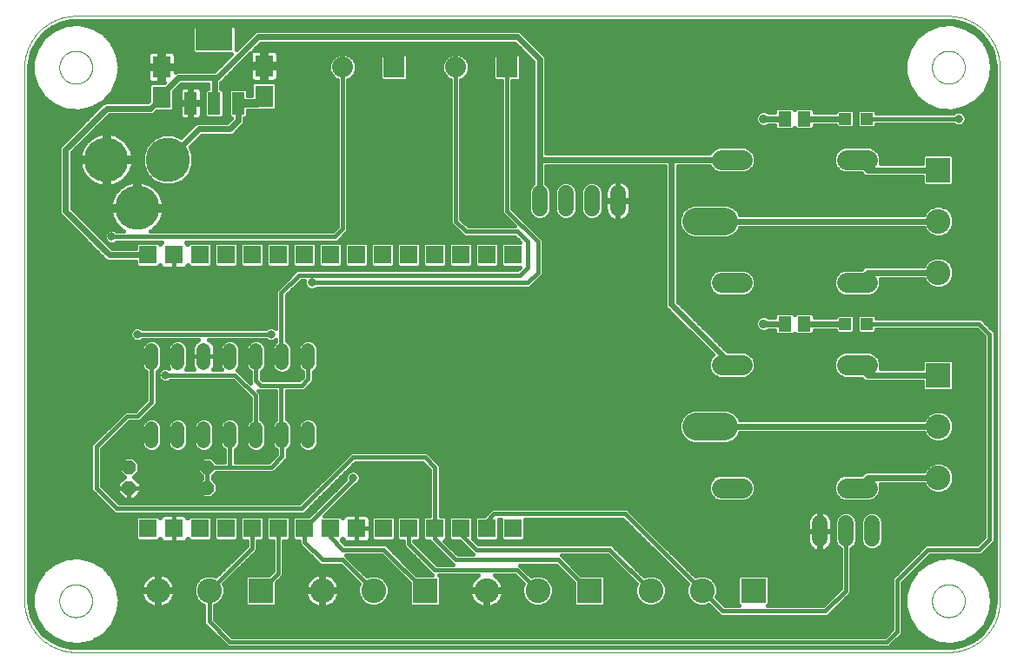
<source format=gtl>
G75*
%MOIN*%
%OFA0B0*%
%FSLAX25Y25*%
%IPPOS*%
%LPD*%
%AMOC8*
5,1,8,0,0,1.08239X$1,22.5*
%
%ADD10C,0.00000*%
%ADD11R,0.07087X0.08465*%
%ADD12R,0.04800X0.08800*%
%ADD13R,0.14173X0.08661*%
%ADD14C,0.17000*%
%ADD15R,0.09500X0.09500*%
%ADD16C,0.09500*%
%ADD17R,0.07000X0.07000*%
%ADD18C,0.05200*%
%ADD19C,0.07800*%
%ADD20C,0.10650*%
%ADD21R,0.05118X0.05906*%
%ADD22R,0.04724X0.04724*%
%ADD23C,0.06000*%
%ADD24R,0.08000X0.08000*%
%ADD25C,0.08000*%
%ADD26OC8,0.05200*%
%ADD27C,0.01600*%
%ADD28C,0.02400*%
%ADD29C,0.03200*%
%ADD30C,0.03169*%
%ADD31C,0.03562*%
D10*
X0023622Y0002016D02*
X0358268Y0002016D01*
X0351969Y0021701D02*
X0351971Y0021859D01*
X0351977Y0022017D01*
X0351987Y0022175D01*
X0352001Y0022333D01*
X0352019Y0022490D01*
X0352040Y0022647D01*
X0352066Y0022803D01*
X0352096Y0022959D01*
X0352129Y0023114D01*
X0352167Y0023267D01*
X0352208Y0023420D01*
X0352253Y0023572D01*
X0352302Y0023723D01*
X0352355Y0023872D01*
X0352411Y0024020D01*
X0352471Y0024166D01*
X0352535Y0024311D01*
X0352603Y0024454D01*
X0352674Y0024596D01*
X0352748Y0024736D01*
X0352826Y0024873D01*
X0352908Y0025009D01*
X0352992Y0025143D01*
X0353081Y0025274D01*
X0353172Y0025403D01*
X0353267Y0025530D01*
X0353364Y0025655D01*
X0353465Y0025777D01*
X0353569Y0025896D01*
X0353676Y0026013D01*
X0353786Y0026127D01*
X0353899Y0026238D01*
X0354014Y0026347D01*
X0354132Y0026452D01*
X0354253Y0026554D01*
X0354376Y0026654D01*
X0354502Y0026750D01*
X0354630Y0026843D01*
X0354760Y0026933D01*
X0354893Y0027019D01*
X0355028Y0027103D01*
X0355164Y0027182D01*
X0355303Y0027259D01*
X0355444Y0027331D01*
X0355586Y0027401D01*
X0355730Y0027466D01*
X0355876Y0027528D01*
X0356023Y0027586D01*
X0356172Y0027641D01*
X0356322Y0027692D01*
X0356473Y0027739D01*
X0356625Y0027782D01*
X0356778Y0027821D01*
X0356933Y0027857D01*
X0357088Y0027888D01*
X0357244Y0027916D01*
X0357400Y0027940D01*
X0357557Y0027960D01*
X0357715Y0027976D01*
X0357872Y0027988D01*
X0358031Y0027996D01*
X0358189Y0028000D01*
X0358347Y0028000D01*
X0358505Y0027996D01*
X0358664Y0027988D01*
X0358821Y0027976D01*
X0358979Y0027960D01*
X0359136Y0027940D01*
X0359292Y0027916D01*
X0359448Y0027888D01*
X0359603Y0027857D01*
X0359758Y0027821D01*
X0359911Y0027782D01*
X0360063Y0027739D01*
X0360214Y0027692D01*
X0360364Y0027641D01*
X0360513Y0027586D01*
X0360660Y0027528D01*
X0360806Y0027466D01*
X0360950Y0027401D01*
X0361092Y0027331D01*
X0361233Y0027259D01*
X0361372Y0027182D01*
X0361508Y0027103D01*
X0361643Y0027019D01*
X0361776Y0026933D01*
X0361906Y0026843D01*
X0362034Y0026750D01*
X0362160Y0026654D01*
X0362283Y0026554D01*
X0362404Y0026452D01*
X0362522Y0026347D01*
X0362637Y0026238D01*
X0362750Y0026127D01*
X0362860Y0026013D01*
X0362967Y0025896D01*
X0363071Y0025777D01*
X0363172Y0025655D01*
X0363269Y0025530D01*
X0363364Y0025403D01*
X0363455Y0025274D01*
X0363544Y0025143D01*
X0363628Y0025009D01*
X0363710Y0024873D01*
X0363788Y0024736D01*
X0363862Y0024596D01*
X0363933Y0024454D01*
X0364001Y0024311D01*
X0364065Y0024166D01*
X0364125Y0024020D01*
X0364181Y0023872D01*
X0364234Y0023723D01*
X0364283Y0023572D01*
X0364328Y0023420D01*
X0364369Y0023267D01*
X0364407Y0023114D01*
X0364440Y0022959D01*
X0364470Y0022803D01*
X0364496Y0022647D01*
X0364517Y0022490D01*
X0364535Y0022333D01*
X0364549Y0022175D01*
X0364559Y0022017D01*
X0364565Y0021859D01*
X0364567Y0021701D01*
X0364565Y0021543D01*
X0364559Y0021385D01*
X0364549Y0021227D01*
X0364535Y0021069D01*
X0364517Y0020912D01*
X0364496Y0020755D01*
X0364470Y0020599D01*
X0364440Y0020443D01*
X0364407Y0020288D01*
X0364369Y0020135D01*
X0364328Y0019982D01*
X0364283Y0019830D01*
X0364234Y0019679D01*
X0364181Y0019530D01*
X0364125Y0019382D01*
X0364065Y0019236D01*
X0364001Y0019091D01*
X0363933Y0018948D01*
X0363862Y0018806D01*
X0363788Y0018666D01*
X0363710Y0018529D01*
X0363628Y0018393D01*
X0363544Y0018259D01*
X0363455Y0018128D01*
X0363364Y0017999D01*
X0363269Y0017872D01*
X0363172Y0017747D01*
X0363071Y0017625D01*
X0362967Y0017506D01*
X0362860Y0017389D01*
X0362750Y0017275D01*
X0362637Y0017164D01*
X0362522Y0017055D01*
X0362404Y0016950D01*
X0362283Y0016848D01*
X0362160Y0016748D01*
X0362034Y0016652D01*
X0361906Y0016559D01*
X0361776Y0016469D01*
X0361643Y0016383D01*
X0361508Y0016299D01*
X0361372Y0016220D01*
X0361233Y0016143D01*
X0361092Y0016071D01*
X0360950Y0016001D01*
X0360806Y0015936D01*
X0360660Y0015874D01*
X0360513Y0015816D01*
X0360364Y0015761D01*
X0360214Y0015710D01*
X0360063Y0015663D01*
X0359911Y0015620D01*
X0359758Y0015581D01*
X0359603Y0015545D01*
X0359448Y0015514D01*
X0359292Y0015486D01*
X0359136Y0015462D01*
X0358979Y0015442D01*
X0358821Y0015426D01*
X0358664Y0015414D01*
X0358505Y0015406D01*
X0358347Y0015402D01*
X0358189Y0015402D01*
X0358031Y0015406D01*
X0357872Y0015414D01*
X0357715Y0015426D01*
X0357557Y0015442D01*
X0357400Y0015462D01*
X0357244Y0015486D01*
X0357088Y0015514D01*
X0356933Y0015545D01*
X0356778Y0015581D01*
X0356625Y0015620D01*
X0356473Y0015663D01*
X0356322Y0015710D01*
X0356172Y0015761D01*
X0356023Y0015816D01*
X0355876Y0015874D01*
X0355730Y0015936D01*
X0355586Y0016001D01*
X0355444Y0016071D01*
X0355303Y0016143D01*
X0355164Y0016220D01*
X0355028Y0016299D01*
X0354893Y0016383D01*
X0354760Y0016469D01*
X0354630Y0016559D01*
X0354502Y0016652D01*
X0354376Y0016748D01*
X0354253Y0016848D01*
X0354132Y0016950D01*
X0354014Y0017055D01*
X0353899Y0017164D01*
X0353786Y0017275D01*
X0353676Y0017389D01*
X0353569Y0017506D01*
X0353465Y0017625D01*
X0353364Y0017747D01*
X0353267Y0017872D01*
X0353172Y0017999D01*
X0353081Y0018128D01*
X0352992Y0018259D01*
X0352908Y0018393D01*
X0352826Y0018529D01*
X0352748Y0018666D01*
X0352674Y0018806D01*
X0352603Y0018948D01*
X0352535Y0019091D01*
X0352471Y0019236D01*
X0352411Y0019382D01*
X0352355Y0019530D01*
X0352302Y0019679D01*
X0352253Y0019830D01*
X0352208Y0019982D01*
X0352167Y0020135D01*
X0352129Y0020288D01*
X0352096Y0020443D01*
X0352066Y0020599D01*
X0352040Y0020755D01*
X0352019Y0020912D01*
X0352001Y0021069D01*
X0351987Y0021227D01*
X0351977Y0021385D01*
X0351971Y0021543D01*
X0351969Y0021701D01*
X0358268Y0002016D02*
X0358744Y0002022D01*
X0359219Y0002039D01*
X0359694Y0002068D01*
X0360168Y0002108D01*
X0360641Y0002160D01*
X0361112Y0002223D01*
X0361582Y0002297D01*
X0362050Y0002383D01*
X0362516Y0002480D01*
X0362979Y0002588D01*
X0363439Y0002707D01*
X0363897Y0002838D01*
X0364351Y0002979D01*
X0364802Y0003132D01*
X0365248Y0003295D01*
X0365691Y0003469D01*
X0366129Y0003654D01*
X0366563Y0003849D01*
X0366992Y0004055D01*
X0367416Y0004271D01*
X0367835Y0004497D01*
X0368248Y0004733D01*
X0368655Y0004979D01*
X0369056Y0005235D01*
X0369450Y0005501D01*
X0369839Y0005776D01*
X0370220Y0006060D01*
X0370594Y0006353D01*
X0370962Y0006655D01*
X0371322Y0006967D01*
X0371674Y0007286D01*
X0372018Y0007614D01*
X0372355Y0007951D01*
X0372683Y0008295D01*
X0373002Y0008647D01*
X0373314Y0009007D01*
X0373616Y0009375D01*
X0373909Y0009749D01*
X0374193Y0010130D01*
X0374468Y0010519D01*
X0374734Y0010913D01*
X0374990Y0011314D01*
X0375236Y0011721D01*
X0375472Y0012134D01*
X0375698Y0012553D01*
X0375914Y0012977D01*
X0376120Y0013406D01*
X0376315Y0013840D01*
X0376500Y0014278D01*
X0376674Y0014721D01*
X0376837Y0015167D01*
X0376990Y0015618D01*
X0377131Y0016072D01*
X0377262Y0016530D01*
X0377381Y0016990D01*
X0377489Y0017453D01*
X0377586Y0017919D01*
X0377672Y0018387D01*
X0377746Y0018857D01*
X0377809Y0019328D01*
X0377861Y0019801D01*
X0377901Y0020275D01*
X0377930Y0020750D01*
X0377947Y0021225D01*
X0377953Y0021701D01*
X0377953Y0226425D01*
X0351969Y0226425D02*
X0351971Y0226583D01*
X0351977Y0226741D01*
X0351987Y0226899D01*
X0352001Y0227057D01*
X0352019Y0227214D01*
X0352040Y0227371D01*
X0352066Y0227527D01*
X0352096Y0227683D01*
X0352129Y0227838D01*
X0352167Y0227991D01*
X0352208Y0228144D01*
X0352253Y0228296D01*
X0352302Y0228447D01*
X0352355Y0228596D01*
X0352411Y0228744D01*
X0352471Y0228890D01*
X0352535Y0229035D01*
X0352603Y0229178D01*
X0352674Y0229320D01*
X0352748Y0229460D01*
X0352826Y0229597D01*
X0352908Y0229733D01*
X0352992Y0229867D01*
X0353081Y0229998D01*
X0353172Y0230127D01*
X0353267Y0230254D01*
X0353364Y0230379D01*
X0353465Y0230501D01*
X0353569Y0230620D01*
X0353676Y0230737D01*
X0353786Y0230851D01*
X0353899Y0230962D01*
X0354014Y0231071D01*
X0354132Y0231176D01*
X0354253Y0231278D01*
X0354376Y0231378D01*
X0354502Y0231474D01*
X0354630Y0231567D01*
X0354760Y0231657D01*
X0354893Y0231743D01*
X0355028Y0231827D01*
X0355164Y0231906D01*
X0355303Y0231983D01*
X0355444Y0232055D01*
X0355586Y0232125D01*
X0355730Y0232190D01*
X0355876Y0232252D01*
X0356023Y0232310D01*
X0356172Y0232365D01*
X0356322Y0232416D01*
X0356473Y0232463D01*
X0356625Y0232506D01*
X0356778Y0232545D01*
X0356933Y0232581D01*
X0357088Y0232612D01*
X0357244Y0232640D01*
X0357400Y0232664D01*
X0357557Y0232684D01*
X0357715Y0232700D01*
X0357872Y0232712D01*
X0358031Y0232720D01*
X0358189Y0232724D01*
X0358347Y0232724D01*
X0358505Y0232720D01*
X0358664Y0232712D01*
X0358821Y0232700D01*
X0358979Y0232684D01*
X0359136Y0232664D01*
X0359292Y0232640D01*
X0359448Y0232612D01*
X0359603Y0232581D01*
X0359758Y0232545D01*
X0359911Y0232506D01*
X0360063Y0232463D01*
X0360214Y0232416D01*
X0360364Y0232365D01*
X0360513Y0232310D01*
X0360660Y0232252D01*
X0360806Y0232190D01*
X0360950Y0232125D01*
X0361092Y0232055D01*
X0361233Y0231983D01*
X0361372Y0231906D01*
X0361508Y0231827D01*
X0361643Y0231743D01*
X0361776Y0231657D01*
X0361906Y0231567D01*
X0362034Y0231474D01*
X0362160Y0231378D01*
X0362283Y0231278D01*
X0362404Y0231176D01*
X0362522Y0231071D01*
X0362637Y0230962D01*
X0362750Y0230851D01*
X0362860Y0230737D01*
X0362967Y0230620D01*
X0363071Y0230501D01*
X0363172Y0230379D01*
X0363269Y0230254D01*
X0363364Y0230127D01*
X0363455Y0229998D01*
X0363544Y0229867D01*
X0363628Y0229733D01*
X0363710Y0229597D01*
X0363788Y0229460D01*
X0363862Y0229320D01*
X0363933Y0229178D01*
X0364001Y0229035D01*
X0364065Y0228890D01*
X0364125Y0228744D01*
X0364181Y0228596D01*
X0364234Y0228447D01*
X0364283Y0228296D01*
X0364328Y0228144D01*
X0364369Y0227991D01*
X0364407Y0227838D01*
X0364440Y0227683D01*
X0364470Y0227527D01*
X0364496Y0227371D01*
X0364517Y0227214D01*
X0364535Y0227057D01*
X0364549Y0226899D01*
X0364559Y0226741D01*
X0364565Y0226583D01*
X0364567Y0226425D01*
X0364565Y0226267D01*
X0364559Y0226109D01*
X0364549Y0225951D01*
X0364535Y0225793D01*
X0364517Y0225636D01*
X0364496Y0225479D01*
X0364470Y0225323D01*
X0364440Y0225167D01*
X0364407Y0225012D01*
X0364369Y0224859D01*
X0364328Y0224706D01*
X0364283Y0224554D01*
X0364234Y0224403D01*
X0364181Y0224254D01*
X0364125Y0224106D01*
X0364065Y0223960D01*
X0364001Y0223815D01*
X0363933Y0223672D01*
X0363862Y0223530D01*
X0363788Y0223390D01*
X0363710Y0223253D01*
X0363628Y0223117D01*
X0363544Y0222983D01*
X0363455Y0222852D01*
X0363364Y0222723D01*
X0363269Y0222596D01*
X0363172Y0222471D01*
X0363071Y0222349D01*
X0362967Y0222230D01*
X0362860Y0222113D01*
X0362750Y0221999D01*
X0362637Y0221888D01*
X0362522Y0221779D01*
X0362404Y0221674D01*
X0362283Y0221572D01*
X0362160Y0221472D01*
X0362034Y0221376D01*
X0361906Y0221283D01*
X0361776Y0221193D01*
X0361643Y0221107D01*
X0361508Y0221023D01*
X0361372Y0220944D01*
X0361233Y0220867D01*
X0361092Y0220795D01*
X0360950Y0220725D01*
X0360806Y0220660D01*
X0360660Y0220598D01*
X0360513Y0220540D01*
X0360364Y0220485D01*
X0360214Y0220434D01*
X0360063Y0220387D01*
X0359911Y0220344D01*
X0359758Y0220305D01*
X0359603Y0220269D01*
X0359448Y0220238D01*
X0359292Y0220210D01*
X0359136Y0220186D01*
X0358979Y0220166D01*
X0358821Y0220150D01*
X0358664Y0220138D01*
X0358505Y0220130D01*
X0358347Y0220126D01*
X0358189Y0220126D01*
X0358031Y0220130D01*
X0357872Y0220138D01*
X0357715Y0220150D01*
X0357557Y0220166D01*
X0357400Y0220186D01*
X0357244Y0220210D01*
X0357088Y0220238D01*
X0356933Y0220269D01*
X0356778Y0220305D01*
X0356625Y0220344D01*
X0356473Y0220387D01*
X0356322Y0220434D01*
X0356172Y0220485D01*
X0356023Y0220540D01*
X0355876Y0220598D01*
X0355730Y0220660D01*
X0355586Y0220725D01*
X0355444Y0220795D01*
X0355303Y0220867D01*
X0355164Y0220944D01*
X0355028Y0221023D01*
X0354893Y0221107D01*
X0354760Y0221193D01*
X0354630Y0221283D01*
X0354502Y0221376D01*
X0354376Y0221472D01*
X0354253Y0221572D01*
X0354132Y0221674D01*
X0354014Y0221779D01*
X0353899Y0221888D01*
X0353786Y0221999D01*
X0353676Y0222113D01*
X0353569Y0222230D01*
X0353465Y0222349D01*
X0353364Y0222471D01*
X0353267Y0222596D01*
X0353172Y0222723D01*
X0353081Y0222852D01*
X0352992Y0222983D01*
X0352908Y0223117D01*
X0352826Y0223253D01*
X0352748Y0223390D01*
X0352674Y0223530D01*
X0352603Y0223672D01*
X0352535Y0223815D01*
X0352471Y0223960D01*
X0352411Y0224106D01*
X0352355Y0224254D01*
X0352302Y0224403D01*
X0352253Y0224554D01*
X0352208Y0224706D01*
X0352167Y0224859D01*
X0352129Y0225012D01*
X0352096Y0225167D01*
X0352066Y0225323D01*
X0352040Y0225479D01*
X0352019Y0225636D01*
X0352001Y0225793D01*
X0351987Y0225951D01*
X0351977Y0226109D01*
X0351971Y0226267D01*
X0351969Y0226425D01*
X0358268Y0246110D02*
X0358744Y0246104D01*
X0359219Y0246087D01*
X0359694Y0246058D01*
X0360168Y0246018D01*
X0360641Y0245966D01*
X0361112Y0245903D01*
X0361582Y0245829D01*
X0362050Y0245743D01*
X0362516Y0245646D01*
X0362979Y0245538D01*
X0363439Y0245419D01*
X0363897Y0245288D01*
X0364351Y0245147D01*
X0364802Y0244994D01*
X0365248Y0244831D01*
X0365691Y0244657D01*
X0366129Y0244472D01*
X0366563Y0244277D01*
X0366992Y0244071D01*
X0367416Y0243855D01*
X0367835Y0243629D01*
X0368248Y0243393D01*
X0368655Y0243147D01*
X0369056Y0242891D01*
X0369450Y0242625D01*
X0369839Y0242350D01*
X0370220Y0242066D01*
X0370594Y0241773D01*
X0370962Y0241471D01*
X0371322Y0241159D01*
X0371674Y0240840D01*
X0372018Y0240512D01*
X0372355Y0240175D01*
X0372683Y0239831D01*
X0373002Y0239479D01*
X0373314Y0239119D01*
X0373616Y0238751D01*
X0373909Y0238377D01*
X0374193Y0237996D01*
X0374468Y0237607D01*
X0374734Y0237213D01*
X0374990Y0236812D01*
X0375236Y0236405D01*
X0375472Y0235992D01*
X0375698Y0235573D01*
X0375914Y0235149D01*
X0376120Y0234720D01*
X0376315Y0234286D01*
X0376500Y0233848D01*
X0376674Y0233405D01*
X0376837Y0232959D01*
X0376990Y0232508D01*
X0377131Y0232054D01*
X0377262Y0231596D01*
X0377381Y0231136D01*
X0377489Y0230673D01*
X0377586Y0230207D01*
X0377672Y0229739D01*
X0377746Y0229269D01*
X0377809Y0228798D01*
X0377861Y0228325D01*
X0377901Y0227851D01*
X0377930Y0227376D01*
X0377947Y0226901D01*
X0377953Y0226425D01*
X0358268Y0246110D02*
X0023622Y0246110D01*
X0017323Y0226425D02*
X0017325Y0226583D01*
X0017331Y0226741D01*
X0017341Y0226899D01*
X0017355Y0227057D01*
X0017373Y0227214D01*
X0017394Y0227371D01*
X0017420Y0227527D01*
X0017450Y0227683D01*
X0017483Y0227838D01*
X0017521Y0227991D01*
X0017562Y0228144D01*
X0017607Y0228296D01*
X0017656Y0228447D01*
X0017709Y0228596D01*
X0017765Y0228744D01*
X0017825Y0228890D01*
X0017889Y0229035D01*
X0017957Y0229178D01*
X0018028Y0229320D01*
X0018102Y0229460D01*
X0018180Y0229597D01*
X0018262Y0229733D01*
X0018346Y0229867D01*
X0018435Y0229998D01*
X0018526Y0230127D01*
X0018621Y0230254D01*
X0018718Y0230379D01*
X0018819Y0230501D01*
X0018923Y0230620D01*
X0019030Y0230737D01*
X0019140Y0230851D01*
X0019253Y0230962D01*
X0019368Y0231071D01*
X0019486Y0231176D01*
X0019607Y0231278D01*
X0019730Y0231378D01*
X0019856Y0231474D01*
X0019984Y0231567D01*
X0020114Y0231657D01*
X0020247Y0231743D01*
X0020382Y0231827D01*
X0020518Y0231906D01*
X0020657Y0231983D01*
X0020798Y0232055D01*
X0020940Y0232125D01*
X0021084Y0232190D01*
X0021230Y0232252D01*
X0021377Y0232310D01*
X0021526Y0232365D01*
X0021676Y0232416D01*
X0021827Y0232463D01*
X0021979Y0232506D01*
X0022132Y0232545D01*
X0022287Y0232581D01*
X0022442Y0232612D01*
X0022598Y0232640D01*
X0022754Y0232664D01*
X0022911Y0232684D01*
X0023069Y0232700D01*
X0023226Y0232712D01*
X0023385Y0232720D01*
X0023543Y0232724D01*
X0023701Y0232724D01*
X0023859Y0232720D01*
X0024018Y0232712D01*
X0024175Y0232700D01*
X0024333Y0232684D01*
X0024490Y0232664D01*
X0024646Y0232640D01*
X0024802Y0232612D01*
X0024957Y0232581D01*
X0025112Y0232545D01*
X0025265Y0232506D01*
X0025417Y0232463D01*
X0025568Y0232416D01*
X0025718Y0232365D01*
X0025867Y0232310D01*
X0026014Y0232252D01*
X0026160Y0232190D01*
X0026304Y0232125D01*
X0026446Y0232055D01*
X0026587Y0231983D01*
X0026726Y0231906D01*
X0026862Y0231827D01*
X0026997Y0231743D01*
X0027130Y0231657D01*
X0027260Y0231567D01*
X0027388Y0231474D01*
X0027514Y0231378D01*
X0027637Y0231278D01*
X0027758Y0231176D01*
X0027876Y0231071D01*
X0027991Y0230962D01*
X0028104Y0230851D01*
X0028214Y0230737D01*
X0028321Y0230620D01*
X0028425Y0230501D01*
X0028526Y0230379D01*
X0028623Y0230254D01*
X0028718Y0230127D01*
X0028809Y0229998D01*
X0028898Y0229867D01*
X0028982Y0229733D01*
X0029064Y0229597D01*
X0029142Y0229460D01*
X0029216Y0229320D01*
X0029287Y0229178D01*
X0029355Y0229035D01*
X0029419Y0228890D01*
X0029479Y0228744D01*
X0029535Y0228596D01*
X0029588Y0228447D01*
X0029637Y0228296D01*
X0029682Y0228144D01*
X0029723Y0227991D01*
X0029761Y0227838D01*
X0029794Y0227683D01*
X0029824Y0227527D01*
X0029850Y0227371D01*
X0029871Y0227214D01*
X0029889Y0227057D01*
X0029903Y0226899D01*
X0029913Y0226741D01*
X0029919Y0226583D01*
X0029921Y0226425D01*
X0029919Y0226267D01*
X0029913Y0226109D01*
X0029903Y0225951D01*
X0029889Y0225793D01*
X0029871Y0225636D01*
X0029850Y0225479D01*
X0029824Y0225323D01*
X0029794Y0225167D01*
X0029761Y0225012D01*
X0029723Y0224859D01*
X0029682Y0224706D01*
X0029637Y0224554D01*
X0029588Y0224403D01*
X0029535Y0224254D01*
X0029479Y0224106D01*
X0029419Y0223960D01*
X0029355Y0223815D01*
X0029287Y0223672D01*
X0029216Y0223530D01*
X0029142Y0223390D01*
X0029064Y0223253D01*
X0028982Y0223117D01*
X0028898Y0222983D01*
X0028809Y0222852D01*
X0028718Y0222723D01*
X0028623Y0222596D01*
X0028526Y0222471D01*
X0028425Y0222349D01*
X0028321Y0222230D01*
X0028214Y0222113D01*
X0028104Y0221999D01*
X0027991Y0221888D01*
X0027876Y0221779D01*
X0027758Y0221674D01*
X0027637Y0221572D01*
X0027514Y0221472D01*
X0027388Y0221376D01*
X0027260Y0221283D01*
X0027130Y0221193D01*
X0026997Y0221107D01*
X0026862Y0221023D01*
X0026726Y0220944D01*
X0026587Y0220867D01*
X0026446Y0220795D01*
X0026304Y0220725D01*
X0026160Y0220660D01*
X0026014Y0220598D01*
X0025867Y0220540D01*
X0025718Y0220485D01*
X0025568Y0220434D01*
X0025417Y0220387D01*
X0025265Y0220344D01*
X0025112Y0220305D01*
X0024957Y0220269D01*
X0024802Y0220238D01*
X0024646Y0220210D01*
X0024490Y0220186D01*
X0024333Y0220166D01*
X0024175Y0220150D01*
X0024018Y0220138D01*
X0023859Y0220130D01*
X0023701Y0220126D01*
X0023543Y0220126D01*
X0023385Y0220130D01*
X0023226Y0220138D01*
X0023069Y0220150D01*
X0022911Y0220166D01*
X0022754Y0220186D01*
X0022598Y0220210D01*
X0022442Y0220238D01*
X0022287Y0220269D01*
X0022132Y0220305D01*
X0021979Y0220344D01*
X0021827Y0220387D01*
X0021676Y0220434D01*
X0021526Y0220485D01*
X0021377Y0220540D01*
X0021230Y0220598D01*
X0021084Y0220660D01*
X0020940Y0220725D01*
X0020798Y0220795D01*
X0020657Y0220867D01*
X0020518Y0220944D01*
X0020382Y0221023D01*
X0020247Y0221107D01*
X0020114Y0221193D01*
X0019984Y0221283D01*
X0019856Y0221376D01*
X0019730Y0221472D01*
X0019607Y0221572D01*
X0019486Y0221674D01*
X0019368Y0221779D01*
X0019253Y0221888D01*
X0019140Y0221999D01*
X0019030Y0222113D01*
X0018923Y0222230D01*
X0018819Y0222349D01*
X0018718Y0222471D01*
X0018621Y0222596D01*
X0018526Y0222723D01*
X0018435Y0222852D01*
X0018346Y0222983D01*
X0018262Y0223117D01*
X0018180Y0223253D01*
X0018102Y0223390D01*
X0018028Y0223530D01*
X0017957Y0223672D01*
X0017889Y0223815D01*
X0017825Y0223960D01*
X0017765Y0224106D01*
X0017709Y0224254D01*
X0017656Y0224403D01*
X0017607Y0224554D01*
X0017562Y0224706D01*
X0017521Y0224859D01*
X0017483Y0225012D01*
X0017450Y0225167D01*
X0017420Y0225323D01*
X0017394Y0225479D01*
X0017373Y0225636D01*
X0017355Y0225793D01*
X0017341Y0225951D01*
X0017331Y0226109D01*
X0017325Y0226267D01*
X0017323Y0226425D01*
X0003937Y0226425D02*
X0003943Y0226901D01*
X0003960Y0227376D01*
X0003989Y0227851D01*
X0004029Y0228325D01*
X0004081Y0228798D01*
X0004144Y0229269D01*
X0004218Y0229739D01*
X0004304Y0230207D01*
X0004401Y0230673D01*
X0004509Y0231136D01*
X0004628Y0231596D01*
X0004759Y0232054D01*
X0004900Y0232508D01*
X0005053Y0232959D01*
X0005216Y0233405D01*
X0005390Y0233848D01*
X0005575Y0234286D01*
X0005770Y0234720D01*
X0005976Y0235149D01*
X0006192Y0235573D01*
X0006418Y0235992D01*
X0006654Y0236405D01*
X0006900Y0236812D01*
X0007156Y0237213D01*
X0007422Y0237607D01*
X0007697Y0237996D01*
X0007981Y0238377D01*
X0008274Y0238751D01*
X0008576Y0239119D01*
X0008888Y0239479D01*
X0009207Y0239831D01*
X0009535Y0240175D01*
X0009872Y0240512D01*
X0010216Y0240840D01*
X0010568Y0241159D01*
X0010928Y0241471D01*
X0011296Y0241773D01*
X0011670Y0242066D01*
X0012051Y0242350D01*
X0012440Y0242625D01*
X0012834Y0242891D01*
X0013235Y0243147D01*
X0013642Y0243393D01*
X0014055Y0243629D01*
X0014474Y0243855D01*
X0014898Y0244071D01*
X0015327Y0244277D01*
X0015761Y0244472D01*
X0016199Y0244657D01*
X0016642Y0244831D01*
X0017088Y0244994D01*
X0017539Y0245147D01*
X0017993Y0245288D01*
X0018451Y0245419D01*
X0018911Y0245538D01*
X0019374Y0245646D01*
X0019840Y0245743D01*
X0020308Y0245829D01*
X0020778Y0245903D01*
X0021249Y0245966D01*
X0021722Y0246018D01*
X0022196Y0246058D01*
X0022671Y0246087D01*
X0023146Y0246104D01*
X0023622Y0246110D01*
X0003937Y0226425D02*
X0003937Y0021701D01*
X0017323Y0021701D02*
X0017325Y0021859D01*
X0017331Y0022017D01*
X0017341Y0022175D01*
X0017355Y0022333D01*
X0017373Y0022490D01*
X0017394Y0022647D01*
X0017420Y0022803D01*
X0017450Y0022959D01*
X0017483Y0023114D01*
X0017521Y0023267D01*
X0017562Y0023420D01*
X0017607Y0023572D01*
X0017656Y0023723D01*
X0017709Y0023872D01*
X0017765Y0024020D01*
X0017825Y0024166D01*
X0017889Y0024311D01*
X0017957Y0024454D01*
X0018028Y0024596D01*
X0018102Y0024736D01*
X0018180Y0024873D01*
X0018262Y0025009D01*
X0018346Y0025143D01*
X0018435Y0025274D01*
X0018526Y0025403D01*
X0018621Y0025530D01*
X0018718Y0025655D01*
X0018819Y0025777D01*
X0018923Y0025896D01*
X0019030Y0026013D01*
X0019140Y0026127D01*
X0019253Y0026238D01*
X0019368Y0026347D01*
X0019486Y0026452D01*
X0019607Y0026554D01*
X0019730Y0026654D01*
X0019856Y0026750D01*
X0019984Y0026843D01*
X0020114Y0026933D01*
X0020247Y0027019D01*
X0020382Y0027103D01*
X0020518Y0027182D01*
X0020657Y0027259D01*
X0020798Y0027331D01*
X0020940Y0027401D01*
X0021084Y0027466D01*
X0021230Y0027528D01*
X0021377Y0027586D01*
X0021526Y0027641D01*
X0021676Y0027692D01*
X0021827Y0027739D01*
X0021979Y0027782D01*
X0022132Y0027821D01*
X0022287Y0027857D01*
X0022442Y0027888D01*
X0022598Y0027916D01*
X0022754Y0027940D01*
X0022911Y0027960D01*
X0023069Y0027976D01*
X0023226Y0027988D01*
X0023385Y0027996D01*
X0023543Y0028000D01*
X0023701Y0028000D01*
X0023859Y0027996D01*
X0024018Y0027988D01*
X0024175Y0027976D01*
X0024333Y0027960D01*
X0024490Y0027940D01*
X0024646Y0027916D01*
X0024802Y0027888D01*
X0024957Y0027857D01*
X0025112Y0027821D01*
X0025265Y0027782D01*
X0025417Y0027739D01*
X0025568Y0027692D01*
X0025718Y0027641D01*
X0025867Y0027586D01*
X0026014Y0027528D01*
X0026160Y0027466D01*
X0026304Y0027401D01*
X0026446Y0027331D01*
X0026587Y0027259D01*
X0026726Y0027182D01*
X0026862Y0027103D01*
X0026997Y0027019D01*
X0027130Y0026933D01*
X0027260Y0026843D01*
X0027388Y0026750D01*
X0027514Y0026654D01*
X0027637Y0026554D01*
X0027758Y0026452D01*
X0027876Y0026347D01*
X0027991Y0026238D01*
X0028104Y0026127D01*
X0028214Y0026013D01*
X0028321Y0025896D01*
X0028425Y0025777D01*
X0028526Y0025655D01*
X0028623Y0025530D01*
X0028718Y0025403D01*
X0028809Y0025274D01*
X0028898Y0025143D01*
X0028982Y0025009D01*
X0029064Y0024873D01*
X0029142Y0024736D01*
X0029216Y0024596D01*
X0029287Y0024454D01*
X0029355Y0024311D01*
X0029419Y0024166D01*
X0029479Y0024020D01*
X0029535Y0023872D01*
X0029588Y0023723D01*
X0029637Y0023572D01*
X0029682Y0023420D01*
X0029723Y0023267D01*
X0029761Y0023114D01*
X0029794Y0022959D01*
X0029824Y0022803D01*
X0029850Y0022647D01*
X0029871Y0022490D01*
X0029889Y0022333D01*
X0029903Y0022175D01*
X0029913Y0022017D01*
X0029919Y0021859D01*
X0029921Y0021701D01*
X0029919Y0021543D01*
X0029913Y0021385D01*
X0029903Y0021227D01*
X0029889Y0021069D01*
X0029871Y0020912D01*
X0029850Y0020755D01*
X0029824Y0020599D01*
X0029794Y0020443D01*
X0029761Y0020288D01*
X0029723Y0020135D01*
X0029682Y0019982D01*
X0029637Y0019830D01*
X0029588Y0019679D01*
X0029535Y0019530D01*
X0029479Y0019382D01*
X0029419Y0019236D01*
X0029355Y0019091D01*
X0029287Y0018948D01*
X0029216Y0018806D01*
X0029142Y0018666D01*
X0029064Y0018529D01*
X0028982Y0018393D01*
X0028898Y0018259D01*
X0028809Y0018128D01*
X0028718Y0017999D01*
X0028623Y0017872D01*
X0028526Y0017747D01*
X0028425Y0017625D01*
X0028321Y0017506D01*
X0028214Y0017389D01*
X0028104Y0017275D01*
X0027991Y0017164D01*
X0027876Y0017055D01*
X0027758Y0016950D01*
X0027637Y0016848D01*
X0027514Y0016748D01*
X0027388Y0016652D01*
X0027260Y0016559D01*
X0027130Y0016469D01*
X0026997Y0016383D01*
X0026862Y0016299D01*
X0026726Y0016220D01*
X0026587Y0016143D01*
X0026446Y0016071D01*
X0026304Y0016001D01*
X0026160Y0015936D01*
X0026014Y0015874D01*
X0025867Y0015816D01*
X0025718Y0015761D01*
X0025568Y0015710D01*
X0025417Y0015663D01*
X0025265Y0015620D01*
X0025112Y0015581D01*
X0024957Y0015545D01*
X0024802Y0015514D01*
X0024646Y0015486D01*
X0024490Y0015462D01*
X0024333Y0015442D01*
X0024175Y0015426D01*
X0024018Y0015414D01*
X0023859Y0015406D01*
X0023701Y0015402D01*
X0023543Y0015402D01*
X0023385Y0015406D01*
X0023226Y0015414D01*
X0023069Y0015426D01*
X0022911Y0015442D01*
X0022754Y0015462D01*
X0022598Y0015486D01*
X0022442Y0015514D01*
X0022287Y0015545D01*
X0022132Y0015581D01*
X0021979Y0015620D01*
X0021827Y0015663D01*
X0021676Y0015710D01*
X0021526Y0015761D01*
X0021377Y0015816D01*
X0021230Y0015874D01*
X0021084Y0015936D01*
X0020940Y0016001D01*
X0020798Y0016071D01*
X0020657Y0016143D01*
X0020518Y0016220D01*
X0020382Y0016299D01*
X0020247Y0016383D01*
X0020114Y0016469D01*
X0019984Y0016559D01*
X0019856Y0016652D01*
X0019730Y0016748D01*
X0019607Y0016848D01*
X0019486Y0016950D01*
X0019368Y0017055D01*
X0019253Y0017164D01*
X0019140Y0017275D01*
X0019030Y0017389D01*
X0018923Y0017506D01*
X0018819Y0017625D01*
X0018718Y0017747D01*
X0018621Y0017872D01*
X0018526Y0017999D01*
X0018435Y0018128D01*
X0018346Y0018259D01*
X0018262Y0018393D01*
X0018180Y0018529D01*
X0018102Y0018666D01*
X0018028Y0018806D01*
X0017957Y0018948D01*
X0017889Y0019091D01*
X0017825Y0019236D01*
X0017765Y0019382D01*
X0017709Y0019530D01*
X0017656Y0019679D01*
X0017607Y0019830D01*
X0017562Y0019982D01*
X0017521Y0020135D01*
X0017483Y0020288D01*
X0017450Y0020443D01*
X0017420Y0020599D01*
X0017394Y0020755D01*
X0017373Y0020912D01*
X0017355Y0021069D01*
X0017341Y0021227D01*
X0017331Y0021385D01*
X0017325Y0021543D01*
X0017323Y0021701D01*
X0003937Y0021701D02*
X0003943Y0021225D01*
X0003960Y0020750D01*
X0003989Y0020275D01*
X0004029Y0019801D01*
X0004081Y0019328D01*
X0004144Y0018857D01*
X0004218Y0018387D01*
X0004304Y0017919D01*
X0004401Y0017453D01*
X0004509Y0016990D01*
X0004628Y0016530D01*
X0004759Y0016072D01*
X0004900Y0015618D01*
X0005053Y0015167D01*
X0005216Y0014721D01*
X0005390Y0014278D01*
X0005575Y0013840D01*
X0005770Y0013406D01*
X0005976Y0012977D01*
X0006192Y0012553D01*
X0006418Y0012134D01*
X0006654Y0011721D01*
X0006900Y0011314D01*
X0007156Y0010913D01*
X0007422Y0010519D01*
X0007697Y0010130D01*
X0007981Y0009749D01*
X0008274Y0009375D01*
X0008576Y0009007D01*
X0008888Y0008647D01*
X0009207Y0008295D01*
X0009535Y0007951D01*
X0009872Y0007614D01*
X0010216Y0007286D01*
X0010568Y0006967D01*
X0010928Y0006655D01*
X0011296Y0006353D01*
X0011670Y0006060D01*
X0012051Y0005776D01*
X0012440Y0005501D01*
X0012834Y0005235D01*
X0013235Y0004979D01*
X0013642Y0004733D01*
X0014055Y0004497D01*
X0014474Y0004271D01*
X0014898Y0004055D01*
X0015327Y0003849D01*
X0015761Y0003654D01*
X0016199Y0003469D01*
X0016642Y0003295D01*
X0017088Y0003132D01*
X0017539Y0002979D01*
X0017993Y0002838D01*
X0018451Y0002707D01*
X0018911Y0002588D01*
X0019374Y0002480D01*
X0019840Y0002383D01*
X0020308Y0002297D01*
X0020778Y0002223D01*
X0021249Y0002160D01*
X0021722Y0002108D01*
X0022196Y0002068D01*
X0022671Y0002039D01*
X0023146Y0002022D01*
X0023622Y0002016D01*
D11*
X0056457Y0214949D03*
X0056457Y0226563D03*
X0095827Y0226996D03*
X0095827Y0215382D03*
D12*
X0085832Y0212690D03*
X0076732Y0212690D03*
X0067632Y0212690D03*
D13*
X0076732Y0237091D03*
D14*
X0058937Y0190953D03*
X0035315Y0190953D03*
X0047126Y0172449D03*
D15*
X0094488Y0025638D03*
X0157480Y0025638D03*
X0220472Y0025638D03*
X0283465Y0025638D03*
X0354331Y0108315D03*
X0354331Y0187055D03*
D16*
X0354331Y0167370D03*
X0354331Y0147685D03*
X0354331Y0088630D03*
X0354331Y0068945D03*
X0263780Y0025638D03*
X0244094Y0025638D03*
X0200787Y0025638D03*
X0181102Y0025638D03*
X0137795Y0025638D03*
X0118110Y0025638D03*
X0074803Y0025638D03*
X0055118Y0025638D03*
D17*
X0051220Y0049496D03*
X0061220Y0049496D03*
X0071220Y0049496D03*
X0081220Y0049496D03*
X0091220Y0049496D03*
X0101220Y0049496D03*
X0111220Y0049496D03*
X0121220Y0049496D03*
X0131220Y0049496D03*
X0141614Y0049496D03*
X0151220Y0049496D03*
X0161220Y0049496D03*
X0171220Y0049496D03*
X0181220Y0049496D03*
X0191220Y0049496D03*
X0191220Y0154496D03*
X0181220Y0154496D03*
X0171220Y0154496D03*
X0161220Y0154496D03*
X0151220Y0154496D03*
X0141220Y0154496D03*
X0131220Y0154496D03*
X0121220Y0154496D03*
X0111220Y0154496D03*
X0101220Y0154496D03*
X0091220Y0154496D03*
X0081220Y0154496D03*
X0071220Y0154496D03*
X0061220Y0154496D03*
X0051220Y0154496D03*
D18*
X0052677Y0118041D02*
X0052677Y0112841D01*
X0062677Y0112841D02*
X0062677Y0118041D01*
X0072677Y0118041D02*
X0072677Y0112841D01*
X0082677Y0112841D02*
X0082677Y0118041D01*
X0092677Y0118041D02*
X0092677Y0112841D01*
X0102677Y0112841D02*
X0102677Y0118041D01*
X0112677Y0118041D02*
X0112677Y0112841D01*
X0112677Y0088041D02*
X0112677Y0082841D01*
X0102677Y0082841D02*
X0102677Y0088041D01*
X0092677Y0088041D02*
X0092677Y0082841D01*
X0082677Y0082841D02*
X0082677Y0088041D01*
X0072677Y0088041D02*
X0072677Y0082841D01*
X0062677Y0082841D02*
X0062677Y0088041D01*
X0052677Y0088041D02*
X0052677Y0082841D01*
D19*
X0271313Y0065030D02*
X0279113Y0065030D01*
X0319313Y0065030D02*
X0327113Y0065030D01*
X0327113Y0112230D02*
X0319313Y0112230D01*
X0279113Y0112230D02*
X0271313Y0112230D01*
X0271313Y0143770D02*
X0279113Y0143770D01*
X0319313Y0143770D02*
X0327113Y0143770D01*
X0327113Y0190970D02*
X0319313Y0190970D01*
X0279113Y0190970D02*
X0271313Y0190970D01*
D20*
X0272238Y0167370D02*
X0261588Y0167370D01*
X0261588Y0088630D02*
X0272238Y0088630D01*
D21*
X0295472Y0128000D03*
X0302953Y0128000D03*
X0302953Y0206740D03*
X0295472Y0206740D03*
D22*
X0318701Y0206740D03*
X0326969Y0206740D03*
X0326969Y0128000D03*
X0318701Y0128000D03*
D23*
X0231535Y0172244D02*
X0231535Y0178244D01*
X0221535Y0178244D02*
X0221535Y0172244D01*
X0211535Y0172244D02*
X0211535Y0178244D01*
X0201535Y0178244D02*
X0201535Y0172244D01*
X0308898Y0051512D02*
X0308898Y0045512D01*
X0318898Y0045512D02*
X0318898Y0051512D01*
X0328898Y0051512D02*
X0328898Y0045512D01*
D24*
X0188976Y0226425D03*
X0145669Y0226425D03*
D25*
X0125984Y0226425D03*
X0169291Y0226425D03*
D26*
X0074055Y0072882D03*
X0074055Y0065008D03*
X0044055Y0065008D03*
X0044055Y0072882D03*
D27*
X0008478Y0012185D02*
X0010975Y0009054D01*
X0014107Y0006557D01*
X0017715Y0004819D01*
X0021620Y0003928D01*
X0023622Y0003816D01*
X0358268Y0003816D01*
X0360270Y0003928D01*
X0364175Y0004819D01*
X0367783Y0006557D01*
X0367783Y0006557D01*
X0370914Y0009054D01*
X0373411Y0012185D01*
X0375149Y0015794D01*
X0376040Y0019698D01*
X0376153Y0021701D01*
X0376153Y0226425D01*
X0376040Y0228428D01*
X0375149Y0232332D01*
X0373411Y0235941D01*
X0370914Y0239072D01*
X0367783Y0241569D01*
X0364175Y0243307D01*
X0360270Y0244198D01*
X0358268Y0244310D01*
X0023622Y0244310D01*
X0021620Y0244198D01*
X0017715Y0243307D01*
X0014107Y0241569D01*
X0010975Y0239072D01*
X0008478Y0235941D01*
X0006741Y0232332D01*
X0005849Y0228428D01*
X0005737Y0226425D01*
X0005737Y0021701D01*
X0005849Y0019698D01*
X0006741Y0015794D01*
X0008478Y0012185D01*
X0008940Y0011607D02*
X0010398Y0011607D01*
X0010214Y0010008D02*
X0011640Y0010008D01*
X0011307Y0010274D02*
X0015222Y0007152D01*
X0019884Y0005322D01*
X0024877Y0004948D01*
X0024878Y0004948D01*
X0029760Y0006062D01*
X0034097Y0008566D01*
X0037503Y0012237D01*
X0039676Y0016749D01*
X0040422Y0021701D01*
X0039676Y0026653D01*
X0037503Y0031165D01*
X0034097Y0034836D01*
X0034097Y0034836D01*
X0029760Y0037339D01*
X0029760Y0037339D01*
X0024878Y0038454D01*
X0024877Y0038454D01*
X0019884Y0038080D01*
X0015222Y0036250D01*
X0011307Y0033128D01*
X0011307Y0033128D01*
X0011307Y0033128D01*
X0008486Y0028990D01*
X0007010Y0024205D01*
X0007010Y0019197D01*
X0008486Y0014412D01*
X0008486Y0014412D01*
X0011307Y0010274D01*
X0011307Y0010274D01*
X0011307Y0010274D01*
X0011783Y0008410D02*
X0013644Y0008410D01*
X0013788Y0006811D02*
X0016089Y0006811D01*
X0015222Y0007152D02*
X0015222Y0007152D01*
X0016898Y0005213D02*
X0021341Y0005213D01*
X0019884Y0005322D02*
X0019884Y0005322D01*
X0026039Y0005213D02*
X0080447Y0005213D01*
X0081807Y0003853D02*
X0335516Y0003853D01*
X0336746Y0005083D01*
X0340683Y0009020D01*
X0340683Y0028705D01*
X0351264Y0039286D01*
X0370949Y0039286D01*
X0372179Y0040516D01*
X0376116Y0044453D01*
X0376116Y0124933D01*
X0374886Y0126163D01*
X0370949Y0130100D01*
X0330631Y0130100D01*
X0330631Y0130901D01*
X0329869Y0131662D01*
X0324068Y0131662D01*
X0323306Y0130901D01*
X0323306Y0125099D01*
X0324068Y0124338D01*
X0329869Y0124338D01*
X0330631Y0125099D01*
X0330631Y0125900D01*
X0369209Y0125900D01*
X0371916Y0123193D01*
X0371916Y0046193D01*
X0369209Y0043486D01*
X0349524Y0043486D01*
X0348294Y0042256D01*
X0337713Y0031675D01*
X0336483Y0030445D01*
X0336483Y0010760D01*
X0333776Y0008053D01*
X0083547Y0008053D01*
X0076903Y0014697D01*
X0076903Y0019959D01*
X0078230Y0020509D01*
X0079932Y0022211D01*
X0080853Y0024434D01*
X0080853Y0026841D01*
X0080303Y0028168D01*
X0092090Y0039955D01*
X0093320Y0041185D01*
X0093320Y0044696D01*
X0095259Y0044696D01*
X0096020Y0045458D01*
X0096020Y0053535D01*
X0095259Y0054296D01*
X0087182Y0054296D01*
X0086420Y0053535D01*
X0086420Y0045458D01*
X0087182Y0044696D01*
X0089120Y0044696D01*
X0089120Y0042925D01*
X0077334Y0031138D01*
X0076007Y0031688D01*
X0073600Y0031688D01*
X0071376Y0030767D01*
X0069674Y0029065D01*
X0068753Y0026841D01*
X0068753Y0024434D01*
X0069674Y0022211D01*
X0071376Y0020509D01*
X0072703Y0019959D01*
X0072703Y0012957D01*
X0073933Y0011727D01*
X0081807Y0003853D01*
X0082677Y0005953D02*
X0074803Y0013827D01*
X0074803Y0025638D01*
X0091220Y0042055D01*
X0091220Y0049496D01*
X0096020Y0049971D02*
X0096420Y0049971D01*
X0096420Y0048373D02*
X0096020Y0048373D01*
X0096020Y0046774D02*
X0096420Y0046774D01*
X0096420Y0045458D02*
X0097182Y0044696D01*
X0099120Y0044696D01*
X0099120Y0033240D01*
X0097568Y0031688D01*
X0089200Y0031688D01*
X0088438Y0030926D01*
X0088438Y0020349D01*
X0089200Y0019588D01*
X0099777Y0019588D01*
X0100538Y0020349D01*
X0100538Y0028718D01*
X0102090Y0030270D01*
X0103320Y0031500D01*
X0103320Y0044696D01*
X0105259Y0044696D01*
X0106020Y0045458D01*
X0106020Y0053535D01*
X0105259Y0054296D01*
X0097182Y0054296D01*
X0096420Y0053535D01*
X0096420Y0045458D01*
X0096702Y0045176D02*
X0095738Y0045176D01*
X0093320Y0043577D02*
X0099120Y0043577D01*
X0099120Y0041979D02*
X0093320Y0041979D01*
X0092515Y0040380D02*
X0099120Y0040380D01*
X0099120Y0038782D02*
X0090917Y0038782D01*
X0089318Y0037183D02*
X0099120Y0037183D01*
X0099120Y0035584D02*
X0087720Y0035584D01*
X0086121Y0033986D02*
X0099120Y0033986D01*
X0098268Y0032387D02*
X0084523Y0032387D01*
X0082924Y0030789D02*
X0088438Y0030789D01*
X0088438Y0029190D02*
X0081326Y0029190D01*
X0080542Y0027592D02*
X0088438Y0027592D01*
X0088438Y0025993D02*
X0080853Y0025993D01*
X0080837Y0024395D02*
X0088438Y0024395D01*
X0088438Y0022796D02*
X0080175Y0022796D01*
X0078919Y0021198D02*
X0088438Y0021198D01*
X0089188Y0019599D02*
X0076903Y0019599D01*
X0076903Y0018001D02*
X0268447Y0018001D01*
X0269554Y0016894D02*
X0270784Y0015664D01*
X0311893Y0015664D01*
X0319767Y0023538D01*
X0320998Y0024768D01*
X0320998Y0041727D01*
X0321333Y0041866D01*
X0322543Y0043076D01*
X0323198Y0044656D01*
X0323198Y0052367D01*
X0322543Y0053948D01*
X0321333Y0055157D01*
X0319753Y0055812D01*
X0318042Y0055812D01*
X0316462Y0055157D01*
X0315252Y0053948D01*
X0314598Y0052367D01*
X0314598Y0044656D01*
X0315252Y0043076D01*
X0316462Y0041866D01*
X0316798Y0041727D01*
X0316798Y0026508D01*
X0310154Y0019864D01*
X0289029Y0019864D01*
X0289515Y0020349D01*
X0289515Y0030926D01*
X0288753Y0031688D01*
X0278176Y0031688D01*
X0277415Y0030926D01*
X0277415Y0020349D01*
X0277900Y0019864D01*
X0272523Y0019864D01*
X0269280Y0023107D01*
X0269830Y0024434D01*
X0269830Y0026841D01*
X0268908Y0029065D01*
X0267207Y0030767D01*
X0264983Y0031688D01*
X0262576Y0031688D01*
X0261249Y0031138D01*
X0236352Y0056035D01*
X0235122Y0057265D01*
X0183185Y0057265D01*
X0180216Y0054296D01*
X0177182Y0054296D01*
X0176420Y0053535D01*
X0176420Y0045458D01*
X0177182Y0044696D01*
X0185259Y0044696D01*
X0186020Y0045458D01*
X0186020Y0053065D01*
X0186420Y0053065D01*
X0186420Y0045458D01*
X0187182Y0044696D01*
X0195259Y0044696D01*
X0196020Y0045458D01*
X0196020Y0053065D01*
X0233382Y0053065D01*
X0258279Y0028168D01*
X0257730Y0026841D01*
X0257730Y0024434D01*
X0258651Y0022211D01*
X0260352Y0020509D01*
X0262576Y0019588D01*
X0264983Y0019588D01*
X0266310Y0020137D01*
X0269554Y0016894D01*
X0269554Y0016894D01*
X0270045Y0016402D02*
X0076903Y0016402D01*
X0076903Y0014804D02*
X0336483Y0014804D01*
X0336483Y0016402D02*
X0312632Y0016402D01*
X0311024Y0017764D02*
X0318898Y0025638D01*
X0318898Y0048512D01*
X0314598Y0048373D02*
X0309098Y0048373D01*
X0309098Y0048312D02*
X0309098Y0048712D01*
X0313698Y0048712D01*
X0313698Y0051890D01*
X0313579Y0052636D01*
X0313346Y0053354D01*
X0313003Y0054028D01*
X0312559Y0054639D01*
X0312025Y0055173D01*
X0311413Y0055617D01*
X0310740Y0055960D01*
X0310022Y0056194D01*
X0309275Y0056312D01*
X0309098Y0056312D01*
X0309098Y0048712D01*
X0308698Y0048712D01*
X0308698Y0056312D01*
X0308520Y0056312D01*
X0307774Y0056194D01*
X0307055Y0055960D01*
X0306382Y0055617D01*
X0305771Y0055173D01*
X0305236Y0054639D01*
X0304792Y0054028D01*
X0304449Y0053354D01*
X0304216Y0052636D01*
X0304098Y0051890D01*
X0304098Y0048712D01*
X0308698Y0048712D01*
X0308698Y0048312D01*
X0309098Y0048312D01*
X0313698Y0048312D01*
X0313698Y0045134D01*
X0313579Y0044388D01*
X0313346Y0043669D01*
X0313003Y0042996D01*
X0312559Y0042385D01*
X0312025Y0041851D01*
X0311413Y0041406D01*
X0310740Y0041063D01*
X0310022Y0040830D01*
X0309275Y0040712D01*
X0309098Y0040712D01*
X0309098Y0048312D01*
X0308698Y0048312D02*
X0308698Y0040712D01*
X0308520Y0040712D01*
X0307774Y0040830D01*
X0307055Y0041063D01*
X0306382Y0041406D01*
X0305771Y0041851D01*
X0305236Y0042385D01*
X0304792Y0042996D01*
X0304449Y0043669D01*
X0304216Y0044388D01*
X0304098Y0045134D01*
X0304098Y0048312D01*
X0308698Y0048312D01*
X0308698Y0048373D02*
X0244015Y0048373D01*
X0242416Y0049971D02*
X0304098Y0049971D01*
X0304098Y0051570D02*
X0240818Y0051570D01*
X0239219Y0053168D02*
X0304389Y0053168D01*
X0305364Y0054767D02*
X0237621Y0054767D01*
X0236022Y0056365D02*
X0371916Y0056365D01*
X0371916Y0054767D02*
X0331724Y0054767D01*
X0331333Y0055157D02*
X0329753Y0055812D01*
X0328042Y0055812D01*
X0326462Y0055157D01*
X0325252Y0053948D01*
X0324598Y0052367D01*
X0324598Y0044656D01*
X0325252Y0043076D01*
X0326462Y0041866D01*
X0328042Y0041212D01*
X0329753Y0041212D01*
X0331333Y0041866D01*
X0332543Y0043076D01*
X0333198Y0044656D01*
X0333198Y0052367D01*
X0332543Y0053948D01*
X0331333Y0055157D01*
X0332866Y0053168D02*
X0371916Y0053168D01*
X0371916Y0051570D02*
X0333198Y0051570D01*
X0333198Y0049971D02*
X0371916Y0049971D01*
X0371916Y0048373D02*
X0333198Y0048373D01*
X0333198Y0046774D02*
X0371916Y0046774D01*
X0370899Y0045176D02*
X0333198Y0045176D01*
X0332751Y0043577D02*
X0369300Y0043577D01*
X0370079Y0041386D02*
X0350394Y0041386D01*
X0338583Y0029575D01*
X0338583Y0009890D01*
X0334646Y0005953D01*
X0082677Y0005953D01*
X0083190Y0008410D02*
X0334133Y0008410D01*
X0335731Y0010008D02*
X0081591Y0010008D01*
X0079993Y0011607D02*
X0336483Y0011607D01*
X0336483Y0013205D02*
X0078394Y0013205D01*
X0075652Y0010008D02*
X0035435Y0010008D01*
X0034097Y0008566D02*
X0034097Y0008566D01*
X0034097Y0008566D01*
X0033826Y0008410D02*
X0077250Y0008410D01*
X0078849Y0006811D02*
X0031057Y0006811D01*
X0029760Y0006062D02*
X0029760Y0006062D01*
X0036918Y0011607D02*
X0074053Y0011607D01*
X0072703Y0013205D02*
X0037969Y0013205D01*
X0037503Y0012237D02*
X0037503Y0012237D01*
X0038739Y0014804D02*
X0072703Y0014804D01*
X0072703Y0016402D02*
X0039509Y0016402D01*
X0039676Y0016749D02*
X0039676Y0016749D01*
X0039864Y0018001D02*
X0072703Y0018001D01*
X0072703Y0019599D02*
X0057656Y0019599D01*
X0058021Y0019751D02*
X0058765Y0020180D01*
X0059446Y0020703D01*
X0060053Y0021310D01*
X0060576Y0021991D01*
X0061005Y0022735D01*
X0061334Y0023528D01*
X0061556Y0024357D01*
X0061661Y0025158D01*
X0055598Y0025158D01*
X0055598Y0026117D01*
X0061661Y0026117D01*
X0061556Y0026918D01*
X0061334Y0027748D01*
X0061005Y0028541D01*
X0060576Y0029285D01*
X0060053Y0029966D01*
X0059446Y0030573D01*
X0058765Y0031096D01*
X0058021Y0031525D01*
X0057228Y0031853D01*
X0056399Y0032076D01*
X0055598Y0032181D01*
X0055598Y0026117D01*
X0054639Y0026117D01*
X0054638Y0026117D02*
X0054638Y0025158D01*
X0048575Y0025158D01*
X0048680Y0024357D01*
X0048902Y0023528D01*
X0049231Y0022735D01*
X0049660Y0021991D01*
X0050183Y0021310D01*
X0050790Y0020703D01*
X0051471Y0020180D01*
X0052215Y0019751D01*
X0053008Y0019422D01*
X0053838Y0019200D01*
X0054639Y0019094D01*
X0054639Y0025158D01*
X0055598Y0025158D01*
X0055598Y0019094D01*
X0056399Y0019200D01*
X0057228Y0019422D01*
X0058021Y0019751D01*
X0059941Y0021198D02*
X0070687Y0021198D01*
X0069432Y0022796D02*
X0061031Y0022796D01*
X0061561Y0024395D02*
X0068769Y0024395D01*
X0068753Y0025993D02*
X0055598Y0025993D01*
X0054638Y0025993D02*
X0039775Y0025993D01*
X0039676Y0026653D02*
X0039676Y0026653D01*
X0039223Y0027592D02*
X0048861Y0027592D01*
X0048902Y0027748D02*
X0048680Y0026918D01*
X0048575Y0026117D01*
X0054638Y0026117D01*
X0054639Y0026117D02*
X0054639Y0032181D01*
X0053838Y0032076D01*
X0053008Y0031853D01*
X0052215Y0031525D01*
X0051471Y0031096D01*
X0050790Y0030573D01*
X0050183Y0029966D01*
X0049660Y0029285D01*
X0049231Y0028541D01*
X0048902Y0027748D01*
X0049606Y0029190D02*
X0038454Y0029190D01*
X0037684Y0030789D02*
X0051072Y0030789D01*
X0054639Y0030789D02*
X0055598Y0030789D01*
X0055598Y0029190D02*
X0054639Y0029190D01*
X0054639Y0027592D02*
X0055598Y0027592D01*
X0059165Y0030789D02*
X0071430Y0030789D01*
X0069800Y0029190D02*
X0060630Y0029190D01*
X0061376Y0027592D02*
X0069064Y0027592D01*
X0078583Y0032387D02*
X0036368Y0032387D01*
X0037503Y0031165D02*
X0037503Y0031165D01*
X0034885Y0033986D02*
X0080181Y0033986D01*
X0081780Y0035584D02*
X0032799Y0035584D01*
X0030031Y0037183D02*
X0083379Y0037183D01*
X0084977Y0038782D02*
X0005737Y0038782D01*
X0005737Y0040380D02*
X0086576Y0040380D01*
X0088174Y0041979D02*
X0005737Y0041979D01*
X0005737Y0043577D02*
X0089120Y0043577D01*
X0086702Y0045176D02*
X0085738Y0045176D01*
X0086020Y0045458D02*
X0086020Y0053535D01*
X0085259Y0054296D01*
X0077182Y0054296D01*
X0076420Y0053535D01*
X0076420Y0045458D01*
X0077182Y0044696D01*
X0085259Y0044696D01*
X0086020Y0045458D01*
X0086020Y0046774D02*
X0086420Y0046774D01*
X0086420Y0048373D02*
X0086020Y0048373D01*
X0086020Y0049971D02*
X0086420Y0049971D01*
X0086420Y0051570D02*
X0086020Y0051570D01*
X0086020Y0053168D02*
X0086420Y0053168D01*
X0076420Y0053168D02*
X0076020Y0053168D01*
X0076020Y0053535D02*
X0075259Y0054296D01*
X0067182Y0054296D01*
X0066436Y0053550D01*
X0066398Y0053691D01*
X0066161Y0054101D01*
X0065826Y0054436D01*
X0065415Y0054673D01*
X0064957Y0054796D01*
X0061221Y0054796D01*
X0061221Y0049496D01*
X0061221Y0044196D01*
X0064957Y0044196D01*
X0065415Y0044319D01*
X0065826Y0044556D01*
X0066161Y0044891D01*
X0066398Y0045301D01*
X0066436Y0045442D01*
X0067182Y0044696D01*
X0075259Y0044696D01*
X0076020Y0045458D01*
X0076020Y0053535D01*
X0076020Y0051570D02*
X0076420Y0051570D01*
X0076420Y0049971D02*
X0076020Y0049971D01*
X0076020Y0048373D02*
X0076420Y0048373D01*
X0076420Y0046774D02*
X0076020Y0046774D01*
X0075738Y0045176D02*
X0076702Y0045176D01*
X0066702Y0045176D02*
X0066325Y0045176D01*
X0061221Y0045176D02*
X0061220Y0045176D01*
X0061220Y0044196D02*
X0057483Y0044196D01*
X0057026Y0044319D01*
X0056615Y0044556D01*
X0056280Y0044891D01*
X0056043Y0045301D01*
X0056005Y0045442D01*
X0055259Y0044696D01*
X0047182Y0044696D01*
X0046420Y0045458D01*
X0046420Y0053535D01*
X0047182Y0054296D01*
X0055259Y0054296D01*
X0056005Y0053550D01*
X0056043Y0053691D01*
X0056280Y0054101D01*
X0056615Y0054436D01*
X0057026Y0054673D01*
X0057483Y0054796D01*
X0061220Y0054796D01*
X0061220Y0049496D01*
X0061221Y0049496D01*
X0061220Y0049496D01*
X0061220Y0044196D01*
X0061220Y0046774D02*
X0061221Y0046774D01*
X0061220Y0048373D02*
X0061221Y0048373D01*
X0061220Y0049971D02*
X0061221Y0049971D01*
X0061220Y0051570D02*
X0061221Y0051570D01*
X0061220Y0053168D02*
X0061221Y0053168D01*
X0061220Y0054767D02*
X0061221Y0054767D01*
X0065067Y0054767D02*
X0113521Y0054767D01*
X0113051Y0054296D02*
X0107182Y0054296D01*
X0106420Y0053535D01*
X0106420Y0045458D01*
X0107182Y0044696D01*
X0109120Y0044696D01*
X0109120Y0043469D01*
X0110351Y0042239D01*
X0117240Y0035349D01*
X0125114Y0035349D01*
X0132295Y0028168D01*
X0131745Y0026841D01*
X0131745Y0024434D01*
X0132666Y0022211D01*
X0134368Y0020509D01*
X0136592Y0019588D01*
X0138999Y0019588D01*
X0141222Y0020509D01*
X0142924Y0022211D01*
X0143845Y0024434D01*
X0143845Y0026841D01*
X0142924Y0029065D01*
X0141222Y0030767D01*
X0138999Y0031688D01*
X0136592Y0031688D01*
X0135265Y0031138D01*
X0128084Y0038319D01*
X0127117Y0039286D01*
X0140862Y0039286D01*
X0151430Y0028718D01*
X0151430Y0020349D01*
X0152192Y0019588D01*
X0162769Y0019588D01*
X0163530Y0020349D01*
X0163530Y0030926D01*
X0163045Y0031412D01*
X0178003Y0031412D01*
X0177456Y0031096D01*
X0176774Y0030573D01*
X0176167Y0029966D01*
X0175645Y0029285D01*
X0175215Y0028541D01*
X0174887Y0027748D01*
X0174664Y0026918D01*
X0174559Y0026117D01*
X0180623Y0026117D01*
X0180623Y0025158D01*
X0181582Y0025158D01*
X0181582Y0019094D01*
X0182383Y0019200D01*
X0183212Y0019422D01*
X0184006Y0019751D01*
X0184749Y0020180D01*
X0185430Y0020703D01*
X0186037Y0021310D01*
X0186560Y0021991D01*
X0186989Y0022735D01*
X0187318Y0023528D01*
X0187540Y0024357D01*
X0187646Y0025158D01*
X0181582Y0025158D01*
X0181582Y0026117D01*
X0187646Y0026117D01*
X0187540Y0026918D01*
X0187318Y0027748D01*
X0186989Y0028541D01*
X0186560Y0029285D01*
X0186037Y0029966D01*
X0185430Y0030573D01*
X0184749Y0031096D01*
X0184201Y0031412D01*
X0192044Y0031412D01*
X0195287Y0028168D01*
X0194737Y0026841D01*
X0194737Y0024434D01*
X0195658Y0022211D01*
X0197360Y0020509D01*
X0199584Y0019588D01*
X0201991Y0019588D01*
X0204214Y0020509D01*
X0205916Y0022211D01*
X0206837Y0024434D01*
X0206837Y0026841D01*
X0205916Y0029065D01*
X0204214Y0030767D01*
X0201991Y0031688D01*
X0199584Y0031688D01*
X0198257Y0031138D01*
X0195013Y0034382D01*
X0194046Y0035349D01*
X0207792Y0035349D01*
X0214422Y0028718D01*
X0214422Y0020349D01*
X0215184Y0019588D01*
X0225761Y0019588D01*
X0226522Y0020349D01*
X0226522Y0030926D01*
X0225761Y0031688D01*
X0217392Y0031688D01*
X0210761Y0038319D01*
X0209794Y0039286D01*
X0227477Y0039286D01*
X0238594Y0028168D01*
X0238044Y0026841D01*
X0238044Y0024434D01*
X0238966Y0022211D01*
X0240667Y0020509D01*
X0242891Y0019588D01*
X0245298Y0019588D01*
X0247522Y0020509D01*
X0249223Y0022211D01*
X0250144Y0024434D01*
X0250144Y0026841D01*
X0249223Y0029065D01*
X0247522Y0030767D01*
X0245298Y0031688D01*
X0242891Y0031688D01*
X0241564Y0031138D01*
X0230446Y0042256D01*
X0229216Y0043486D01*
X0178035Y0043486D01*
X0176020Y0045501D01*
X0176020Y0053535D01*
X0175259Y0054296D01*
X0167182Y0054296D01*
X0166420Y0053535D01*
X0166420Y0045458D01*
X0167182Y0044696D01*
X0170885Y0044696D01*
X0176033Y0039549D01*
X0170161Y0039549D01*
X0165014Y0044696D01*
X0165259Y0044696D01*
X0166020Y0045458D01*
X0166020Y0053535D01*
X0165259Y0054296D01*
X0163517Y0054296D01*
X0163517Y0073752D01*
X0162287Y0074982D01*
X0158350Y0078919D01*
X0129051Y0078919D01*
X0127821Y0077689D01*
X0109366Y0059234D01*
X0040240Y0059234D01*
X0033596Y0065878D01*
X0033596Y0079886D01*
X0044177Y0090467D01*
X0048114Y0090467D01*
X0049344Y0091697D01*
X0054777Y0097130D01*
X0054777Y0109489D01*
X0054886Y0109535D01*
X0055983Y0110632D01*
X0056577Y0112065D01*
X0056577Y0118817D01*
X0055983Y0120250D01*
X0054886Y0121347D01*
X0053453Y0121941D01*
X0051901Y0121941D01*
X0050468Y0121347D01*
X0049371Y0120250D01*
X0048777Y0118817D01*
X0048777Y0112065D01*
X0049371Y0110632D01*
X0050468Y0109535D01*
X0050577Y0109489D01*
X0050577Y0098870D01*
X0046374Y0094667D01*
X0042437Y0094667D01*
X0030626Y0082856D01*
X0029396Y0081626D01*
X0029396Y0064138D01*
X0037270Y0056264D01*
X0038500Y0055034D01*
X0111106Y0055034D01*
X0130791Y0074719D01*
X0156610Y0074719D01*
X0159317Y0072012D01*
X0159317Y0054296D01*
X0157182Y0054296D01*
X0156420Y0053535D01*
X0156420Y0045458D01*
X0157182Y0044696D01*
X0159120Y0044696D01*
X0159120Y0044650D01*
X0160351Y0043420D01*
X0168159Y0035612D01*
X0162287Y0035612D01*
X0153320Y0044579D01*
X0153320Y0044696D01*
X0155259Y0044696D01*
X0156020Y0045458D01*
X0156020Y0053535D01*
X0155259Y0054296D01*
X0147182Y0054296D01*
X0146420Y0053535D01*
X0146420Y0045458D01*
X0147182Y0044696D01*
X0149120Y0044696D01*
X0149120Y0042839D01*
X0150351Y0041609D01*
X0160272Y0031688D01*
X0154400Y0031688D01*
X0143832Y0042256D01*
X0142602Y0043486D01*
X0126854Y0043486D01*
X0125451Y0044889D01*
X0126005Y0045442D01*
X0126043Y0045301D01*
X0126280Y0044891D01*
X0126615Y0044556D01*
X0127026Y0044319D01*
X0127483Y0044196D01*
X0131220Y0044196D01*
X0131220Y0049496D01*
X0131221Y0049496D01*
X0131221Y0049496D01*
X0136520Y0049496D01*
X0136520Y0045759D01*
X0136398Y0045301D01*
X0136161Y0044891D01*
X0135826Y0044556D01*
X0135415Y0044319D01*
X0134957Y0044196D01*
X0131221Y0044196D01*
X0131221Y0049496D01*
X0136520Y0049496D01*
X0136520Y0053233D01*
X0136398Y0053691D01*
X0136161Y0054101D01*
X0135826Y0054436D01*
X0135415Y0054673D01*
X0134957Y0054796D01*
X0131221Y0054796D01*
X0131221Y0049496D01*
X0131220Y0049496D01*
X0131220Y0054796D01*
X0127483Y0054796D01*
X0127026Y0054673D01*
X0126615Y0054436D01*
X0126280Y0054101D01*
X0126043Y0053691D01*
X0126005Y0053550D01*
X0125259Y0054296D01*
X0118990Y0054296D01*
X0130939Y0066244D01*
X0131555Y0066500D01*
X0132366Y0067311D01*
X0132805Y0068371D01*
X0132805Y0069519D01*
X0132366Y0070579D01*
X0131555Y0071390D01*
X0130495Y0071829D01*
X0129348Y0071829D01*
X0128287Y0071390D01*
X0127476Y0070579D01*
X0127037Y0069519D01*
X0127037Y0068371D01*
X0127063Y0068308D01*
X0113051Y0054296D01*
X0112437Y0056365D02*
X0115120Y0056365D01*
X0114036Y0057964D02*
X0116718Y0057964D01*
X0115634Y0059562D02*
X0118317Y0059562D01*
X0117233Y0061161D02*
X0119915Y0061161D01*
X0118831Y0062759D02*
X0121514Y0062759D01*
X0120430Y0064358D02*
X0123112Y0064358D01*
X0122028Y0065956D02*
X0124711Y0065956D01*
X0123627Y0067555D02*
X0126309Y0067555D01*
X0127037Y0069153D02*
X0125225Y0069153D01*
X0126824Y0070752D02*
X0127649Y0070752D01*
X0128422Y0072350D02*
X0158979Y0072350D01*
X0159317Y0070752D02*
X0132193Y0070752D01*
X0132805Y0069153D02*
X0159317Y0069153D01*
X0159317Y0067555D02*
X0132467Y0067555D01*
X0130650Y0065956D02*
X0159317Y0065956D01*
X0159317Y0064358D02*
X0129052Y0064358D01*
X0127453Y0062759D02*
X0159317Y0062759D01*
X0159317Y0061161D02*
X0125855Y0061161D01*
X0124256Y0059562D02*
X0159317Y0059562D01*
X0159317Y0057964D02*
X0122658Y0057964D01*
X0121059Y0056365D02*
X0159317Y0056365D01*
X0159317Y0054767D02*
X0135067Y0054767D01*
X0136814Y0053535D02*
X0137576Y0054296D01*
X0145653Y0054296D01*
X0146414Y0053535D01*
X0146414Y0045458D01*
X0145653Y0044696D01*
X0137576Y0044696D01*
X0136814Y0045458D01*
X0136814Y0053535D01*
X0136814Y0053168D02*
X0136520Y0053168D01*
X0136520Y0051570D02*
X0136814Y0051570D01*
X0136814Y0049971D02*
X0136520Y0049971D01*
X0136520Y0048373D02*
X0136814Y0048373D01*
X0136814Y0046774D02*
X0136520Y0046774D01*
X0136325Y0045176D02*
X0137096Y0045176D01*
X0131221Y0045176D02*
X0131220Y0045176D01*
X0131220Y0046774D02*
X0131221Y0046774D01*
X0131220Y0048373D02*
X0131221Y0048373D01*
X0131220Y0049971D02*
X0131221Y0049971D01*
X0131220Y0051570D02*
X0131221Y0051570D01*
X0131220Y0053168D02*
X0131221Y0053168D01*
X0131220Y0054767D02*
X0131221Y0054767D01*
X0127374Y0054767D02*
X0119461Y0054767D01*
X0110236Y0057134D02*
X0129921Y0076819D01*
X0157480Y0076819D01*
X0161417Y0072882D01*
X0161417Y0049693D01*
X0161220Y0049496D01*
X0161220Y0045520D01*
X0169291Y0037449D01*
X0208661Y0037449D01*
X0220472Y0025638D01*
X0226522Y0025993D02*
X0238044Y0025993D01*
X0238061Y0024395D02*
X0226522Y0024395D01*
X0226522Y0022796D02*
X0238723Y0022796D01*
X0239978Y0021198D02*
X0226522Y0021198D01*
X0225772Y0019599D02*
X0242863Y0019599D01*
X0245326Y0019599D02*
X0262548Y0019599D01*
X0265011Y0019599D02*
X0266848Y0019599D01*
X0271189Y0021198D02*
X0277415Y0021198D01*
X0277415Y0022796D02*
X0269591Y0022796D01*
X0269813Y0024395D02*
X0277415Y0024395D01*
X0277415Y0025993D02*
X0269830Y0025993D01*
X0269519Y0027592D02*
X0277415Y0027592D01*
X0277415Y0029190D02*
X0268783Y0029190D01*
X0267153Y0030789D02*
X0277415Y0030789D01*
X0289515Y0030789D02*
X0316798Y0030789D01*
X0316798Y0032387D02*
X0260000Y0032387D01*
X0258401Y0033986D02*
X0316798Y0033986D01*
X0316798Y0035584D02*
X0256803Y0035584D01*
X0255204Y0037183D02*
X0316798Y0037183D01*
X0316798Y0038782D02*
X0253606Y0038782D01*
X0252007Y0040380D02*
X0316798Y0040380D01*
X0316350Y0041979D02*
X0312153Y0041979D01*
X0313299Y0043577D02*
X0315045Y0043577D01*
X0314598Y0045176D02*
X0313698Y0045176D01*
X0313698Y0046774D02*
X0314598Y0046774D01*
X0309098Y0046774D02*
X0308698Y0046774D01*
X0308698Y0045176D02*
X0309098Y0045176D01*
X0309098Y0043577D02*
X0308698Y0043577D01*
X0308698Y0041979D02*
X0309098Y0041979D01*
X0305643Y0041979D02*
X0250409Y0041979D01*
X0248810Y0043577D02*
X0304496Y0043577D01*
X0304098Y0045176D02*
X0247212Y0045176D01*
X0245613Y0046774D02*
X0304098Y0046774D01*
X0308698Y0049971D02*
X0309098Y0049971D01*
X0309098Y0051570D02*
X0308698Y0051570D01*
X0308698Y0053168D02*
X0309098Y0053168D01*
X0309098Y0054767D02*
X0308698Y0054767D01*
X0312431Y0054767D02*
X0316071Y0054767D01*
X0314929Y0053168D02*
X0313406Y0053168D01*
X0313698Y0051570D02*
X0314598Y0051570D01*
X0314598Y0049971D02*
X0313698Y0049971D01*
X0321724Y0054767D02*
X0326071Y0054767D01*
X0324929Y0053168D02*
X0322866Y0053168D01*
X0323198Y0051570D02*
X0324598Y0051570D01*
X0324598Y0049971D02*
X0323198Y0049971D01*
X0323198Y0048373D02*
X0324598Y0048373D01*
X0324598Y0046774D02*
X0323198Y0046774D01*
X0323198Y0045176D02*
X0324598Y0045176D01*
X0325045Y0043577D02*
X0322751Y0043577D01*
X0321445Y0041979D02*
X0326350Y0041979D01*
X0320998Y0040380D02*
X0346418Y0040380D01*
X0344820Y0038782D02*
X0320998Y0038782D01*
X0320998Y0037183D02*
X0343221Y0037183D01*
X0341623Y0035584D02*
X0320998Y0035584D01*
X0320998Y0033986D02*
X0340024Y0033986D01*
X0338426Y0032387D02*
X0320998Y0032387D01*
X0320998Y0030789D02*
X0336827Y0030789D01*
X0337713Y0031675D02*
X0337713Y0031675D01*
X0336483Y0029190D02*
X0320998Y0029190D01*
X0320998Y0027592D02*
X0336483Y0027592D01*
X0336483Y0025993D02*
X0320998Y0025993D01*
X0320625Y0024395D02*
X0336483Y0024395D01*
X0336483Y0022796D02*
X0319026Y0022796D01*
X0317428Y0021198D02*
X0336483Y0021198D01*
X0336483Y0019599D02*
X0315829Y0019599D01*
X0314231Y0018001D02*
X0336483Y0018001D01*
X0340683Y0018001D02*
X0342024Y0018001D01*
X0341655Y0019197D02*
X0343131Y0014412D01*
X0343131Y0014412D01*
X0345952Y0010274D01*
X0345952Y0010274D01*
X0345952Y0010274D01*
X0349868Y0007152D01*
X0354529Y0005322D01*
X0354529Y0005322D01*
X0359523Y0004948D01*
X0359523Y0004948D01*
X0364405Y0006062D01*
X0364405Y0006062D01*
X0368742Y0008566D01*
X0368742Y0008566D01*
X0372149Y0012237D01*
X0374321Y0016749D01*
X0375068Y0021701D01*
X0374321Y0026653D01*
X0372149Y0031165D01*
X0368742Y0034836D01*
X0364405Y0037339D01*
X0364405Y0037339D01*
X0359523Y0038454D01*
X0354529Y0038080D01*
X0349868Y0036250D01*
X0349868Y0036250D01*
X0345952Y0033128D01*
X0345952Y0033128D01*
X0345952Y0033128D01*
X0343131Y0028990D01*
X0341655Y0024205D01*
X0341655Y0019197D01*
X0341655Y0019599D02*
X0340683Y0019599D01*
X0340683Y0021198D02*
X0341655Y0021198D01*
X0341655Y0022796D02*
X0340683Y0022796D01*
X0340683Y0024395D02*
X0341714Y0024395D01*
X0342207Y0025993D02*
X0340683Y0025993D01*
X0340683Y0027592D02*
X0342700Y0027592D01*
X0343131Y0028990D02*
X0343131Y0028990D01*
X0343268Y0029190D02*
X0341168Y0029190D01*
X0342767Y0030789D02*
X0344358Y0030789D01*
X0344365Y0032387D02*
X0345448Y0032387D01*
X0345964Y0033986D02*
X0347029Y0033986D01*
X0347562Y0035584D02*
X0349033Y0035584D01*
X0349161Y0037183D02*
X0352245Y0037183D01*
X0350759Y0038782D02*
X0376153Y0038782D01*
X0376153Y0040380D02*
X0372043Y0040380D01*
X0370079Y0041386D02*
X0374016Y0045323D01*
X0374016Y0124063D01*
X0370079Y0128000D01*
X0326969Y0128000D01*
X0323306Y0128298D02*
X0322363Y0128298D01*
X0322363Y0126700D02*
X0323306Y0126700D01*
X0323306Y0125101D02*
X0322363Y0125101D01*
X0322363Y0125099D02*
X0322363Y0130901D01*
X0321601Y0131662D01*
X0315800Y0131662D01*
X0315039Y0130901D01*
X0315039Y0130500D01*
X0306812Y0130500D01*
X0306812Y0131491D01*
X0306050Y0132253D01*
X0299855Y0132253D01*
X0299213Y0131610D01*
X0298570Y0132253D01*
X0292375Y0132253D01*
X0291613Y0131491D01*
X0291613Y0130500D01*
X0289259Y0130500D01*
X0289147Y0130612D01*
X0288014Y0131081D01*
X0286789Y0131081D01*
X0285656Y0130612D01*
X0284790Y0129745D01*
X0284320Y0128613D01*
X0284320Y0127387D01*
X0284790Y0126255D01*
X0285656Y0125388D01*
X0286789Y0124919D01*
X0288014Y0124919D01*
X0289147Y0125388D01*
X0289259Y0125500D01*
X0291613Y0125500D01*
X0291613Y0124509D01*
X0292375Y0123747D01*
X0298570Y0123747D01*
X0299213Y0124390D01*
X0299855Y0123747D01*
X0306050Y0123747D01*
X0306812Y0124509D01*
X0306812Y0125500D01*
X0315039Y0125500D01*
X0315039Y0125099D01*
X0315800Y0124338D01*
X0321601Y0124338D01*
X0322363Y0125099D01*
X0322363Y0129897D02*
X0323306Y0129897D01*
X0323901Y0131495D02*
X0321768Y0131495D01*
X0315633Y0131495D02*
X0306808Y0131495D01*
X0306812Y0125101D02*
X0315039Y0125101D01*
X0318278Y0117430D02*
X0316367Y0116638D01*
X0314904Y0115175D01*
X0314113Y0113264D01*
X0314113Y0111196D01*
X0314904Y0109284D01*
X0316367Y0107822D01*
X0318278Y0107030D01*
X0324877Y0107030D01*
X0325008Y0106899D01*
X0325711Y0106196D01*
X0326630Y0105815D01*
X0348281Y0105815D01*
X0348281Y0103026D01*
X0349042Y0102265D01*
X0359619Y0102265D01*
X0360381Y0103026D01*
X0360381Y0113603D01*
X0359619Y0114365D01*
X0349042Y0114365D01*
X0348281Y0113603D01*
X0348281Y0110815D01*
X0332155Y0110815D01*
X0332313Y0111196D01*
X0332313Y0113264D01*
X0331521Y0115175D01*
X0330058Y0116638D01*
X0328147Y0117430D01*
X0318278Y0117430D01*
X0317502Y0117109D02*
X0280923Y0117109D01*
X0280147Y0117430D02*
X0273548Y0117430D01*
X0254468Y0136510D01*
X0254468Y0188492D01*
X0266711Y0188492D01*
X0266904Y0188025D01*
X0268367Y0186562D01*
X0270278Y0185770D01*
X0280147Y0185770D01*
X0282058Y0186562D01*
X0283521Y0188025D01*
X0284313Y0189936D01*
X0284313Y0192004D01*
X0283521Y0193916D01*
X0282058Y0195378D01*
X0280147Y0196170D01*
X0270278Y0196170D01*
X0268367Y0195378D01*
X0266904Y0193916D01*
X0266729Y0193492D01*
X0204035Y0193492D01*
X0204035Y0230111D01*
X0203655Y0231030D01*
X0195033Y0239652D01*
X0194330Y0240356D01*
X0193411Y0240736D01*
X0093007Y0240736D01*
X0092088Y0240356D01*
X0085119Y0233387D01*
X0085119Y0241960D01*
X0084357Y0242721D01*
X0069107Y0242721D01*
X0068346Y0241960D01*
X0068346Y0232221D01*
X0069107Y0231460D01*
X0083192Y0231460D01*
X0076720Y0224988D01*
X0062495Y0224988D01*
X0061800Y0224700D01*
X0061800Y0225763D01*
X0057257Y0225763D01*
X0057257Y0227363D01*
X0061800Y0227363D01*
X0061800Y0231032D01*
X0061677Y0231490D01*
X0061440Y0231900D01*
X0061105Y0232236D01*
X0060695Y0232473D01*
X0060237Y0232595D01*
X0057257Y0232595D01*
X0057257Y0227363D01*
X0055657Y0227363D01*
X0055657Y0232595D01*
X0052676Y0232595D01*
X0052219Y0232473D01*
X0051808Y0232236D01*
X0051473Y0231900D01*
X0051236Y0231490D01*
X0051113Y0231032D01*
X0051113Y0227363D01*
X0055657Y0227363D01*
X0055657Y0225763D01*
X0057257Y0225763D01*
X0057257Y0220531D01*
X0057499Y0220531D01*
X0057449Y0220481D01*
X0052375Y0220481D01*
X0051613Y0219720D01*
X0051613Y0213641D01*
X0051149Y0213177D01*
X0034936Y0213177D01*
X0034017Y0212797D01*
X0033314Y0212093D01*
X0017566Y0196345D01*
X0017185Y0195426D01*
X0017185Y0170810D01*
X0017566Y0169891D01*
X0018269Y0169188D01*
X0035080Y0152377D01*
X0035999Y0151996D01*
X0046420Y0151996D01*
X0046420Y0150458D01*
X0047182Y0149696D01*
X0055259Y0149696D01*
X0056005Y0150442D01*
X0056043Y0150301D01*
X0056280Y0149891D01*
X0056615Y0149556D01*
X0057026Y0149319D01*
X0057483Y0149196D01*
X0061220Y0149196D01*
X0061220Y0154496D01*
X0061221Y0154496D01*
X0061221Y0149196D01*
X0064957Y0149196D01*
X0065415Y0149319D01*
X0065826Y0149556D01*
X0066161Y0149891D01*
X0066398Y0150301D01*
X0066436Y0150442D01*
X0067182Y0149696D01*
X0075259Y0149696D01*
X0076020Y0150458D01*
X0076020Y0158535D01*
X0075259Y0159296D01*
X0067182Y0159296D01*
X0066436Y0158550D01*
X0066398Y0158691D01*
X0066161Y0159101D01*
X0065898Y0159365D01*
X0123901Y0159365D01*
X0125131Y0160595D01*
X0128084Y0163547D01*
X0128084Y0221558D01*
X0128986Y0221932D01*
X0130477Y0223423D01*
X0131284Y0225371D01*
X0131284Y0227479D01*
X0130477Y0229427D01*
X0128986Y0230918D01*
X0127038Y0231725D01*
X0124930Y0231725D01*
X0122982Y0230918D01*
X0121491Y0229427D01*
X0120684Y0227479D01*
X0120684Y0225371D01*
X0121491Y0223423D01*
X0122982Y0221932D01*
X0123884Y0221558D01*
X0123884Y0165287D01*
X0122162Y0163565D01*
X0052346Y0163565D01*
X0053096Y0164035D01*
X0054000Y0164757D01*
X0054818Y0165575D01*
X0055539Y0166479D01*
X0056155Y0167459D01*
X0056657Y0168501D01*
X0057039Y0169593D01*
X0057296Y0170721D01*
X0057401Y0171649D01*
X0047926Y0171649D01*
X0047926Y0173249D01*
X0046326Y0173249D01*
X0046326Y0182724D01*
X0045398Y0182619D01*
X0044270Y0182362D01*
X0043178Y0181980D01*
X0042136Y0181478D01*
X0041156Y0180862D01*
X0040252Y0180141D01*
X0039434Y0179323D01*
X0038712Y0178419D01*
X0038097Y0177439D01*
X0037595Y0176397D01*
X0037213Y0175305D01*
X0036956Y0174177D01*
X0036851Y0173249D01*
X0046326Y0173249D01*
X0046326Y0171649D01*
X0036851Y0171649D01*
X0036956Y0170721D01*
X0037213Y0169593D01*
X0037595Y0168501D01*
X0038097Y0167459D01*
X0038712Y0166479D01*
X0039434Y0165575D01*
X0040252Y0164757D01*
X0041156Y0164035D01*
X0041905Y0163565D01*
X0039381Y0163565D01*
X0039035Y0163910D01*
X0037975Y0164349D01*
X0036828Y0164349D01*
X0035768Y0163910D01*
X0034956Y0163098D01*
X0034517Y0162038D01*
X0034517Y0160891D01*
X0034956Y0159831D01*
X0035768Y0159019D01*
X0036828Y0158580D01*
X0037975Y0158580D01*
X0039035Y0159019D01*
X0039381Y0159365D01*
X0056543Y0159365D01*
X0056280Y0159101D01*
X0056043Y0158691D01*
X0056005Y0158550D01*
X0055259Y0159296D01*
X0047182Y0159296D01*
X0046420Y0158535D01*
X0046420Y0156996D01*
X0037532Y0156996D01*
X0022185Y0172343D01*
X0022185Y0193894D01*
X0036469Y0208177D01*
X0052682Y0208177D01*
X0053601Y0208558D01*
X0054460Y0209417D01*
X0060538Y0209417D01*
X0061300Y0210178D01*
X0061300Y0217261D01*
X0064028Y0219988D01*
X0074272Y0219988D01*
X0074272Y0218390D01*
X0073794Y0218390D01*
X0073032Y0217628D01*
X0073032Y0207751D01*
X0073794Y0206990D01*
X0079671Y0206990D01*
X0080432Y0207751D01*
X0080432Y0217628D01*
X0079671Y0218390D01*
X0079272Y0218390D01*
X0079272Y0220468D01*
X0079875Y0221072D01*
X0090562Y0231759D01*
X0090483Y0231465D01*
X0090483Y0227796D01*
X0095027Y0227796D01*
X0095027Y0233028D01*
X0092046Y0233028D01*
X0091753Y0232950D01*
X0094539Y0235736D01*
X0191878Y0235736D01*
X0199035Y0228579D01*
X0199035Y0181825D01*
X0197890Y0180680D01*
X0197235Y0179099D01*
X0197235Y0171389D01*
X0197890Y0169808D01*
X0199100Y0168599D01*
X0200680Y0167944D01*
X0202391Y0167944D01*
X0203971Y0168599D01*
X0205181Y0169808D01*
X0205835Y0171389D01*
X0205835Y0179099D01*
X0205181Y0180680D01*
X0204035Y0181825D01*
X0204035Y0188492D01*
X0249469Y0188492D01*
X0249469Y0134977D01*
X0249849Y0134058D01*
X0250552Y0133355D01*
X0267818Y0116089D01*
X0266904Y0115175D01*
X0266113Y0113264D01*
X0266113Y0111196D01*
X0266904Y0109284D01*
X0268367Y0107822D01*
X0270278Y0107030D01*
X0280147Y0107030D01*
X0282058Y0107822D01*
X0283521Y0109284D01*
X0284313Y0111196D01*
X0284313Y0113264D01*
X0283521Y0115175D01*
X0282058Y0116638D01*
X0280147Y0117430D01*
X0283186Y0115510D02*
X0315239Y0115510D01*
X0314381Y0113912D02*
X0284044Y0113912D01*
X0284313Y0112313D02*
X0314113Y0112313D01*
X0314312Y0110715D02*
X0284113Y0110715D01*
X0283353Y0109116D02*
X0315073Y0109116D01*
X0317101Y0107517D02*
X0281324Y0107517D01*
X0269101Y0107517D02*
X0114777Y0107517D01*
X0114777Y0105949D02*
X0113547Y0104719D01*
X0111106Y0102278D01*
X0104462Y0102278D01*
X0104462Y0091523D01*
X0104886Y0091347D01*
X0105983Y0090250D01*
X0106577Y0088817D01*
X0106577Y0082065D01*
X0105983Y0080632D01*
X0104886Y0079535D01*
X0104777Y0079489D01*
X0104777Y0076264D01*
X0100525Y0072012D01*
X0099295Y0070782D01*
X0077471Y0070782D01*
X0076155Y0069466D01*
X0076155Y0068423D01*
X0077955Y0066623D01*
X0077955Y0063392D01*
X0075671Y0061108D01*
X0072440Y0061108D01*
X0070155Y0063392D01*
X0070155Y0066623D01*
X0071955Y0068423D01*
X0071955Y0069466D01*
X0070155Y0071266D01*
X0070155Y0074497D01*
X0072440Y0076782D01*
X0075671Y0076782D01*
X0077471Y0074982D01*
X0080577Y0074982D01*
X0080577Y0079489D01*
X0080468Y0079535D01*
X0079371Y0080632D01*
X0078777Y0082065D01*
X0078777Y0088817D01*
X0079371Y0090250D01*
X0080468Y0091347D01*
X0081901Y0091941D01*
X0083453Y0091941D01*
X0084886Y0091347D01*
X0085983Y0090250D01*
X0086577Y0088817D01*
X0086577Y0082065D01*
X0085983Y0080632D01*
X0084886Y0079535D01*
X0084777Y0079489D01*
X0084777Y0074982D01*
X0097555Y0074982D01*
X0100577Y0078004D01*
X0100577Y0079489D01*
X0100468Y0079535D01*
X0099371Y0080632D01*
X0098777Y0082065D01*
X0098777Y0088817D01*
X0099371Y0090250D01*
X0100262Y0091141D01*
X0100262Y0102278D01*
X0093652Y0102278D01*
X0094620Y0101311D01*
X0094620Y0091458D01*
X0094886Y0091347D01*
X0095983Y0090250D01*
X0096577Y0088817D01*
X0096577Y0082065D01*
X0095983Y0080632D01*
X0094886Y0079535D01*
X0093453Y0078941D01*
X0091901Y0078941D01*
X0090468Y0079535D01*
X0089371Y0080632D01*
X0088777Y0082065D01*
X0088777Y0088817D01*
X0089371Y0090250D01*
X0090420Y0091299D01*
X0090420Y0099571D01*
X0083776Y0106215D01*
X0060050Y0106215D01*
X0059705Y0105870D01*
X0058645Y0105431D01*
X0057497Y0105431D01*
X0056437Y0105870D01*
X0055626Y0106681D01*
X0055187Y0107741D01*
X0055187Y0108889D01*
X0055626Y0109949D01*
X0056437Y0110760D01*
X0057497Y0111199D01*
X0058645Y0111199D01*
X0059238Y0110954D01*
X0058777Y0112065D01*
X0058777Y0118817D01*
X0059371Y0120250D01*
X0060468Y0121347D01*
X0061901Y0121941D01*
X0063453Y0121941D01*
X0064886Y0121347D01*
X0065983Y0120250D01*
X0066577Y0118817D01*
X0066577Y0112065D01*
X0065983Y0110632D01*
X0065767Y0110415D01*
X0069001Y0110415D01*
X0068914Y0110535D01*
X0068600Y0111152D01*
X0068386Y0111811D01*
X0068277Y0112495D01*
X0068277Y0115441D01*
X0072677Y0115441D01*
X0072677Y0115441D01*
X0068277Y0115441D01*
X0068277Y0118387D01*
X0068386Y0119071D01*
X0068600Y0119730D01*
X0068914Y0120347D01*
X0069321Y0120907D01*
X0069811Y0121397D01*
X0070371Y0121804D01*
X0070683Y0121963D01*
X0049223Y0121963D01*
X0048878Y0121618D01*
X0047818Y0121179D01*
X0046670Y0121179D01*
X0045610Y0121618D01*
X0044799Y0122429D01*
X0044360Y0123489D01*
X0044360Y0124637D01*
X0044799Y0125697D01*
X0045610Y0126508D01*
X0046670Y0126947D01*
X0047818Y0126947D01*
X0048878Y0126508D01*
X0049223Y0126163D01*
X0096446Y0126163D01*
X0096791Y0126508D01*
X0097851Y0126947D01*
X0098999Y0126947D01*
X0100059Y0126508D01*
X0100262Y0126305D01*
X0100262Y0140681D01*
X0101492Y0141911D01*
X0108382Y0148801D01*
X0193028Y0148801D01*
X0193923Y0149696D01*
X0187182Y0149696D01*
X0186420Y0150458D01*
X0186420Y0158535D01*
X0187182Y0159296D01*
X0194081Y0159296D01*
X0192044Y0161333D01*
X0172358Y0161333D01*
X0171128Y0162563D01*
X0167191Y0166500D01*
X0167191Y0221558D01*
X0166289Y0221932D01*
X0164798Y0223423D01*
X0163991Y0225371D01*
X0163991Y0227479D01*
X0164798Y0229427D01*
X0166289Y0230918D01*
X0168237Y0231725D01*
X0170346Y0231725D01*
X0172294Y0230918D01*
X0173784Y0229427D01*
X0174591Y0227479D01*
X0174591Y0225371D01*
X0173784Y0223423D01*
X0172294Y0221932D01*
X0171391Y0221558D01*
X0171391Y0168240D01*
X0174098Y0165533D01*
X0191781Y0165533D01*
X0186876Y0170437D01*
X0186876Y0221125D01*
X0184438Y0221125D01*
X0183676Y0221887D01*
X0183676Y0230964D01*
X0184438Y0231725D01*
X0193515Y0231725D01*
X0194276Y0230964D01*
X0194276Y0221887D01*
X0193515Y0221125D01*
X0191076Y0221125D01*
X0191076Y0172177D01*
X0201657Y0161596D01*
X0202887Y0160366D01*
X0202887Y0146815D01*
X0198950Y0142878D01*
X0197720Y0141648D01*
X0116152Y0141648D01*
X0115807Y0141303D01*
X0114747Y0140864D01*
X0113600Y0140864D01*
X0112539Y0141303D01*
X0111728Y0142114D01*
X0111289Y0143174D01*
X0111289Y0144322D01*
X0111405Y0144601D01*
X0110122Y0144601D01*
X0104462Y0138941D01*
X0104462Y0121523D01*
X0104886Y0121347D01*
X0105983Y0120250D01*
X0106577Y0118817D01*
X0106577Y0112065D01*
X0105983Y0110632D01*
X0104886Y0109535D01*
X0103453Y0108941D01*
X0101901Y0108941D01*
X0100468Y0109535D01*
X0099371Y0110632D01*
X0098777Y0112065D01*
X0098777Y0118817D01*
X0099371Y0120250D01*
X0100262Y0121141D01*
X0100262Y0121821D01*
X0100059Y0121618D01*
X0098999Y0121179D01*
X0097851Y0121179D01*
X0096791Y0121618D01*
X0096446Y0121963D01*
X0074671Y0121963D01*
X0074983Y0121804D01*
X0075544Y0121397D01*
X0076033Y0120907D01*
X0076440Y0120347D01*
X0076755Y0119730D01*
X0076969Y0119071D01*
X0077077Y0118387D01*
X0077077Y0115441D01*
X0072677Y0115441D01*
X0072677Y0115441D01*
X0077077Y0115441D01*
X0077077Y0112495D01*
X0076969Y0111811D01*
X0076755Y0111152D01*
X0076440Y0110535D01*
X0076353Y0110415D01*
X0079588Y0110415D01*
X0079371Y0110632D01*
X0078777Y0112065D01*
X0078777Y0118817D01*
X0079371Y0120250D01*
X0080468Y0121347D01*
X0081901Y0121941D01*
X0083453Y0121941D01*
X0084886Y0121347D01*
X0085983Y0120250D01*
X0086577Y0118817D01*
X0086577Y0112065D01*
X0085983Y0110632D01*
X0085641Y0110289D01*
X0090577Y0105353D01*
X0090577Y0109489D01*
X0090468Y0109535D01*
X0089371Y0110632D01*
X0088777Y0112065D01*
X0088777Y0118817D01*
X0089371Y0120250D01*
X0090468Y0121347D01*
X0091901Y0121941D01*
X0093453Y0121941D01*
X0094886Y0121347D01*
X0095983Y0120250D01*
X0096577Y0118817D01*
X0096577Y0112065D01*
X0095983Y0110632D01*
X0094886Y0109535D01*
X0094777Y0109489D01*
X0094777Y0107059D01*
X0095358Y0106478D01*
X0109366Y0106478D01*
X0110577Y0107689D01*
X0110577Y0109489D01*
X0110468Y0109535D01*
X0109371Y0110632D01*
X0108777Y0112065D01*
X0108777Y0118817D01*
X0109371Y0120250D01*
X0110468Y0121347D01*
X0111901Y0121941D01*
X0113453Y0121941D01*
X0114886Y0121347D01*
X0115983Y0120250D01*
X0116577Y0118817D01*
X0116577Y0112065D01*
X0115983Y0110632D01*
X0114886Y0109535D01*
X0114777Y0109489D01*
X0114777Y0105949D01*
X0114747Y0105919D02*
X0326379Y0105919D01*
X0332313Y0112313D02*
X0348281Y0112313D01*
X0348589Y0113912D02*
X0332044Y0113912D01*
X0331186Y0115510D02*
X0371916Y0115510D01*
X0371916Y0113912D02*
X0360073Y0113912D01*
X0360381Y0112313D02*
X0371916Y0112313D01*
X0371916Y0110715D02*
X0360381Y0110715D01*
X0360381Y0109116D02*
X0371916Y0109116D01*
X0371916Y0107517D02*
X0360381Y0107517D01*
X0360381Y0105919D02*
X0371916Y0105919D01*
X0371916Y0104320D02*
X0360381Y0104320D01*
X0360076Y0102722D02*
X0371916Y0102722D01*
X0371916Y0101123D02*
X0104462Y0101123D01*
X0104462Y0099525D02*
X0371916Y0099525D01*
X0371916Y0097926D02*
X0104462Y0097926D01*
X0104462Y0096328D02*
X0371916Y0096328D01*
X0371916Y0094729D02*
X0274824Y0094729D01*
X0275990Y0094246D02*
X0273555Y0095255D01*
X0260270Y0095255D01*
X0257835Y0094246D01*
X0255971Y0092383D01*
X0254963Y0089948D01*
X0254963Y0087312D01*
X0255971Y0084877D01*
X0257835Y0083014D01*
X0260270Y0082005D01*
X0273555Y0082005D01*
X0275990Y0083014D01*
X0277854Y0084877D01*
X0278373Y0086130D01*
X0348818Y0086130D01*
X0349202Y0085203D01*
X0350904Y0083501D01*
X0353127Y0082580D01*
X0355534Y0082580D01*
X0357758Y0083501D01*
X0359460Y0085203D01*
X0360381Y0087426D01*
X0360381Y0089833D01*
X0359460Y0092057D01*
X0357758Y0093759D01*
X0355534Y0094680D01*
X0353127Y0094680D01*
X0350904Y0093759D01*
X0349202Y0092057D01*
X0348818Y0091130D01*
X0278373Y0091130D01*
X0277854Y0092383D01*
X0275990Y0094246D01*
X0277106Y0093131D02*
X0350276Y0093131D01*
X0348984Y0091532D02*
X0278206Y0091532D01*
X0277962Y0085138D02*
X0349266Y0085138D01*
X0350865Y0083540D02*
X0276517Y0083540D01*
X0280147Y0070230D02*
X0270278Y0070230D01*
X0268367Y0069438D01*
X0266904Y0067975D01*
X0266113Y0066064D01*
X0266113Y0063996D01*
X0266904Y0062084D01*
X0268367Y0060622D01*
X0270278Y0059830D01*
X0280147Y0059830D01*
X0282058Y0060622D01*
X0283521Y0062084D01*
X0284313Y0063996D01*
X0284313Y0066064D01*
X0283521Y0067975D01*
X0282058Y0069438D01*
X0280147Y0070230D01*
X0282343Y0069153D02*
X0316082Y0069153D01*
X0316367Y0069438D02*
X0314904Y0067975D01*
X0314113Y0066064D01*
X0314113Y0063996D01*
X0314904Y0062084D01*
X0316367Y0060622D01*
X0318278Y0059830D01*
X0328147Y0059830D01*
X0330058Y0060622D01*
X0331521Y0062084D01*
X0332313Y0063996D01*
X0332313Y0066064D01*
X0332155Y0066445D01*
X0348818Y0066445D01*
X0349202Y0065518D01*
X0350904Y0063816D01*
X0353127Y0062895D01*
X0355534Y0062895D01*
X0357758Y0063816D01*
X0359460Y0065518D01*
X0360381Y0067741D01*
X0360381Y0070148D01*
X0359460Y0072372D01*
X0357758Y0074074D01*
X0355534Y0074995D01*
X0353127Y0074995D01*
X0350904Y0074074D01*
X0349202Y0072372D01*
X0348818Y0071445D01*
X0326630Y0071445D01*
X0325711Y0071064D01*
X0325008Y0070361D01*
X0324877Y0070230D01*
X0318278Y0070230D01*
X0316367Y0069438D01*
X0314730Y0067555D02*
X0283695Y0067555D01*
X0284313Y0065956D02*
X0314113Y0065956D01*
X0314113Y0064358D02*
X0284313Y0064358D01*
X0283800Y0062759D02*
X0314625Y0062759D01*
X0315828Y0061161D02*
X0282597Y0061161D01*
X0267828Y0061161D02*
X0163517Y0061161D01*
X0163517Y0062759D02*
X0266625Y0062759D01*
X0266113Y0064358D02*
X0163517Y0064358D01*
X0163517Y0065956D02*
X0266113Y0065956D01*
X0266730Y0067555D02*
X0163517Y0067555D01*
X0163517Y0069153D02*
X0268082Y0069153D01*
X0257309Y0083540D02*
X0116577Y0083540D01*
X0116577Y0082065D02*
X0116577Y0088817D01*
X0115983Y0090250D01*
X0114886Y0091347D01*
X0113453Y0091941D01*
X0111901Y0091941D01*
X0110468Y0091347D01*
X0109371Y0090250D01*
X0108777Y0088817D01*
X0108777Y0082065D01*
X0109371Y0080632D01*
X0110468Y0079535D01*
X0111901Y0078941D01*
X0113453Y0078941D01*
X0114886Y0079535D01*
X0115983Y0080632D01*
X0116577Y0082065D01*
X0116526Y0081941D02*
X0371916Y0081941D01*
X0371916Y0080343D02*
X0115694Y0080343D01*
X0116577Y0085138D02*
X0255863Y0085138D01*
X0255201Y0086737D02*
X0116577Y0086737D01*
X0116577Y0088335D02*
X0254963Y0088335D01*
X0254963Y0089934D02*
X0116114Y0089934D01*
X0114439Y0091532D02*
X0255619Y0091532D01*
X0256719Y0093131D02*
X0104462Y0093131D01*
X0104462Y0094729D02*
X0259001Y0094729D01*
X0267073Y0109116D02*
X0114777Y0109116D01*
X0116018Y0110715D02*
X0266312Y0110715D01*
X0266113Y0112313D02*
X0116577Y0112313D01*
X0116577Y0113912D02*
X0266381Y0113912D01*
X0267239Y0115510D02*
X0116577Y0115510D01*
X0116577Y0117109D02*
X0266798Y0117109D01*
X0265200Y0118707D02*
X0116577Y0118707D01*
X0115928Y0120306D02*
X0263601Y0120306D01*
X0262003Y0121904D02*
X0113542Y0121904D01*
X0111812Y0121904D02*
X0104462Y0121904D01*
X0104462Y0123503D02*
X0260404Y0123503D01*
X0258806Y0125101D02*
X0104462Y0125101D01*
X0104462Y0126700D02*
X0257207Y0126700D01*
X0255609Y0128298D02*
X0104462Y0128298D01*
X0104462Y0129897D02*
X0254010Y0129897D01*
X0252412Y0131495D02*
X0104462Y0131495D01*
X0104462Y0133094D02*
X0250813Y0133094D01*
X0249586Y0134692D02*
X0104462Y0134692D01*
X0104462Y0136291D02*
X0249469Y0136291D01*
X0249469Y0137889D02*
X0104462Y0137889D01*
X0105009Y0139488D02*
X0249469Y0139488D01*
X0249469Y0141086D02*
X0115284Y0141086D01*
X0113062Y0141086D02*
X0106607Y0141086D01*
X0108206Y0142685D02*
X0111492Y0142685D01*
X0111289Y0144283D02*
X0109804Y0144283D01*
X0109252Y0146701D02*
X0102362Y0139811D01*
X0102362Y0115756D01*
X0102677Y0115441D01*
X0106577Y0115510D02*
X0108777Y0115510D01*
X0108777Y0113912D02*
X0106577Y0113912D01*
X0106577Y0112313D02*
X0108777Y0112313D01*
X0109337Y0110715D02*
X0106018Y0110715D01*
X0103876Y0109116D02*
X0110577Y0109116D01*
X0110406Y0107517D02*
X0094777Y0107517D01*
X0094777Y0109116D02*
X0101479Y0109116D01*
X0099337Y0110715D02*
X0096018Y0110715D01*
X0096577Y0112313D02*
X0098777Y0112313D01*
X0098777Y0113912D02*
X0096577Y0113912D01*
X0096577Y0115510D02*
X0098777Y0115510D01*
X0098777Y0117109D02*
X0096577Y0117109D01*
X0096577Y0118707D02*
X0098777Y0118707D01*
X0099426Y0120306D02*
X0095928Y0120306D01*
X0096505Y0121904D02*
X0093542Y0121904D01*
X0091812Y0121904D02*
X0083542Y0121904D01*
X0081812Y0121904D02*
X0074787Y0121904D01*
X0076461Y0120306D02*
X0079426Y0120306D01*
X0078777Y0118707D02*
X0077027Y0118707D01*
X0077077Y0117109D02*
X0078777Y0117109D01*
X0078777Y0115510D02*
X0077077Y0115510D01*
X0077077Y0113912D02*
X0078777Y0113912D01*
X0078777Y0112313D02*
X0077048Y0112313D01*
X0076532Y0110715D02*
X0079337Y0110715D01*
X0084646Y0108315D02*
X0092520Y0100441D01*
X0092520Y0085598D01*
X0092677Y0085441D01*
X0088777Y0085138D02*
X0086577Y0085138D01*
X0086577Y0083540D02*
X0088777Y0083540D01*
X0088828Y0081941D02*
X0086526Y0081941D01*
X0085694Y0080343D02*
X0089660Y0080343D01*
X0084777Y0078744D02*
X0100577Y0078744D01*
X0099719Y0077146D02*
X0084777Y0077146D01*
X0084777Y0075547D02*
X0098121Y0075547D01*
X0098425Y0072882D02*
X0082677Y0072882D01*
X0082677Y0085441D01*
X0078777Y0085138D02*
X0076577Y0085138D01*
X0076577Y0083540D02*
X0078777Y0083540D01*
X0078828Y0081941D02*
X0076526Y0081941D01*
X0076577Y0082065D02*
X0076577Y0088817D01*
X0075983Y0090250D01*
X0074886Y0091347D01*
X0073453Y0091941D01*
X0071901Y0091941D01*
X0070468Y0091347D01*
X0069371Y0090250D01*
X0068777Y0088817D01*
X0068777Y0082065D01*
X0069371Y0080632D01*
X0070468Y0079535D01*
X0071901Y0078941D01*
X0073453Y0078941D01*
X0074886Y0079535D01*
X0075983Y0080632D01*
X0076577Y0082065D01*
X0075694Y0080343D02*
X0079660Y0080343D01*
X0080577Y0078744D02*
X0033596Y0078744D01*
X0033596Y0077146D02*
X0080577Y0077146D01*
X0080577Y0075547D02*
X0076905Y0075547D01*
X0074055Y0072882D02*
X0082677Y0072882D01*
X0077440Y0070752D02*
X0120884Y0070752D01*
X0122483Y0072350D02*
X0100863Y0072350D01*
X0102462Y0073949D02*
X0124081Y0073949D01*
X0125680Y0075547D02*
X0104060Y0075547D01*
X0104777Y0077146D02*
X0127278Y0077146D01*
X0128877Y0078744D02*
X0104777Y0078744D01*
X0105694Y0080343D02*
X0109660Y0080343D01*
X0108828Y0081941D02*
X0106526Y0081941D01*
X0106577Y0083540D02*
X0108777Y0083540D01*
X0108777Y0085138D02*
X0106577Y0085138D01*
X0106577Y0086737D02*
X0108777Y0086737D01*
X0108777Y0088335D02*
X0106577Y0088335D01*
X0106114Y0089934D02*
X0109240Y0089934D01*
X0110915Y0091532D02*
X0104462Y0091532D01*
X0100262Y0091532D02*
X0094620Y0091532D01*
X0094620Y0093131D02*
X0100262Y0093131D01*
X0100262Y0094729D02*
X0094620Y0094729D01*
X0094620Y0096328D02*
X0100262Y0096328D01*
X0100262Y0097926D02*
X0094620Y0097926D01*
X0094620Y0099525D02*
X0100262Y0099525D01*
X0100262Y0101123D02*
X0094620Y0101123D01*
X0090420Y0099525D02*
X0054777Y0099525D01*
X0054777Y0101123D02*
X0088867Y0101123D01*
X0087269Y0102722D02*
X0054777Y0102722D01*
X0054777Y0104320D02*
X0085670Y0104320D01*
X0084072Y0105919D02*
X0059754Y0105919D01*
X0058071Y0108315D02*
X0084646Y0108315D01*
X0086814Y0109116D02*
X0090577Y0109116D01*
X0090577Y0107517D02*
X0088413Y0107517D01*
X0090011Y0105919D02*
X0090577Y0105919D01*
X0092677Y0106189D02*
X0094488Y0104378D01*
X0102362Y0104378D01*
X0102362Y0085756D01*
X0102677Y0085441D01*
X0102677Y0077134D01*
X0098425Y0072882D01*
X0099660Y0080343D02*
X0095694Y0080343D01*
X0096526Y0081941D02*
X0098828Y0081941D01*
X0098777Y0083540D02*
X0096577Y0083540D01*
X0096577Y0085138D02*
X0098777Y0085138D01*
X0098777Y0086737D02*
X0096577Y0086737D01*
X0096577Y0088335D02*
X0098777Y0088335D01*
X0099240Y0089934D02*
X0096114Y0089934D01*
X0090420Y0091532D02*
X0084439Y0091532D01*
X0086114Y0089934D02*
X0089240Y0089934D01*
X0088777Y0088335D02*
X0086577Y0088335D01*
X0086577Y0086737D02*
X0088777Y0086737D01*
X0080915Y0091532D02*
X0074439Y0091532D01*
X0076114Y0089934D02*
X0079240Y0089934D01*
X0078777Y0088335D02*
X0076577Y0088335D01*
X0076577Y0086737D02*
X0078777Y0086737D01*
X0070915Y0091532D02*
X0064439Y0091532D01*
X0064886Y0091347D02*
X0063453Y0091941D01*
X0061901Y0091941D01*
X0060468Y0091347D01*
X0059371Y0090250D01*
X0058777Y0088817D01*
X0058777Y0082065D01*
X0059371Y0080632D01*
X0060468Y0079535D01*
X0061901Y0078941D01*
X0063453Y0078941D01*
X0064886Y0079535D01*
X0065983Y0080632D01*
X0066577Y0082065D01*
X0066577Y0088817D01*
X0065983Y0090250D01*
X0064886Y0091347D01*
X0066114Y0089934D02*
X0069240Y0089934D01*
X0068777Y0088335D02*
X0066577Y0088335D01*
X0066577Y0086737D02*
X0068777Y0086737D01*
X0068777Y0085138D02*
X0066577Y0085138D01*
X0066577Y0083540D02*
X0068777Y0083540D01*
X0068828Y0081941D02*
X0066526Y0081941D01*
X0065694Y0080343D02*
X0069660Y0080343D01*
X0071205Y0075547D02*
X0046905Y0075547D01*
X0047955Y0074497D02*
X0045671Y0076782D01*
X0042440Y0076782D01*
X0040155Y0074497D01*
X0040155Y0071266D01*
X0042123Y0069298D01*
X0039655Y0066830D01*
X0039655Y0065008D01*
X0044055Y0065008D01*
X0044055Y0065008D01*
X0039655Y0065008D01*
X0039655Y0063185D01*
X0042233Y0060608D01*
X0044055Y0060608D01*
X0044055Y0065008D01*
X0048455Y0065008D01*
X0048455Y0066830D01*
X0045987Y0069298D01*
X0047955Y0071266D01*
X0047955Y0074497D01*
X0047955Y0073949D02*
X0070155Y0073949D01*
X0070155Y0072350D02*
X0047955Y0072350D01*
X0047440Y0070752D02*
X0070670Y0070752D01*
X0071955Y0069153D02*
X0046132Y0069153D01*
X0047731Y0067555D02*
X0071087Y0067555D01*
X0070155Y0065956D02*
X0048455Y0065956D01*
X0048455Y0065008D02*
X0044055Y0065008D01*
X0044055Y0065008D01*
X0044055Y0065008D01*
X0044055Y0060608D01*
X0045878Y0060608D01*
X0048455Y0063185D01*
X0048455Y0065008D01*
X0048455Y0064358D02*
X0070155Y0064358D01*
X0070788Y0062759D02*
X0048029Y0062759D01*
X0046430Y0061161D02*
X0072387Y0061161D01*
X0075723Y0061161D02*
X0111293Y0061161D01*
X0112892Y0062759D02*
X0077322Y0062759D01*
X0077955Y0064358D02*
X0114490Y0064358D01*
X0116089Y0065956D02*
X0077955Y0065956D01*
X0077024Y0067555D02*
X0117687Y0067555D01*
X0119286Y0069153D02*
X0076155Y0069153D01*
X0074055Y0072882D02*
X0074055Y0065008D01*
X0057374Y0054767D02*
X0005737Y0054767D01*
X0005737Y0056365D02*
X0037169Y0056365D01*
X0035570Y0057964D02*
X0005737Y0057964D01*
X0005737Y0059562D02*
X0033972Y0059562D01*
X0032373Y0061161D02*
X0005737Y0061161D01*
X0005737Y0062759D02*
X0030775Y0062759D01*
X0029396Y0064358D02*
X0005737Y0064358D01*
X0005737Y0065956D02*
X0029396Y0065956D01*
X0029396Y0067555D02*
X0005737Y0067555D01*
X0005737Y0069153D02*
X0029396Y0069153D01*
X0029396Y0070752D02*
X0005737Y0070752D01*
X0005737Y0072350D02*
X0029396Y0072350D01*
X0029396Y0073949D02*
X0005737Y0073949D01*
X0005737Y0075547D02*
X0029396Y0075547D01*
X0029396Y0077146D02*
X0005737Y0077146D01*
X0005737Y0078744D02*
X0029396Y0078744D01*
X0029396Y0080343D02*
X0005737Y0080343D01*
X0005737Y0081941D02*
X0029712Y0081941D01*
X0031496Y0080756D02*
X0031496Y0065008D01*
X0039370Y0057134D01*
X0110236Y0057134D01*
X0109695Y0059562D02*
X0039912Y0059562D01*
X0038313Y0061161D02*
X0041680Y0061161D01*
X0040081Y0062759D02*
X0036715Y0062759D01*
X0035116Y0064358D02*
X0039655Y0064358D01*
X0039655Y0065956D02*
X0033596Y0065956D01*
X0033596Y0067555D02*
X0040379Y0067555D01*
X0041978Y0069153D02*
X0033596Y0069153D01*
X0033596Y0070752D02*
X0040670Y0070752D01*
X0040155Y0072350D02*
X0033596Y0072350D01*
X0033596Y0073949D02*
X0040155Y0073949D01*
X0041205Y0075547D02*
X0033596Y0075547D01*
X0034053Y0080343D02*
X0049660Y0080343D01*
X0049371Y0080632D02*
X0050468Y0079535D01*
X0051901Y0078941D01*
X0053453Y0078941D01*
X0054886Y0079535D01*
X0055983Y0080632D01*
X0056577Y0082065D01*
X0056577Y0088817D01*
X0055983Y0090250D01*
X0054886Y0091347D01*
X0053453Y0091941D01*
X0051901Y0091941D01*
X0050468Y0091347D01*
X0049371Y0090250D01*
X0048777Y0088817D01*
X0048777Y0082065D01*
X0049371Y0080632D01*
X0048828Y0081941D02*
X0035651Y0081941D01*
X0037250Y0083540D02*
X0048777Y0083540D01*
X0048777Y0085138D02*
X0038848Y0085138D01*
X0040447Y0086737D02*
X0048777Y0086737D01*
X0048777Y0088335D02*
X0042045Y0088335D01*
X0043644Y0089934D02*
X0049240Y0089934D01*
X0049179Y0091532D02*
X0050915Y0091532D01*
X0050778Y0093131D02*
X0090420Y0093131D01*
X0090420Y0094729D02*
X0052376Y0094729D01*
X0053975Y0096328D02*
X0090420Y0096328D01*
X0090420Y0097926D02*
X0054777Y0097926D01*
X0052677Y0098000D02*
X0047244Y0092567D01*
X0043307Y0092567D01*
X0031496Y0080756D01*
X0031310Y0083540D02*
X0005737Y0083540D01*
X0005737Y0085138D02*
X0032909Y0085138D01*
X0034507Y0086737D02*
X0005737Y0086737D01*
X0005737Y0088335D02*
X0036106Y0088335D01*
X0037704Y0089934D02*
X0005737Y0089934D01*
X0005737Y0091532D02*
X0039303Y0091532D01*
X0040901Y0093131D02*
X0005737Y0093131D01*
X0005737Y0094729D02*
X0046437Y0094729D01*
X0048035Y0096328D02*
X0005737Y0096328D01*
X0005737Y0097926D02*
X0049634Y0097926D01*
X0050577Y0099525D02*
X0005737Y0099525D01*
X0005737Y0101123D02*
X0050577Y0101123D01*
X0050577Y0102722D02*
X0005737Y0102722D01*
X0005737Y0104320D02*
X0050577Y0104320D01*
X0050577Y0105919D02*
X0005737Y0105919D01*
X0005737Y0107517D02*
X0050577Y0107517D01*
X0050577Y0109116D02*
X0005737Y0109116D01*
X0005737Y0110715D02*
X0049337Y0110715D01*
X0048777Y0112313D02*
X0005737Y0112313D01*
X0005737Y0113912D02*
X0048777Y0113912D01*
X0048777Y0115510D02*
X0005737Y0115510D01*
X0005737Y0117109D02*
X0048777Y0117109D01*
X0048777Y0118707D02*
X0005737Y0118707D01*
X0005737Y0120306D02*
X0049426Y0120306D01*
X0049164Y0121904D02*
X0051812Y0121904D01*
X0053542Y0121904D02*
X0061812Y0121904D01*
X0063542Y0121904D02*
X0070567Y0121904D01*
X0068893Y0120306D02*
X0065928Y0120306D01*
X0066577Y0118707D02*
X0068328Y0118707D01*
X0068277Y0117109D02*
X0066577Y0117109D01*
X0066577Y0115510D02*
X0068277Y0115510D01*
X0068277Y0113912D02*
X0066577Y0113912D01*
X0066577Y0112313D02*
X0068306Y0112313D01*
X0068822Y0110715D02*
X0066018Y0110715D01*
X0058777Y0112313D02*
X0056577Y0112313D01*
X0056577Y0113912D02*
X0058777Y0113912D01*
X0058777Y0115510D02*
X0056577Y0115510D01*
X0056577Y0117109D02*
X0058777Y0117109D01*
X0058777Y0118707D02*
X0056577Y0118707D01*
X0055928Y0120306D02*
X0059426Y0120306D01*
X0052677Y0115441D02*
X0052677Y0098000D01*
X0054439Y0091532D02*
X0060915Y0091532D01*
X0059240Y0089934D02*
X0056114Y0089934D01*
X0056577Y0088335D02*
X0058777Y0088335D01*
X0058777Y0086737D02*
X0056577Y0086737D01*
X0056577Y0085138D02*
X0058777Y0085138D01*
X0058777Y0083540D02*
X0056577Y0083540D01*
X0056526Y0081941D02*
X0058828Y0081941D01*
X0059660Y0080343D02*
X0055694Y0080343D01*
X0044055Y0064358D02*
X0044055Y0064358D01*
X0044055Y0062759D02*
X0044055Y0062759D01*
X0044055Y0061161D02*
X0044055Y0061161D01*
X0046420Y0053168D02*
X0005737Y0053168D01*
X0005737Y0051570D02*
X0046420Y0051570D01*
X0046420Y0049971D02*
X0005737Y0049971D01*
X0005737Y0048373D02*
X0046420Y0048373D01*
X0046420Y0046774D02*
X0005737Y0046774D01*
X0005737Y0045176D02*
X0046702Y0045176D01*
X0055738Y0045176D02*
X0056116Y0045176D01*
X0055598Y0024395D02*
X0054639Y0024395D01*
X0054639Y0022796D02*
X0055598Y0022796D01*
X0055598Y0021198D02*
X0054639Y0021198D01*
X0054639Y0019599D02*
X0055598Y0019599D01*
X0052580Y0019599D02*
X0040105Y0019599D01*
X0040346Y0021198D02*
X0050295Y0021198D01*
X0049205Y0022796D02*
X0040257Y0022796D01*
X0040016Y0024395D02*
X0048675Y0024395D01*
X0019884Y0038080D02*
X0019884Y0038080D01*
X0017599Y0037183D02*
X0005737Y0037183D01*
X0005737Y0035584D02*
X0014388Y0035584D01*
X0015222Y0036250D02*
X0015222Y0036250D01*
X0012383Y0033986D02*
X0005737Y0033986D01*
X0005737Y0032387D02*
X0010802Y0032387D01*
X0009712Y0030789D02*
X0005737Y0030789D01*
X0005737Y0029190D02*
X0008622Y0029190D01*
X0008486Y0028990D02*
X0008486Y0028990D01*
X0008055Y0027592D02*
X0005737Y0027592D01*
X0005737Y0025993D02*
X0007561Y0025993D01*
X0007068Y0024395D02*
X0005737Y0024395D01*
X0005737Y0022796D02*
X0007010Y0022796D01*
X0007010Y0021198D02*
X0005765Y0021198D01*
X0005872Y0019599D02*
X0007010Y0019599D01*
X0007379Y0018001D02*
X0006237Y0018001D01*
X0006602Y0016402D02*
X0007872Y0016402D01*
X0008365Y0014804D02*
X0007217Y0014804D01*
X0007987Y0013205D02*
X0009308Y0013205D01*
X0094488Y0025638D02*
X0101220Y0032370D01*
X0101220Y0049496D01*
X0106020Y0049971D02*
X0106420Y0049971D01*
X0106420Y0048373D02*
X0106020Y0048373D01*
X0106020Y0046774D02*
X0106420Y0046774D01*
X0106702Y0045176D02*
X0105738Y0045176D01*
X0103320Y0043577D02*
X0109120Y0043577D01*
X0110611Y0041979D02*
X0103320Y0041979D01*
X0103320Y0040380D02*
X0112209Y0040380D01*
X0113808Y0038782D02*
X0103320Y0038782D01*
X0103320Y0037183D02*
X0115406Y0037183D01*
X0117005Y0035584D02*
X0103320Y0035584D01*
X0103320Y0033986D02*
X0126477Y0033986D01*
X0128076Y0032387D02*
X0103320Y0032387D01*
X0102609Y0030789D02*
X0114064Y0030789D01*
X0113782Y0030573D02*
X0114463Y0031096D01*
X0115207Y0031525D01*
X0116000Y0031853D01*
X0116830Y0032076D01*
X0117631Y0032181D01*
X0117631Y0026117D01*
X0117631Y0025158D01*
X0118590Y0025158D01*
X0118590Y0026117D01*
X0124654Y0026117D01*
X0124548Y0026918D01*
X0124326Y0027748D01*
X0123997Y0028541D01*
X0123568Y0029285D01*
X0123045Y0029966D01*
X0122438Y0030573D01*
X0121757Y0031096D01*
X0121013Y0031525D01*
X0120220Y0031853D01*
X0119391Y0032076D01*
X0118590Y0032181D01*
X0118590Y0026117D01*
X0117631Y0026117D01*
X0111567Y0026117D01*
X0111672Y0026918D01*
X0111895Y0027748D01*
X0112223Y0028541D01*
X0112652Y0029285D01*
X0113175Y0029966D01*
X0113782Y0030573D01*
X0112598Y0029190D02*
X0101011Y0029190D01*
X0100538Y0027592D02*
X0111853Y0027592D01*
X0111567Y0025158D02*
X0111672Y0024357D01*
X0111895Y0023528D01*
X0112223Y0022735D01*
X0112652Y0021991D01*
X0113175Y0021310D01*
X0113782Y0020703D01*
X0114463Y0020180D01*
X0115207Y0019751D01*
X0116000Y0019422D01*
X0116830Y0019200D01*
X0117631Y0019094D01*
X0117631Y0025158D01*
X0111567Y0025158D01*
X0111667Y0024395D02*
X0100538Y0024395D01*
X0100538Y0025993D02*
X0117631Y0025993D01*
X0118590Y0025993D02*
X0131745Y0025993D01*
X0131762Y0024395D02*
X0124553Y0024395D01*
X0124548Y0024357D02*
X0124654Y0025158D01*
X0118590Y0025158D01*
X0118590Y0019094D01*
X0119391Y0019200D01*
X0120220Y0019422D01*
X0121013Y0019751D01*
X0121757Y0020180D01*
X0122438Y0020703D01*
X0123045Y0021310D01*
X0123568Y0021991D01*
X0123997Y0022735D01*
X0124326Y0023528D01*
X0124548Y0024357D01*
X0124023Y0022796D02*
X0132424Y0022796D01*
X0133679Y0021198D02*
X0122933Y0021198D01*
X0120648Y0019599D02*
X0136564Y0019599D01*
X0139027Y0019599D02*
X0152180Y0019599D01*
X0151430Y0021198D02*
X0141911Y0021198D01*
X0143167Y0022796D02*
X0151430Y0022796D01*
X0151430Y0024395D02*
X0143829Y0024395D01*
X0143845Y0025993D02*
X0151430Y0025993D01*
X0151430Y0027592D02*
X0143534Y0027592D01*
X0142799Y0029190D02*
X0150958Y0029190D01*
X0149359Y0030789D02*
X0141169Y0030789D01*
X0146162Y0033986D02*
X0132417Y0033986D01*
X0134015Y0032387D02*
X0147761Y0032387D01*
X0150503Y0035584D02*
X0156375Y0035584D01*
X0157973Y0033986D02*
X0152102Y0033986D01*
X0153700Y0032387D02*
X0159572Y0032387D01*
X0161417Y0033512D02*
X0151220Y0043709D01*
X0151220Y0049496D01*
X0146420Y0049971D02*
X0146414Y0049971D01*
X0146414Y0048373D02*
X0146420Y0048373D01*
X0146414Y0046774D02*
X0146420Y0046774D01*
X0146702Y0045176D02*
X0146132Y0045176D01*
X0149120Y0043577D02*
X0126763Y0043577D01*
X0126116Y0045176D02*
X0125738Y0045176D01*
X0125984Y0041386D02*
X0121220Y0046150D01*
X0121220Y0049496D01*
X0111220Y0049496D02*
X0111220Y0044339D01*
X0118110Y0037449D01*
X0125984Y0037449D01*
X0137795Y0025638D01*
X0132056Y0027592D02*
X0124368Y0027592D01*
X0123622Y0029190D02*
X0131273Y0029190D01*
X0129674Y0030789D02*
X0122157Y0030789D01*
X0118590Y0030789D02*
X0117631Y0030789D01*
X0117631Y0029190D02*
X0118590Y0029190D01*
X0118590Y0027592D02*
X0117631Y0027592D01*
X0117631Y0024395D02*
X0118590Y0024395D01*
X0118590Y0022796D02*
X0117631Y0022796D01*
X0117631Y0021198D02*
X0118590Y0021198D01*
X0118590Y0019599D02*
X0117631Y0019599D01*
X0115572Y0019599D02*
X0099788Y0019599D01*
X0100538Y0021198D02*
X0113287Y0021198D01*
X0112198Y0022796D02*
X0100538Y0022796D01*
X0127621Y0038782D02*
X0141367Y0038782D01*
X0142965Y0037183D02*
X0129220Y0037183D01*
X0130818Y0035584D02*
X0144564Y0035584D01*
X0147306Y0038782D02*
X0153178Y0038782D01*
X0151579Y0040380D02*
X0145708Y0040380D01*
X0144109Y0041979D02*
X0149981Y0041979D01*
X0154322Y0043577D02*
X0160193Y0043577D01*
X0161792Y0041979D02*
X0155920Y0041979D01*
X0157519Y0040380D02*
X0163390Y0040380D01*
X0164989Y0038782D02*
X0159117Y0038782D01*
X0160716Y0037183D02*
X0166587Y0037183D01*
X0161417Y0033512D02*
X0192913Y0033512D01*
X0200787Y0025638D01*
X0194737Y0025993D02*
X0181582Y0025993D01*
X0180623Y0025993D02*
X0163530Y0025993D01*
X0163530Y0024395D02*
X0174659Y0024395D01*
X0174664Y0024357D02*
X0174887Y0023528D01*
X0175215Y0022735D01*
X0175645Y0021991D01*
X0176167Y0021310D01*
X0176774Y0020703D01*
X0177456Y0020180D01*
X0178199Y0019751D01*
X0178992Y0019422D01*
X0179822Y0019200D01*
X0180623Y0019094D01*
X0180623Y0025158D01*
X0174559Y0025158D01*
X0174664Y0024357D01*
X0175190Y0022796D02*
X0163530Y0022796D01*
X0163530Y0021198D02*
X0176279Y0021198D01*
X0178564Y0019599D02*
X0162780Y0019599D01*
X0157480Y0025638D02*
X0141732Y0041386D01*
X0125984Y0041386D01*
X0111220Y0049496D02*
X0129921Y0068197D01*
X0129921Y0068945D01*
X0130021Y0073949D02*
X0157381Y0073949D01*
X0161722Y0075547D02*
X0371916Y0075547D01*
X0371916Y0073949D02*
X0357883Y0073949D01*
X0359469Y0072350D02*
X0371916Y0072350D01*
X0371916Y0070752D02*
X0360131Y0070752D01*
X0360381Y0069153D02*
X0371916Y0069153D01*
X0371916Y0067555D02*
X0360303Y0067555D01*
X0359641Y0065956D02*
X0371916Y0065956D01*
X0371916Y0064358D02*
X0358300Y0064358D01*
X0350362Y0064358D02*
X0332313Y0064358D01*
X0332313Y0065956D02*
X0349020Y0065956D01*
X0349193Y0072350D02*
X0163517Y0072350D01*
X0163517Y0070752D02*
X0325399Y0070752D01*
X0331800Y0062759D02*
X0371916Y0062759D01*
X0371916Y0061161D02*
X0330597Y0061161D01*
X0350779Y0073949D02*
X0163320Y0073949D01*
X0160123Y0077146D02*
X0371916Y0077146D01*
X0371916Y0078744D02*
X0158525Y0078744D01*
X0163517Y0059562D02*
X0371916Y0059562D01*
X0371916Y0057964D02*
X0163517Y0057964D01*
X0163517Y0056365D02*
X0182285Y0056365D01*
X0184055Y0055165D02*
X0181220Y0052331D01*
X0181220Y0049496D01*
X0176420Y0049971D02*
X0176020Y0049971D01*
X0176020Y0048373D02*
X0176420Y0048373D01*
X0176420Y0046774D02*
X0176020Y0046774D01*
X0176345Y0045176D02*
X0176702Y0045176D01*
X0177944Y0043577D02*
X0242870Y0043577D01*
X0241272Y0045176D02*
X0195738Y0045176D01*
X0196020Y0046774D02*
X0239673Y0046774D01*
X0238075Y0048373D02*
X0196020Y0048373D01*
X0196020Y0049971D02*
X0236476Y0049971D01*
X0234878Y0051570D02*
X0196020Y0051570D01*
X0186420Y0051570D02*
X0186020Y0051570D01*
X0186020Y0049971D02*
X0186420Y0049971D01*
X0186420Y0048373D02*
X0186020Y0048373D01*
X0186020Y0046774D02*
X0186420Y0046774D01*
X0186702Y0045176D02*
X0185738Y0045176D01*
X0177165Y0041386D02*
X0171220Y0047331D01*
X0171220Y0049496D01*
X0176020Y0051570D02*
X0176420Y0051570D01*
X0176420Y0053168D02*
X0176020Y0053168D01*
X0180687Y0054767D02*
X0163517Y0054767D01*
X0166020Y0053168D02*
X0166420Y0053168D01*
X0166420Y0051570D02*
X0166020Y0051570D01*
X0166020Y0049971D02*
X0166420Y0049971D01*
X0166420Y0048373D02*
X0166020Y0048373D01*
X0166020Y0046774D02*
X0166420Y0046774D01*
X0166702Y0045176D02*
X0165738Y0045176D01*
X0166133Y0043577D02*
X0172004Y0043577D01*
X0173603Y0041979D02*
X0167731Y0041979D01*
X0169330Y0040380D02*
X0175201Y0040380D01*
X0177165Y0041386D02*
X0228346Y0041386D01*
X0244094Y0025638D01*
X0250144Y0025993D02*
X0257730Y0025993D01*
X0257746Y0024395D02*
X0250128Y0024395D01*
X0249466Y0022796D02*
X0258408Y0022796D01*
X0259663Y0021198D02*
X0248211Y0021198D01*
X0249834Y0027592D02*
X0258040Y0027592D01*
X0257257Y0029190D02*
X0249098Y0029190D01*
X0247468Y0030789D02*
X0255659Y0030789D01*
X0254060Y0032387D02*
X0240315Y0032387D01*
X0238716Y0033986D02*
X0252461Y0033986D01*
X0250863Y0035584D02*
X0237118Y0035584D01*
X0235519Y0037183D02*
X0249264Y0037183D01*
X0247666Y0038782D02*
X0233921Y0038782D01*
X0232322Y0040380D02*
X0246067Y0040380D01*
X0244469Y0041979D02*
X0230724Y0041979D01*
X0230446Y0042256D02*
X0230446Y0042256D01*
X0227981Y0038782D02*
X0210299Y0038782D01*
X0211897Y0037183D02*
X0229579Y0037183D01*
X0231178Y0035584D02*
X0213496Y0035584D01*
X0215094Y0033986D02*
X0232776Y0033986D01*
X0234375Y0032387D02*
X0216693Y0032387D01*
X0213950Y0029190D02*
X0205791Y0029190D01*
X0206526Y0027592D02*
X0214422Y0027592D01*
X0214422Y0025993D02*
X0206837Y0025993D01*
X0206821Y0024395D02*
X0214422Y0024395D01*
X0214422Y0022796D02*
X0206159Y0022796D01*
X0204903Y0021198D02*
X0214422Y0021198D01*
X0215172Y0019599D02*
X0202019Y0019599D01*
X0199556Y0019599D02*
X0183640Y0019599D01*
X0181582Y0019599D02*
X0180623Y0019599D01*
X0180623Y0021198D02*
X0181582Y0021198D01*
X0181582Y0022796D02*
X0180623Y0022796D01*
X0180623Y0024395D02*
X0181582Y0024395D01*
X0185926Y0021198D02*
X0196671Y0021198D01*
X0195416Y0022796D02*
X0187015Y0022796D01*
X0187545Y0024395D02*
X0194754Y0024395D01*
X0195048Y0027592D02*
X0187360Y0027592D01*
X0186615Y0029190D02*
X0194265Y0029190D01*
X0192666Y0030789D02*
X0185149Y0030789D01*
X0177056Y0030789D02*
X0163530Y0030789D01*
X0163530Y0029190D02*
X0175590Y0029190D01*
X0174845Y0027592D02*
X0163530Y0027592D01*
X0154776Y0037183D02*
X0148905Y0037183D01*
X0155738Y0045176D02*
X0156702Y0045176D01*
X0156420Y0046774D02*
X0156020Y0046774D01*
X0156020Y0048373D02*
X0156420Y0048373D01*
X0156420Y0049971D02*
X0156020Y0049971D01*
X0156020Y0051570D02*
X0156420Y0051570D01*
X0156420Y0053168D02*
X0156020Y0053168D01*
X0146420Y0053168D02*
X0146414Y0053168D01*
X0146414Y0051570D02*
X0146420Y0051570D01*
X0184055Y0055165D02*
X0234252Y0055165D01*
X0263780Y0025638D01*
X0271654Y0017764D01*
X0311024Y0017764D01*
X0311488Y0021198D02*
X0289515Y0021198D01*
X0289515Y0022796D02*
X0313086Y0022796D01*
X0314685Y0024395D02*
X0289515Y0024395D01*
X0289515Y0025993D02*
X0316283Y0025993D01*
X0316798Y0027592D02*
X0289515Y0027592D01*
X0289515Y0029190D02*
X0316798Y0029190D01*
X0331445Y0041979D02*
X0348017Y0041979D01*
X0348294Y0042256D02*
X0348294Y0042256D01*
X0354529Y0038080D02*
X0354529Y0038080D01*
X0359523Y0038454D02*
X0359523Y0038454D01*
X0364676Y0037183D02*
X0376153Y0037183D01*
X0376153Y0035584D02*
X0367445Y0035584D01*
X0369531Y0033986D02*
X0376153Y0033986D01*
X0376153Y0032387D02*
X0371014Y0032387D01*
X0372149Y0031165D02*
X0372149Y0031165D01*
X0372329Y0030789D02*
X0376153Y0030789D01*
X0376153Y0029190D02*
X0373099Y0029190D01*
X0373869Y0027592D02*
X0376153Y0027592D01*
X0376153Y0025993D02*
X0374421Y0025993D01*
X0374662Y0024395D02*
X0376153Y0024395D01*
X0376153Y0022796D02*
X0374903Y0022796D01*
X0374992Y0021198D02*
X0376125Y0021198D01*
X0376018Y0019599D02*
X0374751Y0019599D01*
X0374510Y0018001D02*
X0375653Y0018001D01*
X0375288Y0016402D02*
X0374154Y0016402D01*
X0374321Y0016749D02*
X0374321Y0016749D01*
X0374672Y0014804D02*
X0373385Y0014804D01*
X0373903Y0013205D02*
X0372615Y0013205D01*
X0372149Y0012237D02*
X0372149Y0012237D01*
X0371564Y0011607D02*
X0372950Y0011607D01*
X0371675Y0010008D02*
X0370081Y0010008D01*
X0370106Y0008410D02*
X0368472Y0008410D01*
X0368102Y0006811D02*
X0365703Y0006811D01*
X0364992Y0005213D02*
X0360684Y0005213D01*
X0355987Y0005213D02*
X0336876Y0005213D01*
X0338474Y0006811D02*
X0350735Y0006811D01*
X0349868Y0007152D02*
X0349868Y0007152D01*
X0348290Y0008410D02*
X0340073Y0008410D01*
X0340683Y0010008D02*
X0346285Y0010008D01*
X0345044Y0011607D02*
X0340683Y0011607D01*
X0340683Y0013205D02*
X0343954Y0013205D01*
X0343010Y0014804D02*
X0340683Y0014804D01*
X0340683Y0016402D02*
X0342517Y0016402D01*
X0373641Y0041979D02*
X0376153Y0041979D01*
X0376153Y0043577D02*
X0375240Y0043577D01*
X0376116Y0045176D02*
X0376153Y0045176D01*
X0376116Y0046774D02*
X0376153Y0046774D01*
X0376116Y0048373D02*
X0376153Y0048373D01*
X0376116Y0049971D02*
X0376153Y0049971D01*
X0376116Y0051570D02*
X0376153Y0051570D01*
X0376116Y0053168D02*
X0376153Y0053168D01*
X0376116Y0054767D02*
X0376153Y0054767D01*
X0376116Y0056365D02*
X0376153Y0056365D01*
X0376116Y0057964D02*
X0376153Y0057964D01*
X0376116Y0059562D02*
X0376153Y0059562D01*
X0376116Y0061161D02*
X0376153Y0061161D01*
X0376116Y0062759D02*
X0376153Y0062759D01*
X0376116Y0064358D02*
X0376153Y0064358D01*
X0376116Y0065956D02*
X0376153Y0065956D01*
X0376116Y0067555D02*
X0376153Y0067555D01*
X0376116Y0069153D02*
X0376153Y0069153D01*
X0376116Y0070752D02*
X0376153Y0070752D01*
X0376116Y0072350D02*
X0376153Y0072350D01*
X0376116Y0073949D02*
X0376153Y0073949D01*
X0376116Y0075547D02*
X0376153Y0075547D01*
X0376116Y0077146D02*
X0376153Y0077146D01*
X0376116Y0078744D02*
X0376153Y0078744D01*
X0376116Y0080343D02*
X0376153Y0080343D01*
X0376116Y0081941D02*
X0376153Y0081941D01*
X0376116Y0083540D02*
X0376153Y0083540D01*
X0376116Y0085138D02*
X0376153Y0085138D01*
X0376116Y0086737D02*
X0376153Y0086737D01*
X0376116Y0088335D02*
X0376153Y0088335D01*
X0376116Y0089934D02*
X0376153Y0089934D01*
X0376116Y0091532D02*
X0376153Y0091532D01*
X0376116Y0093131D02*
X0376153Y0093131D01*
X0376116Y0094729D02*
X0376153Y0094729D01*
X0376116Y0096328D02*
X0376153Y0096328D01*
X0376116Y0097926D02*
X0376153Y0097926D01*
X0376116Y0099525D02*
X0376153Y0099525D01*
X0376116Y0101123D02*
X0376153Y0101123D01*
X0376116Y0102722D02*
X0376153Y0102722D01*
X0376116Y0104320D02*
X0376153Y0104320D01*
X0376116Y0105919D02*
X0376153Y0105919D01*
X0376116Y0107517D02*
X0376153Y0107517D01*
X0376116Y0109116D02*
X0376153Y0109116D01*
X0376116Y0110715D02*
X0376153Y0110715D01*
X0376116Y0112313D02*
X0376153Y0112313D01*
X0376116Y0113912D02*
X0376153Y0113912D01*
X0376116Y0115510D02*
X0376153Y0115510D01*
X0376116Y0117109D02*
X0376153Y0117109D01*
X0376116Y0118707D02*
X0376153Y0118707D01*
X0376116Y0120306D02*
X0376153Y0120306D01*
X0376116Y0121904D02*
X0376153Y0121904D01*
X0376116Y0123503D02*
X0376153Y0123503D01*
X0376153Y0125101D02*
X0375947Y0125101D01*
X0376153Y0126700D02*
X0374349Y0126700D01*
X0372750Y0128298D02*
X0376153Y0128298D01*
X0376153Y0129897D02*
X0371152Y0129897D01*
X0376153Y0131495D02*
X0330036Y0131495D01*
X0328147Y0138570D02*
X0330058Y0139362D01*
X0331521Y0140825D01*
X0332313Y0142736D01*
X0332313Y0144804D01*
X0332155Y0145185D01*
X0348818Y0145185D01*
X0349202Y0144258D01*
X0350904Y0142556D01*
X0353127Y0141635D01*
X0355534Y0141635D01*
X0357758Y0142556D01*
X0359460Y0144258D01*
X0360381Y0146482D01*
X0360381Y0148888D01*
X0359460Y0151112D01*
X0357758Y0152814D01*
X0355534Y0153735D01*
X0353127Y0153735D01*
X0350904Y0152814D01*
X0349202Y0151112D01*
X0348818Y0150185D01*
X0326630Y0150185D01*
X0325711Y0149804D01*
X0325008Y0149101D01*
X0324877Y0148970D01*
X0318278Y0148970D01*
X0316367Y0148178D01*
X0314904Y0146716D01*
X0314113Y0144804D01*
X0314113Y0142736D01*
X0314904Y0140825D01*
X0316367Y0139362D01*
X0318278Y0138570D01*
X0328147Y0138570D01*
X0330184Y0139488D02*
X0376153Y0139488D01*
X0376153Y0141086D02*
X0331629Y0141086D01*
X0332291Y0142685D02*
X0350775Y0142685D01*
X0349191Y0144283D02*
X0332313Y0144283D01*
X0324986Y0149079D02*
X0254468Y0149079D01*
X0254468Y0150677D02*
X0349022Y0150677D01*
X0350365Y0152276D02*
X0254468Y0152276D01*
X0254468Y0153874D02*
X0376153Y0153874D01*
X0376153Y0152276D02*
X0358296Y0152276D01*
X0359640Y0150677D02*
X0376153Y0150677D01*
X0376153Y0149079D02*
X0360302Y0149079D01*
X0360381Y0147480D02*
X0376153Y0147480D01*
X0376153Y0145882D02*
X0360132Y0145882D01*
X0359470Y0144283D02*
X0376153Y0144283D01*
X0376153Y0142685D02*
X0357886Y0142685D01*
X0376153Y0137889D02*
X0254468Y0137889D01*
X0254468Y0139488D02*
X0268241Y0139488D01*
X0268367Y0139362D02*
X0270278Y0138570D01*
X0280147Y0138570D01*
X0282058Y0139362D01*
X0283521Y0140825D01*
X0284313Y0142736D01*
X0284313Y0144804D01*
X0283521Y0146716D01*
X0282058Y0148178D01*
X0280147Y0148970D01*
X0270278Y0148970D01*
X0268367Y0148178D01*
X0266904Y0146716D01*
X0266113Y0144804D01*
X0266113Y0142736D01*
X0266904Y0140825D01*
X0268367Y0139362D01*
X0266796Y0141086D02*
X0254468Y0141086D01*
X0254468Y0142685D02*
X0266134Y0142685D01*
X0266113Y0144283D02*
X0254468Y0144283D01*
X0254468Y0145882D02*
X0266559Y0145882D01*
X0267669Y0147480D02*
X0254468Y0147480D01*
X0249469Y0147480D02*
X0202887Y0147480D01*
X0202887Y0149079D02*
X0249469Y0149079D01*
X0249469Y0150677D02*
X0202887Y0150677D01*
X0202887Y0152276D02*
X0249469Y0152276D01*
X0249469Y0153874D02*
X0202887Y0153874D01*
X0202887Y0155473D02*
X0249469Y0155473D01*
X0249469Y0157071D02*
X0202887Y0157071D01*
X0202887Y0158670D02*
X0249469Y0158670D01*
X0249469Y0160268D02*
X0202887Y0160268D01*
X0201386Y0161867D02*
X0249469Y0161867D01*
X0249469Y0163465D02*
X0199788Y0163465D01*
X0198189Y0165064D02*
X0249469Y0165064D01*
X0249469Y0166662D02*
X0196591Y0166662D01*
X0194992Y0168261D02*
X0199915Y0168261D01*
X0197869Y0169859D02*
X0193394Y0169859D01*
X0191795Y0171458D02*
X0197235Y0171458D01*
X0197235Y0173056D02*
X0191076Y0173056D01*
X0191076Y0174655D02*
X0197235Y0174655D01*
X0197235Y0176253D02*
X0191076Y0176253D01*
X0191076Y0177852D02*
X0197235Y0177852D01*
X0197381Y0179451D02*
X0191076Y0179451D01*
X0191076Y0181049D02*
X0198259Y0181049D01*
X0199035Y0182648D02*
X0191076Y0182648D01*
X0191076Y0184246D02*
X0199035Y0184246D01*
X0199035Y0185845D02*
X0191076Y0185845D01*
X0191076Y0187443D02*
X0199035Y0187443D01*
X0199035Y0189042D02*
X0191076Y0189042D01*
X0191076Y0190640D02*
X0199035Y0190640D01*
X0199035Y0192239D02*
X0191076Y0192239D01*
X0191076Y0193837D02*
X0199035Y0193837D01*
X0199035Y0195436D02*
X0191076Y0195436D01*
X0191076Y0197034D02*
X0199035Y0197034D01*
X0199035Y0198633D02*
X0191076Y0198633D01*
X0191076Y0200231D02*
X0199035Y0200231D01*
X0199035Y0201830D02*
X0191076Y0201830D01*
X0191076Y0203428D02*
X0199035Y0203428D01*
X0199035Y0205027D02*
X0191076Y0205027D01*
X0191076Y0206625D02*
X0199035Y0206625D01*
X0199035Y0208224D02*
X0191076Y0208224D01*
X0191076Y0209822D02*
X0199035Y0209822D01*
X0199035Y0211421D02*
X0191076Y0211421D01*
X0191076Y0213019D02*
X0199035Y0213019D01*
X0199035Y0214618D02*
X0191076Y0214618D01*
X0191076Y0216216D02*
X0199035Y0216216D01*
X0199035Y0217815D02*
X0191076Y0217815D01*
X0191076Y0219413D02*
X0199035Y0219413D01*
X0199035Y0221012D02*
X0191076Y0221012D01*
X0194276Y0222610D02*
X0199035Y0222610D01*
X0199035Y0224209D02*
X0194276Y0224209D01*
X0194276Y0225807D02*
X0199035Y0225807D01*
X0199035Y0227406D02*
X0194276Y0227406D01*
X0194276Y0229004D02*
X0198610Y0229004D01*
X0197011Y0230603D02*
X0194276Y0230603D01*
X0195413Y0232201D02*
X0100887Y0232201D01*
X0100810Y0232334D02*
X0100475Y0232669D01*
X0100065Y0232906D01*
X0099607Y0233028D01*
X0096627Y0233028D01*
X0096627Y0227796D01*
X0101170Y0227796D01*
X0101170Y0231465D01*
X0101047Y0231923D01*
X0100810Y0232334D01*
X0101170Y0230603D02*
X0122667Y0230603D01*
X0121316Y0229004D02*
X0101170Y0229004D01*
X0101170Y0226196D02*
X0096627Y0226196D01*
X0096627Y0227796D01*
X0095027Y0227796D01*
X0095027Y0226196D01*
X0096627Y0226196D01*
X0096627Y0220964D01*
X0099607Y0220964D01*
X0100065Y0221086D01*
X0100475Y0221323D01*
X0100810Y0221659D01*
X0101047Y0222069D01*
X0101170Y0222527D01*
X0101170Y0226196D01*
X0101170Y0225807D02*
X0120684Y0225807D01*
X0120684Y0227406D02*
X0096627Y0227406D01*
X0096627Y0229004D02*
X0095027Y0229004D01*
X0095027Y0227406D02*
X0086209Y0227406D01*
X0087808Y0229004D02*
X0090483Y0229004D01*
X0090483Y0230603D02*
X0089406Y0230603D01*
X0092603Y0233800D02*
X0193814Y0233800D01*
X0192216Y0235398D02*
X0094202Y0235398D01*
X0095027Y0232201D02*
X0096627Y0232201D01*
X0096627Y0230603D02*
X0095027Y0230603D01*
X0095027Y0226196D02*
X0090483Y0226196D01*
X0090483Y0222527D01*
X0090606Y0222069D01*
X0090843Y0221659D01*
X0091178Y0221323D01*
X0091589Y0221086D01*
X0092046Y0220964D01*
X0095027Y0220964D01*
X0095027Y0226196D01*
X0095027Y0225807D02*
X0096627Y0225807D01*
X0096627Y0224209D02*
X0095027Y0224209D01*
X0095027Y0222610D02*
X0096627Y0222610D01*
X0096627Y0221012D02*
X0095027Y0221012D01*
X0091867Y0221012D02*
X0079815Y0221012D01*
X0079272Y0219413D02*
X0090983Y0219413D01*
X0090983Y0220153D02*
X0090983Y0215590D01*
X0089532Y0215590D01*
X0089532Y0217628D01*
X0088771Y0218390D01*
X0082894Y0218390D01*
X0082132Y0217628D01*
X0082132Y0207751D01*
X0082894Y0206990D01*
X0083328Y0206990D01*
X0081642Y0205303D01*
X0070290Y0205303D01*
X0069371Y0204923D01*
X0068668Y0204219D01*
X0063938Y0199489D01*
X0060886Y0200753D01*
X0056988Y0200753D01*
X0053386Y0199261D01*
X0050629Y0196504D01*
X0049137Y0192902D01*
X0049137Y0189003D01*
X0050629Y0185402D01*
X0053386Y0182645D01*
X0056988Y0181153D01*
X0060886Y0181153D01*
X0064488Y0182645D01*
X0067245Y0185402D01*
X0068737Y0189003D01*
X0068737Y0192902D01*
X0067473Y0195953D01*
X0071823Y0200303D01*
X0083174Y0200303D01*
X0084093Y0200684D01*
X0087952Y0204542D01*
X0088332Y0205461D01*
X0088332Y0206990D01*
X0088771Y0206990D01*
X0089532Y0207751D01*
X0089532Y0209790D01*
X0093711Y0209790D01*
X0093856Y0209850D01*
X0099909Y0209850D01*
X0100670Y0210611D01*
X0100670Y0220153D01*
X0099909Y0220914D01*
X0091745Y0220914D01*
X0090983Y0220153D01*
X0090983Y0217815D02*
X0089346Y0217815D01*
X0089532Y0216216D02*
X0090983Y0216216D01*
X0090483Y0222610D02*
X0081414Y0222610D01*
X0083012Y0224209D02*
X0090483Y0224209D01*
X0090483Y0225807D02*
X0084611Y0225807D01*
X0080737Y0229004D02*
X0061800Y0229004D01*
X0061800Y0227406D02*
X0079138Y0227406D01*
X0077540Y0225807D02*
X0057257Y0225807D01*
X0057257Y0224209D02*
X0055657Y0224209D01*
X0055657Y0225763D02*
X0055657Y0220531D01*
X0052676Y0220531D01*
X0052219Y0220653D01*
X0051808Y0220890D01*
X0051473Y0221225D01*
X0051236Y0221636D01*
X0051113Y0222094D01*
X0051113Y0225763D01*
X0055657Y0225763D01*
X0055657Y0225807D02*
X0040329Y0225807D01*
X0040422Y0226425D02*
X0039676Y0231377D01*
X0037503Y0235889D01*
X0034097Y0239560D01*
X0034097Y0239560D01*
X0029760Y0242064D01*
X0029760Y0242064D01*
X0024878Y0243178D01*
X0024877Y0243178D01*
X0019884Y0242804D01*
X0019884Y0242804D01*
X0015222Y0240974D01*
X0011307Y0237852D01*
X0008486Y0233714D01*
X0007010Y0228929D01*
X0007010Y0223921D01*
X0008486Y0219136D01*
X0011307Y0214998D01*
X0015222Y0211876D01*
X0015222Y0211876D01*
X0019884Y0210046D01*
X0024877Y0209672D01*
X0024878Y0209672D01*
X0029760Y0210787D01*
X0034097Y0213290D01*
X0034097Y0213290D01*
X0034097Y0213290D01*
X0037503Y0216961D01*
X0037503Y0216961D01*
X0039676Y0221473D01*
X0039676Y0221473D01*
X0040422Y0226425D01*
X0040274Y0227406D02*
X0051113Y0227406D01*
X0051113Y0229004D02*
X0040033Y0229004D01*
X0039792Y0230603D02*
X0051113Y0230603D01*
X0051774Y0232201D02*
X0039279Y0232201D01*
X0039676Y0231377D02*
X0039676Y0231377D01*
X0038509Y0233800D02*
X0068346Y0233800D01*
X0068346Y0235398D02*
X0037739Y0235398D01*
X0037503Y0235889D02*
X0037503Y0235889D01*
X0036475Y0236997D02*
X0068346Y0236997D01*
X0068346Y0238595D02*
X0034992Y0238595D01*
X0032999Y0240194D02*
X0068346Y0240194D01*
X0068346Y0241792D02*
X0030230Y0241792D01*
X0018085Y0243391D02*
X0363805Y0243391D01*
X0364405Y0242064D02*
X0359523Y0243178D01*
X0354529Y0242804D01*
X0349868Y0240974D01*
X0345952Y0237852D01*
X0343131Y0233714D01*
X0341655Y0228929D01*
X0341655Y0223921D01*
X0343131Y0219136D01*
X0345952Y0214998D01*
X0345952Y0214998D01*
X0345952Y0214998D01*
X0349868Y0211876D01*
X0354529Y0210046D01*
X0359523Y0209672D01*
X0364405Y0210787D01*
X0368742Y0213290D01*
X0372149Y0216961D01*
X0372149Y0216961D01*
X0374321Y0221473D01*
X0374321Y0221473D01*
X0375068Y0226425D01*
X0374321Y0231377D01*
X0372149Y0235889D01*
X0368742Y0239560D01*
X0364405Y0242064D01*
X0364405Y0242064D01*
X0364876Y0241792D02*
X0367319Y0241792D01*
X0367644Y0240194D02*
X0369507Y0240194D01*
X0368742Y0239560D02*
X0368742Y0239560D01*
X0369637Y0238595D02*
X0371294Y0238595D01*
X0371120Y0236997D02*
X0372569Y0236997D01*
X0372149Y0235889D02*
X0372149Y0235889D01*
X0372385Y0235398D02*
X0373673Y0235398D01*
X0373155Y0233800D02*
X0374442Y0233800D01*
X0373924Y0232201D02*
X0375179Y0232201D01*
X0374321Y0231377D02*
X0374321Y0231377D01*
X0374438Y0230603D02*
X0375544Y0230603D01*
X0375909Y0229004D02*
X0374679Y0229004D01*
X0374920Y0227406D02*
X0376098Y0227406D01*
X0376153Y0225807D02*
X0374975Y0225807D01*
X0374734Y0224209D02*
X0376153Y0224209D01*
X0376153Y0222610D02*
X0374493Y0222610D01*
X0374099Y0221012D02*
X0376153Y0221012D01*
X0376153Y0219413D02*
X0373329Y0219413D01*
X0372559Y0217815D02*
X0376153Y0217815D01*
X0376153Y0216216D02*
X0371457Y0216216D01*
X0369974Y0214618D02*
X0376153Y0214618D01*
X0376153Y0213019D02*
X0368273Y0213019D01*
X0365504Y0211421D02*
X0376153Y0211421D01*
X0376153Y0209822D02*
X0360181Y0209822D01*
X0360571Y0209185D02*
X0360226Y0208840D01*
X0330631Y0208840D01*
X0330631Y0209641D01*
X0329869Y0210402D01*
X0324068Y0210402D01*
X0323306Y0209641D01*
X0323306Y0203839D01*
X0324068Y0203078D01*
X0329869Y0203078D01*
X0330631Y0203839D01*
X0330631Y0204640D01*
X0360226Y0204640D01*
X0360571Y0204295D01*
X0361631Y0203856D01*
X0362778Y0203856D01*
X0363839Y0204295D01*
X0364650Y0205106D01*
X0365089Y0206166D01*
X0365089Y0207314D01*
X0364650Y0208374D01*
X0363839Y0209185D01*
X0362778Y0209624D01*
X0361631Y0209624D01*
X0360571Y0209185D01*
X0362205Y0206740D02*
X0326969Y0206740D01*
X0323306Y0206625D02*
X0322363Y0206625D01*
X0322363Y0205027D02*
X0323306Y0205027D01*
X0322363Y0203839D02*
X0321601Y0203078D01*
X0315800Y0203078D01*
X0315039Y0203839D01*
X0315039Y0204240D01*
X0306812Y0204240D01*
X0306812Y0203249D01*
X0306050Y0202487D01*
X0299855Y0202487D01*
X0299213Y0203130D01*
X0298570Y0202487D01*
X0292375Y0202487D01*
X0291613Y0203249D01*
X0291613Y0204240D01*
X0289259Y0204240D01*
X0289147Y0204128D01*
X0288014Y0203659D01*
X0286789Y0203659D01*
X0285656Y0204128D01*
X0284790Y0204995D01*
X0284320Y0206127D01*
X0284320Y0207353D01*
X0284790Y0208485D01*
X0285656Y0209352D01*
X0286789Y0209821D01*
X0288014Y0209821D01*
X0289147Y0209352D01*
X0289259Y0209240D01*
X0291613Y0209240D01*
X0291613Y0210231D01*
X0292375Y0210993D01*
X0298570Y0210993D01*
X0299213Y0210350D01*
X0299855Y0210993D01*
X0306050Y0210993D01*
X0306812Y0210231D01*
X0306812Y0209240D01*
X0315039Y0209240D01*
X0315039Y0209641D01*
X0315800Y0210402D01*
X0321601Y0210402D01*
X0322363Y0209641D01*
X0322363Y0203839D01*
X0321952Y0203428D02*
X0323718Y0203428D01*
X0323306Y0208224D02*
X0322363Y0208224D01*
X0322182Y0209822D02*
X0323488Y0209822D01*
X0330449Y0209822D02*
X0357521Y0209822D01*
X0364405Y0210787D02*
X0364405Y0210787D01*
X0364712Y0208224D02*
X0376153Y0208224D01*
X0376153Y0206625D02*
X0365089Y0206625D01*
X0364570Y0205027D02*
X0376153Y0205027D01*
X0376153Y0203428D02*
X0330219Y0203428D01*
X0328147Y0196170D02*
X0318278Y0196170D01*
X0316367Y0195378D01*
X0314904Y0193916D01*
X0314113Y0192004D01*
X0314113Y0189936D01*
X0314904Y0188025D01*
X0316367Y0186562D01*
X0318278Y0185770D01*
X0324877Y0185770D01*
X0325008Y0185639D01*
X0325711Y0184936D01*
X0326630Y0184555D01*
X0348281Y0184555D01*
X0348281Y0181767D01*
X0349042Y0181005D01*
X0359619Y0181005D01*
X0360381Y0181767D01*
X0360381Y0192344D01*
X0359619Y0193105D01*
X0349042Y0193105D01*
X0348281Y0192344D01*
X0348281Y0189555D01*
X0332155Y0189555D01*
X0332313Y0189936D01*
X0332313Y0192004D01*
X0331521Y0193916D01*
X0330058Y0195378D01*
X0328147Y0196170D01*
X0329920Y0195436D02*
X0376153Y0195436D01*
X0376153Y0197034D02*
X0204035Y0197034D01*
X0204035Y0195436D02*
X0268505Y0195436D01*
X0266872Y0193837D02*
X0204035Y0193837D01*
X0204035Y0198633D02*
X0376153Y0198633D01*
X0376153Y0200231D02*
X0204035Y0200231D01*
X0204035Y0201830D02*
X0376153Y0201830D01*
X0376153Y0193837D02*
X0331553Y0193837D01*
X0332216Y0192239D02*
X0348281Y0192239D01*
X0348281Y0190640D02*
X0332313Y0190640D01*
X0318098Y0185845D02*
X0280327Y0185845D01*
X0282939Y0187443D02*
X0315486Y0187443D01*
X0314483Y0189042D02*
X0283942Y0189042D01*
X0284313Y0190640D02*
X0314113Y0190640D01*
X0314210Y0192239D02*
X0284216Y0192239D01*
X0283553Y0193837D02*
X0314872Y0193837D01*
X0316505Y0195436D02*
X0281920Y0195436D01*
X0284776Y0205027D02*
X0204035Y0205027D01*
X0204035Y0206625D02*
X0284320Y0206625D01*
X0284681Y0208224D02*
X0204035Y0208224D01*
X0204035Y0209822D02*
X0291613Y0209822D01*
X0291613Y0203428D02*
X0204035Y0203428D01*
X0204035Y0211421D02*
X0351028Y0211421D01*
X0349868Y0211876D02*
X0349868Y0211876D01*
X0348434Y0213019D02*
X0204035Y0213019D01*
X0204035Y0214618D02*
X0346430Y0214618D01*
X0345122Y0216216D02*
X0204035Y0216216D01*
X0204035Y0217815D02*
X0344032Y0217815D01*
X0343131Y0219136D02*
X0343131Y0219136D01*
X0343046Y0219413D02*
X0204035Y0219413D01*
X0204035Y0221012D02*
X0342553Y0221012D01*
X0342060Y0222610D02*
X0204035Y0222610D01*
X0204035Y0224209D02*
X0341655Y0224209D01*
X0341655Y0225807D02*
X0204035Y0225807D01*
X0204035Y0227406D02*
X0341655Y0227406D01*
X0341679Y0229004D02*
X0204035Y0229004D01*
X0203832Y0230603D02*
X0342172Y0230603D01*
X0342665Y0232201D02*
X0202484Y0232201D01*
X0200885Y0233800D02*
X0343190Y0233800D01*
X0343131Y0233714D02*
X0343131Y0233714D01*
X0344280Y0235398D02*
X0199287Y0235398D01*
X0197688Y0236997D02*
X0345369Y0236997D01*
X0345952Y0237852D02*
X0345952Y0237852D01*
X0346885Y0238595D02*
X0196090Y0238595D01*
X0194491Y0240194D02*
X0348889Y0240194D01*
X0349868Y0240974D02*
X0349868Y0240974D01*
X0351952Y0241792D02*
X0085119Y0241792D01*
X0085119Y0240194D02*
X0091926Y0240194D01*
X0090328Y0238595D02*
X0085119Y0238595D01*
X0085119Y0236997D02*
X0088729Y0236997D01*
X0087131Y0235398D02*
X0085119Y0235398D01*
X0085119Y0233800D02*
X0085532Y0233800D01*
X0082335Y0230603D02*
X0061800Y0230603D01*
X0061139Y0232201D02*
X0068366Y0232201D01*
X0057257Y0232201D02*
X0055657Y0232201D01*
X0055657Y0230603D02*
X0057257Y0230603D01*
X0057257Y0229004D02*
X0055657Y0229004D01*
X0055657Y0227406D02*
X0057257Y0227406D01*
X0057257Y0222610D02*
X0055657Y0222610D01*
X0055657Y0221012D02*
X0057257Y0221012D01*
X0063453Y0219413D02*
X0074272Y0219413D01*
X0073219Y0217815D02*
X0071692Y0217815D01*
X0071710Y0217785D02*
X0071473Y0218195D01*
X0071138Y0218530D01*
X0070727Y0218767D01*
X0070269Y0218890D01*
X0068032Y0218890D01*
X0068032Y0213090D01*
X0067232Y0213090D01*
X0067232Y0212290D01*
X0063432Y0212290D01*
X0063432Y0208053D01*
X0063555Y0207595D01*
X0063792Y0207185D01*
X0064127Y0206849D01*
X0064537Y0206612D01*
X0064995Y0206490D01*
X0067232Y0206490D01*
X0067232Y0212290D01*
X0068032Y0212290D01*
X0068032Y0206490D01*
X0070269Y0206490D01*
X0070727Y0206612D01*
X0071138Y0206849D01*
X0071473Y0207185D01*
X0071710Y0207595D01*
X0071832Y0208053D01*
X0071832Y0212290D01*
X0068032Y0212290D01*
X0068032Y0213090D01*
X0071832Y0213090D01*
X0071832Y0217327D01*
X0071710Y0217785D01*
X0071832Y0216216D02*
X0073032Y0216216D01*
X0073032Y0214618D02*
X0071832Y0214618D01*
X0073032Y0213019D02*
X0068032Y0213019D01*
X0067232Y0213019D02*
X0061300Y0213019D01*
X0061300Y0211421D02*
X0063432Y0211421D01*
X0063432Y0209822D02*
X0060944Y0209822D01*
X0063432Y0208224D02*
X0052795Y0208224D01*
X0051613Y0214618D02*
X0035328Y0214618D01*
X0034555Y0213019D02*
X0033627Y0213019D01*
X0032641Y0211421D02*
X0030858Y0211421D01*
X0029760Y0210787D02*
X0029760Y0210787D01*
X0031043Y0209822D02*
X0025535Y0209822D01*
X0022875Y0209822D02*
X0005737Y0209822D01*
X0005737Y0208224D02*
X0029444Y0208224D01*
X0027846Y0206625D02*
X0005737Y0206625D01*
X0005737Y0205027D02*
X0026247Y0205027D01*
X0024649Y0203428D02*
X0005737Y0203428D01*
X0005737Y0201830D02*
X0023050Y0201830D01*
X0021452Y0200231D02*
X0005737Y0200231D01*
X0005737Y0198633D02*
X0019853Y0198633D01*
X0018255Y0197034D02*
X0005737Y0197034D01*
X0005737Y0195436D02*
X0017189Y0195436D01*
X0017185Y0193837D02*
X0005737Y0193837D01*
X0005737Y0192239D02*
X0017185Y0192239D01*
X0017185Y0190640D02*
X0005737Y0190640D01*
X0005737Y0189042D02*
X0017185Y0189042D01*
X0017185Y0187443D02*
X0005737Y0187443D01*
X0005737Y0185845D02*
X0017185Y0185845D01*
X0017185Y0184246D02*
X0005737Y0184246D01*
X0005737Y0182648D02*
X0017185Y0182648D01*
X0017185Y0181049D02*
X0005737Y0181049D01*
X0005737Y0179451D02*
X0017185Y0179451D01*
X0017185Y0177852D02*
X0005737Y0177852D01*
X0005737Y0176253D02*
X0017185Y0176253D01*
X0017185Y0174655D02*
X0005737Y0174655D01*
X0005737Y0173056D02*
X0017185Y0173056D01*
X0017185Y0171458D02*
X0005737Y0171458D01*
X0005737Y0169859D02*
X0017597Y0169859D01*
X0019196Y0168261D02*
X0005737Y0168261D01*
X0005737Y0166662D02*
X0020794Y0166662D01*
X0022393Y0165064D02*
X0005737Y0165064D01*
X0005737Y0163465D02*
X0023991Y0163465D01*
X0025590Y0161867D02*
X0005737Y0161867D01*
X0005737Y0160268D02*
X0027188Y0160268D01*
X0028787Y0158670D02*
X0005737Y0158670D01*
X0005737Y0157071D02*
X0030385Y0157071D01*
X0031984Y0155473D02*
X0005737Y0155473D01*
X0005737Y0153874D02*
X0033582Y0153874D01*
X0035323Y0152276D02*
X0005737Y0152276D01*
X0005737Y0150677D02*
X0046420Y0150677D01*
X0046420Y0157071D02*
X0037456Y0157071D01*
X0038191Y0158670D02*
X0046556Y0158670D01*
X0039944Y0165064D02*
X0029464Y0165064D01*
X0031062Y0163465D02*
X0035323Y0163465D01*
X0034517Y0161867D02*
X0032661Y0161867D01*
X0034259Y0160268D02*
X0034775Y0160268D01*
X0035858Y0158670D02*
X0036612Y0158670D01*
X0037402Y0161465D02*
X0123031Y0161465D01*
X0125984Y0164417D01*
X0125984Y0226425D01*
X0130803Y0224209D02*
X0140369Y0224209D01*
X0140369Y0225807D02*
X0131284Y0225807D01*
X0131284Y0227406D02*
X0140369Y0227406D01*
X0140369Y0229004D02*
X0130653Y0229004D01*
X0129302Y0230603D02*
X0140369Y0230603D01*
X0140369Y0230964D02*
X0141131Y0231725D01*
X0150208Y0231725D01*
X0150969Y0230964D01*
X0150969Y0221887D01*
X0150208Y0221125D01*
X0141131Y0221125D01*
X0140369Y0221887D01*
X0140369Y0230964D01*
X0150969Y0230603D02*
X0165974Y0230603D01*
X0164623Y0229004D02*
X0150969Y0229004D01*
X0150969Y0227406D02*
X0163991Y0227406D01*
X0163991Y0225807D02*
X0150969Y0225807D01*
X0150969Y0224209D02*
X0164473Y0224209D01*
X0165611Y0222610D02*
X0150969Y0222610D01*
X0140369Y0222610D02*
X0129665Y0222610D01*
X0128084Y0221012D02*
X0167191Y0221012D01*
X0167191Y0219413D02*
X0128084Y0219413D01*
X0128084Y0217815D02*
X0167191Y0217815D01*
X0167191Y0216216D02*
X0128084Y0216216D01*
X0128084Y0214618D02*
X0167191Y0214618D01*
X0167191Y0213019D02*
X0128084Y0213019D01*
X0128084Y0211421D02*
X0167191Y0211421D01*
X0167191Y0209822D02*
X0128084Y0209822D01*
X0128084Y0208224D02*
X0167191Y0208224D01*
X0167191Y0206625D02*
X0128084Y0206625D01*
X0128084Y0205027D02*
X0167191Y0205027D01*
X0167191Y0203428D02*
X0128084Y0203428D01*
X0128084Y0201830D02*
X0167191Y0201830D01*
X0167191Y0200231D02*
X0128084Y0200231D01*
X0128084Y0198633D02*
X0167191Y0198633D01*
X0167191Y0197034D02*
X0128084Y0197034D01*
X0128084Y0195436D02*
X0167191Y0195436D01*
X0167191Y0193837D02*
X0128084Y0193837D01*
X0128084Y0192239D02*
X0167191Y0192239D01*
X0167191Y0190640D02*
X0128084Y0190640D01*
X0128084Y0189042D02*
X0167191Y0189042D01*
X0167191Y0187443D02*
X0128084Y0187443D01*
X0128084Y0185845D02*
X0167191Y0185845D01*
X0167191Y0184246D02*
X0128084Y0184246D01*
X0128084Y0182648D02*
X0167191Y0182648D01*
X0167191Y0181049D02*
X0128084Y0181049D01*
X0128084Y0179451D02*
X0167191Y0179451D01*
X0167191Y0177852D02*
X0128084Y0177852D01*
X0128084Y0176253D02*
X0167191Y0176253D01*
X0167191Y0174655D02*
X0128084Y0174655D01*
X0128084Y0173056D02*
X0167191Y0173056D01*
X0167191Y0171458D02*
X0128084Y0171458D01*
X0128084Y0169859D02*
X0167191Y0169859D01*
X0167191Y0168261D02*
X0128084Y0168261D01*
X0128084Y0166662D02*
X0167191Y0166662D01*
X0168628Y0165064D02*
X0128084Y0165064D01*
X0128002Y0163465D02*
X0170226Y0163465D01*
X0171825Y0161867D02*
X0126404Y0161867D01*
X0124805Y0160268D02*
X0193108Y0160268D01*
X0192913Y0163433D02*
X0196850Y0159496D01*
X0196850Y0149654D01*
X0193898Y0146701D01*
X0109252Y0146701D01*
X0107062Y0147480D02*
X0005737Y0147480D01*
X0005737Y0145882D02*
X0105463Y0145882D01*
X0103865Y0144283D02*
X0005737Y0144283D01*
X0005737Y0142685D02*
X0102266Y0142685D01*
X0100668Y0141086D02*
X0005737Y0141086D01*
X0005737Y0139488D02*
X0100262Y0139488D01*
X0100262Y0137889D02*
X0005737Y0137889D01*
X0005737Y0136291D02*
X0100262Y0136291D01*
X0100262Y0134692D02*
X0005737Y0134692D01*
X0005737Y0133094D02*
X0100262Y0133094D01*
X0100262Y0131495D02*
X0005737Y0131495D01*
X0005737Y0129897D02*
X0100262Y0129897D01*
X0100262Y0128298D02*
X0005737Y0128298D01*
X0005737Y0126700D02*
X0046073Y0126700D01*
X0044552Y0125101D02*
X0005737Y0125101D01*
X0005737Y0123503D02*
X0044360Y0123503D01*
X0045324Y0121904D02*
X0005737Y0121904D01*
X0005737Y0149079D02*
X0193306Y0149079D01*
X0186420Y0150677D02*
X0186020Y0150677D01*
X0186020Y0150458D02*
X0186020Y0158535D01*
X0185259Y0159296D01*
X0177182Y0159296D01*
X0176420Y0158535D01*
X0176420Y0150458D01*
X0177182Y0149696D01*
X0185259Y0149696D01*
X0186020Y0150458D01*
X0186020Y0152276D02*
X0186420Y0152276D01*
X0186420Y0153874D02*
X0186020Y0153874D01*
X0186020Y0155473D02*
X0186420Y0155473D01*
X0186420Y0157071D02*
X0186020Y0157071D01*
X0185885Y0158670D02*
X0186556Y0158670D01*
X0192913Y0163433D02*
X0173228Y0163433D01*
X0169291Y0167370D01*
X0169291Y0226425D01*
X0174110Y0224209D02*
X0183676Y0224209D01*
X0183676Y0225807D02*
X0174591Y0225807D01*
X0174591Y0227406D02*
X0183676Y0227406D01*
X0183676Y0229004D02*
X0173960Y0229004D01*
X0172609Y0230603D02*
X0183676Y0230603D01*
X0188976Y0226425D02*
X0188976Y0171307D01*
X0200787Y0159496D01*
X0200787Y0147685D01*
X0196850Y0143748D01*
X0114173Y0143748D01*
X0115259Y0149696D02*
X0107182Y0149696D01*
X0106420Y0150458D01*
X0106420Y0158535D01*
X0107182Y0159296D01*
X0115259Y0159296D01*
X0116020Y0158535D01*
X0116020Y0150458D01*
X0115259Y0149696D01*
X0116020Y0150677D02*
X0116420Y0150677D01*
X0116420Y0150458D02*
X0117182Y0149696D01*
X0125259Y0149696D01*
X0126020Y0150458D01*
X0126020Y0158535D01*
X0125259Y0159296D01*
X0117182Y0159296D01*
X0116420Y0158535D01*
X0116420Y0150458D01*
X0116420Y0152276D02*
X0116020Y0152276D01*
X0116020Y0153874D02*
X0116420Y0153874D01*
X0116420Y0155473D02*
X0116020Y0155473D01*
X0116020Y0157071D02*
X0116420Y0157071D01*
X0116556Y0158670D02*
X0115885Y0158670D01*
X0106556Y0158670D02*
X0105885Y0158670D01*
X0106020Y0158535D02*
X0105259Y0159296D01*
X0097182Y0159296D01*
X0096420Y0158535D01*
X0096420Y0150458D01*
X0097182Y0149696D01*
X0105259Y0149696D01*
X0106020Y0150458D01*
X0106020Y0158535D01*
X0106020Y0157071D02*
X0106420Y0157071D01*
X0106420Y0155473D02*
X0106020Y0155473D01*
X0106020Y0153874D02*
X0106420Y0153874D01*
X0106420Y0152276D02*
X0106020Y0152276D01*
X0106020Y0150677D02*
X0106420Y0150677D01*
X0096420Y0150677D02*
X0096020Y0150677D01*
X0096020Y0150458D02*
X0096020Y0158535D01*
X0095259Y0159296D01*
X0087182Y0159296D01*
X0086420Y0158535D01*
X0086420Y0150458D01*
X0087182Y0149696D01*
X0095259Y0149696D01*
X0096020Y0150458D01*
X0096020Y0152276D02*
X0096420Y0152276D01*
X0096420Y0153874D02*
X0096020Y0153874D01*
X0096020Y0155473D02*
X0096420Y0155473D01*
X0096420Y0157071D02*
X0096020Y0157071D01*
X0095885Y0158670D02*
X0096556Y0158670D01*
X0086556Y0158670D02*
X0085885Y0158670D01*
X0086020Y0158535D02*
X0085259Y0159296D01*
X0077182Y0159296D01*
X0076420Y0158535D01*
X0076420Y0150458D01*
X0077182Y0149696D01*
X0085259Y0149696D01*
X0086020Y0150458D01*
X0086020Y0158535D01*
X0086020Y0157071D02*
X0086420Y0157071D01*
X0086420Y0155473D02*
X0086020Y0155473D01*
X0086020Y0153874D02*
X0086420Y0153874D01*
X0086420Y0152276D02*
X0086020Y0152276D01*
X0086020Y0150677D02*
X0086420Y0150677D01*
X0076420Y0150677D02*
X0076020Y0150677D01*
X0076020Y0152276D02*
X0076420Y0152276D01*
X0076420Y0153874D02*
X0076020Y0153874D01*
X0076020Y0155473D02*
X0076420Y0155473D01*
X0076420Y0157071D02*
X0076020Y0157071D01*
X0075885Y0158670D02*
X0076556Y0158670D01*
X0066556Y0158670D02*
X0066403Y0158670D01*
X0061221Y0153874D02*
X0061220Y0153874D01*
X0061220Y0152276D02*
X0061221Y0152276D01*
X0061220Y0150677D02*
X0061221Y0150677D01*
X0056038Y0158670D02*
X0055885Y0158670D01*
X0054307Y0165064D02*
X0123661Y0165064D01*
X0123884Y0166662D02*
X0055655Y0166662D01*
X0056541Y0168261D02*
X0123884Y0168261D01*
X0123884Y0169859D02*
X0057100Y0169859D01*
X0057379Y0171458D02*
X0123884Y0171458D01*
X0123884Y0173056D02*
X0047926Y0173056D01*
X0047926Y0173249D02*
X0057401Y0173249D01*
X0057296Y0174177D01*
X0057039Y0175305D01*
X0056657Y0176397D01*
X0056155Y0177439D01*
X0055539Y0178419D01*
X0054818Y0179323D01*
X0054000Y0180141D01*
X0053096Y0180862D01*
X0052116Y0181478D01*
X0051074Y0181980D01*
X0049982Y0182362D01*
X0048854Y0182619D01*
X0047926Y0182724D01*
X0047926Y0173249D01*
X0047926Y0174655D02*
X0046326Y0174655D01*
X0046326Y0176253D02*
X0047926Y0176253D01*
X0047926Y0177852D02*
X0046326Y0177852D01*
X0046326Y0179451D02*
X0047926Y0179451D01*
X0047926Y0181049D02*
X0046326Y0181049D01*
X0046326Y0182648D02*
X0047926Y0182648D01*
X0048603Y0182648D02*
X0053383Y0182648D01*
X0052799Y0181049D02*
X0123884Y0181049D01*
X0123884Y0179451D02*
X0054691Y0179451D01*
X0055895Y0177852D02*
X0123884Y0177852D01*
X0123884Y0176253D02*
X0056707Y0176253D01*
X0057187Y0174655D02*
X0123884Y0174655D01*
X0123884Y0182648D02*
X0064491Y0182648D01*
X0066090Y0184246D02*
X0123884Y0184246D01*
X0123884Y0185845D02*
X0067429Y0185845D01*
X0068091Y0187443D02*
X0123884Y0187443D01*
X0123884Y0189042D02*
X0068737Y0189042D01*
X0068737Y0190640D02*
X0123884Y0190640D01*
X0123884Y0192239D02*
X0068737Y0192239D01*
X0068350Y0193837D02*
X0123884Y0193837D01*
X0123884Y0195436D02*
X0067688Y0195436D01*
X0068554Y0197034D02*
X0123884Y0197034D01*
X0123884Y0198633D02*
X0070152Y0198633D01*
X0071751Y0200231D02*
X0123884Y0200231D01*
X0123884Y0201830D02*
X0085239Y0201830D01*
X0086838Y0203428D02*
X0123884Y0203428D01*
X0123884Y0205027D02*
X0088152Y0205027D01*
X0088332Y0206625D02*
X0123884Y0206625D01*
X0123884Y0208224D02*
X0089532Y0208224D01*
X0093790Y0209822D02*
X0123884Y0209822D01*
X0123884Y0211421D02*
X0100670Y0211421D01*
X0100670Y0213019D02*
X0123884Y0213019D01*
X0123884Y0214618D02*
X0100670Y0214618D01*
X0100670Y0216216D02*
X0123884Y0216216D01*
X0123884Y0217815D02*
X0100670Y0217815D01*
X0100670Y0219413D02*
X0123884Y0219413D01*
X0123884Y0221012D02*
X0099786Y0221012D01*
X0101170Y0222610D02*
X0122304Y0222610D01*
X0121166Y0224209D02*
X0101170Y0224209D01*
X0082319Y0217815D02*
X0080246Y0217815D01*
X0080432Y0216216D02*
X0082132Y0216216D01*
X0082132Y0214618D02*
X0080432Y0214618D01*
X0080432Y0213019D02*
X0082132Y0213019D01*
X0082132Y0211421D02*
X0080432Y0211421D01*
X0080432Y0209822D02*
X0082132Y0209822D01*
X0082132Y0208224D02*
X0080432Y0208224D01*
X0082964Y0206625D02*
X0070749Y0206625D01*
X0071832Y0208224D02*
X0073032Y0208224D01*
X0073032Y0209822D02*
X0071832Y0209822D01*
X0071832Y0211421D02*
X0073032Y0211421D01*
X0068032Y0211421D02*
X0067232Y0211421D01*
X0067232Y0209822D02*
X0068032Y0209822D01*
X0068032Y0208224D02*
X0067232Y0208224D01*
X0067232Y0206625D02*
X0068032Y0206625D01*
X0069623Y0205027D02*
X0033318Y0205027D01*
X0034917Y0206625D02*
X0064515Y0206625D01*
X0067877Y0203428D02*
X0031720Y0203428D01*
X0030121Y0201830D02*
X0066278Y0201830D01*
X0064680Y0200231D02*
X0062146Y0200231D01*
X0055728Y0200231D02*
X0039787Y0200231D01*
X0040305Y0199982D02*
X0039263Y0200484D01*
X0038171Y0200866D01*
X0037043Y0201123D01*
X0036115Y0201228D01*
X0036115Y0191753D01*
X0034515Y0191753D01*
X0034515Y0201228D01*
X0033587Y0201123D01*
X0032459Y0200866D01*
X0031367Y0200484D01*
X0030325Y0199982D01*
X0029345Y0199366D01*
X0028441Y0198645D01*
X0027623Y0197827D01*
X0026901Y0196922D01*
X0026286Y0195943D01*
X0025784Y0194901D01*
X0025402Y0193809D01*
X0025144Y0192681D01*
X0025040Y0191753D01*
X0034515Y0191753D01*
X0034515Y0190153D01*
X0025040Y0190153D01*
X0025144Y0189225D01*
X0025402Y0188097D01*
X0025784Y0187005D01*
X0026286Y0185963D01*
X0026901Y0184983D01*
X0027623Y0184079D01*
X0028441Y0183261D01*
X0029345Y0182539D01*
X0030325Y0181924D01*
X0031367Y0181422D01*
X0032459Y0181040D01*
X0033587Y0180782D01*
X0034515Y0180678D01*
X0034515Y0190153D01*
X0036115Y0190153D01*
X0036115Y0191753D01*
X0045590Y0191753D01*
X0045485Y0192681D01*
X0045228Y0193809D01*
X0044846Y0194901D01*
X0044344Y0195943D01*
X0043728Y0196922D01*
X0043007Y0197827D01*
X0042189Y0198645D01*
X0041285Y0199366D01*
X0040305Y0199982D01*
X0042201Y0198633D02*
X0052758Y0198633D01*
X0051159Y0197034D02*
X0043639Y0197034D01*
X0044588Y0195436D02*
X0050186Y0195436D01*
X0049524Y0193837D02*
X0045218Y0193837D01*
X0045535Y0192239D02*
X0049137Y0192239D01*
X0049137Y0190640D02*
X0036115Y0190640D01*
X0036115Y0190153D02*
X0045590Y0190153D01*
X0045485Y0189225D01*
X0045228Y0188097D01*
X0044846Y0187005D01*
X0044344Y0185963D01*
X0043728Y0184983D01*
X0043007Y0184079D01*
X0042189Y0183261D01*
X0041285Y0182539D01*
X0040305Y0181924D01*
X0039263Y0181422D01*
X0038171Y0181040D01*
X0037043Y0180782D01*
X0036115Y0180678D01*
X0036115Y0190153D01*
X0036115Y0189042D02*
X0034515Y0189042D01*
X0034515Y0190640D02*
X0022185Y0190640D01*
X0022185Y0189042D02*
X0025186Y0189042D01*
X0025631Y0187443D02*
X0022185Y0187443D01*
X0022185Y0185845D02*
X0026360Y0185845D01*
X0027489Y0184246D02*
X0022185Y0184246D01*
X0022185Y0182648D02*
X0029209Y0182648D01*
X0032432Y0181049D02*
X0022185Y0181049D01*
X0022185Y0179451D02*
X0039561Y0179451D01*
X0038356Y0177852D02*
X0022185Y0177852D01*
X0022185Y0176253D02*
X0037545Y0176253D01*
X0037065Y0174655D02*
X0022185Y0174655D01*
X0022185Y0173056D02*
X0046326Y0173056D01*
X0038597Y0166662D02*
X0027865Y0166662D01*
X0026267Y0168261D02*
X0037711Y0168261D01*
X0037152Y0169859D02*
X0024668Y0169859D01*
X0023070Y0171458D02*
X0036872Y0171458D01*
X0036115Y0181049D02*
X0034515Y0181049D01*
X0034515Y0182648D02*
X0036115Y0182648D01*
X0036115Y0184246D02*
X0034515Y0184246D01*
X0034515Y0185845D02*
X0036115Y0185845D01*
X0036115Y0187443D02*
X0034515Y0187443D01*
X0034515Y0192239D02*
X0036115Y0192239D01*
X0036115Y0193837D02*
X0034515Y0193837D01*
X0034515Y0195436D02*
X0036115Y0195436D01*
X0036115Y0197034D02*
X0034515Y0197034D01*
X0034515Y0198633D02*
X0036115Y0198633D01*
X0036115Y0200231D02*
X0034515Y0200231D01*
X0030843Y0200231D02*
X0028523Y0200231D01*
X0028428Y0198633D02*
X0026924Y0198633D01*
X0026991Y0197034D02*
X0025326Y0197034D01*
X0026042Y0195436D02*
X0023727Y0195436D01*
X0022185Y0193837D02*
X0025412Y0193837D01*
X0025095Y0192239D02*
X0022185Y0192239D01*
X0038197Y0181049D02*
X0041453Y0181049D01*
X0041420Y0182648D02*
X0045649Y0182648D01*
X0043141Y0184246D02*
X0051784Y0184246D01*
X0050445Y0185845D02*
X0044270Y0185845D01*
X0044999Y0187443D02*
X0049783Y0187443D01*
X0049137Y0189042D02*
X0045444Y0189042D01*
X0019884Y0210046D02*
X0019884Y0210046D01*
X0016382Y0211421D02*
X0005737Y0211421D01*
X0005737Y0213019D02*
X0013788Y0213019D01*
X0011784Y0214618D02*
X0005737Y0214618D01*
X0005737Y0216216D02*
X0010476Y0216216D01*
X0011307Y0214998D02*
X0011307Y0214998D01*
X0011307Y0214998D01*
X0009387Y0217815D02*
X0005737Y0217815D01*
X0005737Y0219413D02*
X0008400Y0219413D01*
X0008486Y0219136D02*
X0008486Y0219136D01*
X0007907Y0221012D02*
X0005737Y0221012D01*
X0005737Y0222610D02*
X0007414Y0222610D01*
X0007010Y0224209D02*
X0005737Y0224209D01*
X0005737Y0225807D02*
X0007010Y0225807D01*
X0007010Y0227406D02*
X0005792Y0227406D01*
X0005981Y0229004D02*
X0007033Y0229004D01*
X0007526Y0230603D02*
X0006346Y0230603D01*
X0006711Y0232201D02*
X0008019Y0232201D01*
X0008486Y0233714D02*
X0008486Y0233714D01*
X0008544Y0233800D02*
X0007447Y0233800D01*
X0008217Y0235398D02*
X0009634Y0235398D01*
X0009321Y0236997D02*
X0010724Y0236997D01*
X0011307Y0237852D02*
X0011307Y0237852D01*
X0011307Y0237852D01*
X0010595Y0238595D02*
X0012239Y0238595D01*
X0012382Y0240194D02*
X0014243Y0240194D01*
X0015222Y0240974D02*
X0015222Y0240974D01*
X0014571Y0241792D02*
X0017306Y0241792D01*
X0040088Y0224209D02*
X0051113Y0224209D01*
X0051113Y0222610D02*
X0039847Y0222610D01*
X0039453Y0221012D02*
X0051687Y0221012D01*
X0051613Y0219413D02*
X0038684Y0219413D01*
X0037914Y0217815D02*
X0051613Y0217815D01*
X0051613Y0216216D02*
X0036811Y0216216D01*
X0061300Y0216216D02*
X0063432Y0216216D01*
X0063432Y0217327D02*
X0063432Y0213090D01*
X0067232Y0213090D01*
X0067232Y0218890D01*
X0064995Y0218890D01*
X0064537Y0218767D01*
X0064127Y0218530D01*
X0063792Y0218195D01*
X0063555Y0217785D01*
X0063432Y0217327D01*
X0063572Y0217815D02*
X0061854Y0217815D01*
X0061300Y0214618D02*
X0063432Y0214618D01*
X0067232Y0214618D02*
X0068032Y0214618D01*
X0068032Y0216216D02*
X0067232Y0216216D01*
X0067232Y0217815D02*
X0068032Y0217815D01*
X0125885Y0158670D02*
X0126556Y0158670D01*
X0126420Y0158535D02*
X0127182Y0159296D01*
X0135259Y0159296D01*
X0136020Y0158535D01*
X0136020Y0150458D01*
X0135259Y0149696D01*
X0127182Y0149696D01*
X0126420Y0150458D01*
X0126420Y0158535D01*
X0126420Y0157071D02*
X0126020Y0157071D01*
X0126020Y0155473D02*
X0126420Y0155473D01*
X0126420Y0153874D02*
X0126020Y0153874D01*
X0126020Y0152276D02*
X0126420Y0152276D01*
X0126420Y0150677D02*
X0126020Y0150677D01*
X0136020Y0150677D02*
X0136420Y0150677D01*
X0136420Y0150458D02*
X0137182Y0149696D01*
X0145259Y0149696D01*
X0146020Y0150458D01*
X0146020Y0158535D01*
X0145259Y0159296D01*
X0137182Y0159296D01*
X0136420Y0158535D01*
X0136420Y0150458D01*
X0136420Y0152276D02*
X0136020Y0152276D01*
X0136020Y0153874D02*
X0136420Y0153874D01*
X0136420Y0155473D02*
X0136020Y0155473D01*
X0136020Y0157071D02*
X0136420Y0157071D01*
X0136556Y0158670D02*
X0135885Y0158670D01*
X0145885Y0158670D02*
X0146556Y0158670D01*
X0146420Y0158535D02*
X0147182Y0159296D01*
X0155259Y0159296D01*
X0156020Y0158535D01*
X0156020Y0150458D01*
X0155259Y0149696D01*
X0147182Y0149696D01*
X0146420Y0150458D01*
X0146420Y0158535D01*
X0146420Y0157071D02*
X0146020Y0157071D01*
X0146020Y0155473D02*
X0146420Y0155473D01*
X0146420Y0153874D02*
X0146020Y0153874D01*
X0146020Y0152276D02*
X0146420Y0152276D01*
X0146420Y0150677D02*
X0146020Y0150677D01*
X0156020Y0150677D02*
X0156420Y0150677D01*
X0156420Y0150458D02*
X0157182Y0149696D01*
X0165259Y0149696D01*
X0166020Y0150458D01*
X0166020Y0158535D01*
X0165259Y0159296D01*
X0157182Y0159296D01*
X0156420Y0158535D01*
X0156420Y0150458D01*
X0156420Y0152276D02*
X0156020Y0152276D01*
X0156020Y0153874D02*
X0156420Y0153874D01*
X0156420Y0155473D02*
X0156020Y0155473D01*
X0156020Y0157071D02*
X0156420Y0157071D01*
X0156556Y0158670D02*
X0155885Y0158670D01*
X0165885Y0158670D02*
X0166556Y0158670D01*
X0166420Y0158535D02*
X0167182Y0159296D01*
X0175259Y0159296D01*
X0176020Y0158535D01*
X0176020Y0150458D01*
X0175259Y0149696D01*
X0167182Y0149696D01*
X0166420Y0150458D01*
X0166420Y0158535D01*
X0166420Y0157071D02*
X0166020Y0157071D01*
X0166020Y0155473D02*
X0166420Y0155473D01*
X0166420Y0153874D02*
X0166020Y0153874D01*
X0166020Y0152276D02*
X0166420Y0152276D01*
X0166420Y0150677D02*
X0166020Y0150677D01*
X0176020Y0150677D02*
X0176420Y0150677D01*
X0176420Y0152276D02*
X0176020Y0152276D01*
X0176020Y0153874D02*
X0176420Y0153874D01*
X0176420Y0155473D02*
X0176020Y0155473D01*
X0176020Y0157071D02*
X0176420Y0157071D01*
X0176556Y0158670D02*
X0175885Y0158670D01*
X0172969Y0166662D02*
X0190651Y0166662D01*
X0189053Y0168261D02*
X0171391Y0168261D01*
X0171391Y0169859D02*
X0187454Y0169859D01*
X0186876Y0171458D02*
X0171391Y0171458D01*
X0171391Y0173056D02*
X0186876Y0173056D01*
X0186876Y0174655D02*
X0171391Y0174655D01*
X0171391Y0176253D02*
X0186876Y0176253D01*
X0186876Y0177852D02*
X0171391Y0177852D01*
X0171391Y0179451D02*
X0186876Y0179451D01*
X0186876Y0181049D02*
X0171391Y0181049D01*
X0171391Y0182648D02*
X0186876Y0182648D01*
X0186876Y0184246D02*
X0171391Y0184246D01*
X0171391Y0185845D02*
X0186876Y0185845D01*
X0186876Y0187443D02*
X0171391Y0187443D01*
X0171391Y0189042D02*
X0186876Y0189042D01*
X0186876Y0190640D02*
X0171391Y0190640D01*
X0171391Y0192239D02*
X0186876Y0192239D01*
X0186876Y0193837D02*
X0171391Y0193837D01*
X0171391Y0195436D02*
X0186876Y0195436D01*
X0186876Y0197034D02*
X0171391Y0197034D01*
X0171391Y0198633D02*
X0186876Y0198633D01*
X0186876Y0200231D02*
X0171391Y0200231D01*
X0171391Y0201830D02*
X0186876Y0201830D01*
X0186876Y0203428D02*
X0171391Y0203428D01*
X0171391Y0205027D02*
X0186876Y0205027D01*
X0186876Y0206625D02*
X0171391Y0206625D01*
X0171391Y0208224D02*
X0186876Y0208224D01*
X0186876Y0209822D02*
X0171391Y0209822D01*
X0171391Y0211421D02*
X0186876Y0211421D01*
X0186876Y0213019D02*
X0171391Y0213019D01*
X0171391Y0214618D02*
X0186876Y0214618D01*
X0186876Y0216216D02*
X0171391Y0216216D01*
X0171391Y0217815D02*
X0186876Y0217815D01*
X0186876Y0219413D02*
X0171391Y0219413D01*
X0171391Y0221012D02*
X0186876Y0221012D01*
X0183676Y0222610D02*
X0172972Y0222610D01*
X0204035Y0187443D02*
X0249469Y0187443D01*
X0249469Y0185845D02*
X0204035Y0185845D01*
X0204035Y0184246D02*
X0249469Y0184246D01*
X0249469Y0182648D02*
X0233466Y0182648D01*
X0233378Y0182692D02*
X0232659Y0182926D01*
X0231913Y0183044D01*
X0231735Y0183044D01*
X0231735Y0175444D01*
X0231335Y0175444D01*
X0231335Y0175044D01*
X0226735Y0175044D01*
X0226735Y0171866D01*
X0226854Y0171120D01*
X0227087Y0170402D01*
X0227430Y0169728D01*
X0227874Y0169117D01*
X0228408Y0168583D01*
X0229020Y0168139D01*
X0229693Y0167796D01*
X0230411Y0167562D01*
X0231158Y0167444D01*
X0231335Y0167444D01*
X0231335Y0175044D01*
X0231735Y0175044D01*
X0231735Y0167444D01*
X0231913Y0167444D01*
X0232659Y0167562D01*
X0233378Y0167796D01*
X0234051Y0168139D01*
X0234662Y0168583D01*
X0235197Y0169117D01*
X0235641Y0169728D01*
X0235984Y0170402D01*
X0236217Y0171120D01*
X0236335Y0171866D01*
X0236335Y0175044D01*
X0231736Y0175044D01*
X0231736Y0175444D01*
X0236335Y0175444D01*
X0236335Y0178622D01*
X0236217Y0179368D01*
X0235984Y0180087D01*
X0235641Y0180760D01*
X0235197Y0181371D01*
X0234662Y0181905D01*
X0234051Y0182349D01*
X0233378Y0182692D01*
X0231735Y0182648D02*
X0231335Y0182648D01*
X0231335Y0183044D02*
X0231158Y0183044D01*
X0230411Y0182926D01*
X0229693Y0182692D01*
X0229020Y0182349D01*
X0228408Y0181905D01*
X0227874Y0181371D01*
X0227430Y0180760D01*
X0227087Y0180087D01*
X0226854Y0179368D01*
X0226735Y0178622D01*
X0226735Y0175444D01*
X0231335Y0175444D01*
X0231335Y0183044D01*
X0229605Y0182648D02*
X0204035Y0182648D01*
X0204812Y0181049D02*
X0208259Y0181049D01*
X0207890Y0180680D02*
X0207235Y0179099D01*
X0207235Y0171389D01*
X0207890Y0169808D01*
X0209100Y0168599D01*
X0210680Y0167944D01*
X0212391Y0167944D01*
X0213971Y0168599D01*
X0215181Y0169808D01*
X0215835Y0171389D01*
X0215835Y0179099D01*
X0215181Y0180680D01*
X0213971Y0181889D01*
X0212391Y0182544D01*
X0210680Y0182544D01*
X0209100Y0181889D01*
X0207890Y0180680D01*
X0207381Y0179451D02*
X0205690Y0179451D01*
X0205835Y0177852D02*
X0207235Y0177852D01*
X0207235Y0176253D02*
X0205835Y0176253D01*
X0205835Y0174655D02*
X0207235Y0174655D01*
X0207235Y0173056D02*
X0205835Y0173056D01*
X0205835Y0171458D02*
X0207235Y0171458D01*
X0207869Y0169859D02*
X0205202Y0169859D01*
X0203156Y0168261D02*
X0209915Y0168261D01*
X0213156Y0168261D02*
X0219915Y0168261D01*
X0220680Y0167944D02*
X0219100Y0168599D01*
X0217890Y0169808D01*
X0217235Y0171389D01*
X0217235Y0179099D01*
X0217890Y0180680D01*
X0219100Y0181889D01*
X0220680Y0182544D01*
X0222391Y0182544D01*
X0223971Y0181889D01*
X0225181Y0180680D01*
X0225835Y0179099D01*
X0225835Y0171389D01*
X0225181Y0169808D01*
X0223971Y0168599D01*
X0222391Y0167944D01*
X0220680Y0167944D01*
X0223156Y0168261D02*
X0228852Y0168261D01*
X0227363Y0169859D02*
X0225202Y0169859D01*
X0225835Y0171458D02*
X0226800Y0171458D01*
X0226735Y0173056D02*
X0225835Y0173056D01*
X0225835Y0174655D02*
X0226735Y0174655D01*
X0226735Y0176253D02*
X0225835Y0176253D01*
X0225835Y0177852D02*
X0226735Y0177852D01*
X0226880Y0179451D02*
X0225690Y0179451D01*
X0224812Y0181049D02*
X0227640Y0181049D01*
X0231335Y0181049D02*
X0231735Y0181049D01*
X0231735Y0179451D02*
X0231335Y0179451D01*
X0231335Y0177852D02*
X0231735Y0177852D01*
X0231735Y0176253D02*
X0231335Y0176253D01*
X0231335Y0174655D02*
X0231735Y0174655D01*
X0231735Y0173056D02*
X0231335Y0173056D01*
X0231335Y0171458D02*
X0231735Y0171458D01*
X0231735Y0169859D02*
X0231335Y0169859D01*
X0231335Y0168261D02*
X0231735Y0168261D01*
X0234219Y0168261D02*
X0249469Y0168261D01*
X0249469Y0169859D02*
X0235708Y0169859D01*
X0236271Y0171458D02*
X0249469Y0171458D01*
X0249469Y0173056D02*
X0236335Y0173056D01*
X0236335Y0174655D02*
X0249469Y0174655D01*
X0249469Y0176253D02*
X0236335Y0176253D01*
X0236335Y0177852D02*
X0249469Y0177852D01*
X0249469Y0179451D02*
X0236190Y0179451D01*
X0235431Y0181049D02*
X0249469Y0181049D01*
X0254468Y0181049D02*
X0348998Y0181049D01*
X0348281Y0182648D02*
X0254468Y0182648D01*
X0254468Y0184246D02*
X0348281Y0184246D01*
X0359663Y0181049D02*
X0376153Y0181049D01*
X0376153Y0179451D02*
X0254468Y0179451D01*
X0254468Y0177852D02*
X0376153Y0177852D01*
X0376153Y0176253D02*
X0254468Y0176253D01*
X0254468Y0174655D02*
X0376153Y0174655D01*
X0376153Y0173056D02*
X0356412Y0173056D01*
X0355534Y0173420D02*
X0353127Y0173420D01*
X0350904Y0172499D01*
X0349202Y0170797D01*
X0348818Y0169870D01*
X0278373Y0169870D01*
X0277854Y0171123D01*
X0275990Y0172986D01*
X0273555Y0173995D01*
X0260270Y0173995D01*
X0257835Y0172986D01*
X0255971Y0171123D01*
X0254963Y0168688D01*
X0254963Y0166052D01*
X0255971Y0163617D01*
X0257835Y0161754D01*
X0260270Y0160745D01*
X0273555Y0160745D01*
X0275990Y0161754D01*
X0277854Y0163617D01*
X0278373Y0164870D01*
X0348818Y0164870D01*
X0349202Y0163943D01*
X0350904Y0162241D01*
X0353127Y0161320D01*
X0355534Y0161320D01*
X0357758Y0162241D01*
X0359460Y0163943D01*
X0360381Y0166167D01*
X0360381Y0168573D01*
X0359460Y0170797D01*
X0357758Y0172499D01*
X0355534Y0173420D01*
X0352249Y0173056D02*
X0275821Y0173056D01*
X0277519Y0171458D02*
X0349863Y0171458D01*
X0358799Y0171458D02*
X0376153Y0171458D01*
X0376153Y0169859D02*
X0359848Y0169859D01*
X0360381Y0168261D02*
X0376153Y0168261D01*
X0376153Y0166662D02*
X0360381Y0166662D01*
X0359924Y0165064D02*
X0376153Y0165064D01*
X0376153Y0163465D02*
X0358982Y0163465D01*
X0356854Y0161867D02*
X0376153Y0161867D01*
X0376153Y0160268D02*
X0254468Y0160268D01*
X0254468Y0158670D02*
X0376153Y0158670D01*
X0376153Y0157071D02*
X0254468Y0157071D01*
X0254468Y0155473D02*
X0376153Y0155473D01*
X0351807Y0161867D02*
X0276104Y0161867D01*
X0277702Y0163465D02*
X0349679Y0163465D01*
X0360381Y0182648D02*
X0376153Y0182648D01*
X0376153Y0184246D02*
X0360381Y0184246D01*
X0360381Y0185845D02*
X0376153Y0185845D01*
X0376153Y0187443D02*
X0360381Y0187443D01*
X0360381Y0189042D02*
X0376153Y0189042D01*
X0376153Y0190640D02*
X0360381Y0190640D01*
X0360381Y0192239D02*
X0376153Y0192239D01*
X0315450Y0203428D02*
X0306812Y0203428D01*
X0306812Y0209822D02*
X0315220Y0209822D01*
X0270098Y0185845D02*
X0254468Y0185845D01*
X0254468Y0187443D02*
X0267486Y0187443D01*
X0258004Y0173056D02*
X0254468Y0173056D01*
X0254468Y0171458D02*
X0256306Y0171458D01*
X0255448Y0169859D02*
X0254468Y0169859D01*
X0254468Y0168261D02*
X0254963Y0168261D01*
X0254963Y0166662D02*
X0254468Y0166662D01*
X0254468Y0165064D02*
X0255372Y0165064D01*
X0256123Y0163465D02*
X0254468Y0163465D01*
X0254468Y0161867D02*
X0257722Y0161867D01*
X0249469Y0145882D02*
X0201954Y0145882D01*
X0200355Y0144283D02*
X0249469Y0144283D01*
X0249469Y0142685D02*
X0198757Y0142685D01*
X0215202Y0169859D02*
X0217869Y0169859D01*
X0217235Y0171458D02*
X0215835Y0171458D01*
X0215835Y0173056D02*
X0217235Y0173056D01*
X0217235Y0174655D02*
X0215835Y0174655D01*
X0215835Y0176253D02*
X0217235Y0176253D01*
X0217235Y0177852D02*
X0215835Y0177852D01*
X0215690Y0179451D02*
X0217381Y0179451D01*
X0218259Y0181049D02*
X0214812Y0181049D01*
X0282756Y0147480D02*
X0315669Y0147480D01*
X0314559Y0145882D02*
X0283866Y0145882D01*
X0284313Y0144283D02*
X0314113Y0144283D01*
X0314134Y0142685D02*
X0284291Y0142685D01*
X0283629Y0141086D02*
X0314796Y0141086D01*
X0316241Y0139488D02*
X0282184Y0139488D01*
X0291617Y0131495D02*
X0259483Y0131495D01*
X0261081Y0129897D02*
X0284941Y0129897D01*
X0284320Y0128298D02*
X0262680Y0128298D01*
X0264278Y0126700D02*
X0284605Y0126700D01*
X0286349Y0125101D02*
X0265877Y0125101D01*
X0267475Y0123503D02*
X0371606Y0123503D01*
X0371916Y0121904D02*
X0269074Y0121904D01*
X0270672Y0120306D02*
X0371916Y0120306D01*
X0371916Y0118707D02*
X0272271Y0118707D01*
X0288454Y0125101D02*
X0291613Y0125101D01*
X0257884Y0133094D02*
X0376153Y0133094D01*
X0376153Y0134692D02*
X0256286Y0134692D01*
X0254687Y0136291D02*
X0376153Y0136291D01*
X0370008Y0125101D02*
X0330631Y0125101D01*
X0328923Y0117109D02*
X0371916Y0117109D01*
X0348281Y0104320D02*
X0113149Y0104320D01*
X0111550Y0102722D02*
X0348585Y0102722D01*
X0358386Y0093131D02*
X0371916Y0093131D01*
X0371916Y0091532D02*
X0359677Y0091532D01*
X0360339Y0089934D02*
X0371916Y0089934D01*
X0371916Y0088335D02*
X0360381Y0088335D01*
X0360095Y0086737D02*
X0371916Y0086737D01*
X0371916Y0085138D02*
X0359395Y0085138D01*
X0357797Y0083540D02*
X0371916Y0083540D01*
X0238355Y0027592D02*
X0226522Y0027592D01*
X0226522Y0029190D02*
X0237572Y0029190D01*
X0235973Y0030789D02*
X0226522Y0030789D01*
X0212351Y0030789D02*
X0204161Y0030789D01*
X0209154Y0033986D02*
X0195409Y0033986D01*
X0197008Y0032387D02*
X0210753Y0032387D01*
X0106420Y0051570D02*
X0106020Y0051570D01*
X0106020Y0053168D02*
X0106420Y0053168D01*
X0096420Y0053168D02*
X0096020Y0053168D01*
X0096020Y0051570D02*
X0096420Y0051570D01*
X0102362Y0104378D02*
X0110236Y0104378D01*
X0112677Y0106819D01*
X0112677Y0115441D01*
X0108777Y0117109D02*
X0106577Y0117109D01*
X0106577Y0118707D02*
X0108777Y0118707D01*
X0109426Y0120306D02*
X0105928Y0120306D01*
X0098425Y0124063D02*
X0047244Y0124063D01*
X0048416Y0126700D02*
X0097254Y0126700D01*
X0099597Y0126700D02*
X0100262Y0126700D01*
X0089426Y0120306D02*
X0085928Y0120306D01*
X0086577Y0118707D02*
X0088777Y0118707D01*
X0088777Y0117109D02*
X0086577Y0117109D01*
X0086577Y0115510D02*
X0088777Y0115510D01*
X0088777Y0113912D02*
X0086577Y0113912D01*
X0086577Y0112313D02*
X0088777Y0112313D01*
X0089337Y0110715D02*
X0086018Y0110715D01*
X0092677Y0106189D02*
X0092677Y0115441D01*
X0056391Y0110715D02*
X0056018Y0110715D01*
X0055281Y0109116D02*
X0054777Y0109116D01*
X0054777Y0107517D02*
X0055279Y0107517D01*
X0054777Y0105919D02*
X0056388Y0105919D01*
X0354529Y0242804D02*
X0354529Y0242804D01*
X0359523Y0243178D02*
X0359523Y0243178D01*
D28*
X0318701Y0206740D02*
X0302953Y0206740D01*
X0295472Y0206740D02*
X0287402Y0206740D01*
X0275191Y0190992D02*
X0251969Y0190992D01*
X0251969Y0135474D01*
X0275213Y0112230D01*
X0287402Y0128000D02*
X0295472Y0128000D01*
X0302953Y0128000D02*
X0318701Y0128000D01*
X0323213Y0112230D02*
X0327128Y0108315D01*
X0354331Y0108315D01*
X0354331Y0088630D02*
X0266913Y0088630D01*
X0323213Y0065030D02*
X0327128Y0068945D01*
X0354331Y0068945D01*
X0323213Y0143770D02*
X0327128Y0147685D01*
X0354331Y0147685D01*
X0354331Y0167370D02*
X0266913Y0167370D01*
X0275213Y0190970D02*
X0275191Y0190992D01*
X0251969Y0190992D02*
X0201535Y0190992D01*
X0201535Y0229614D01*
X0192913Y0238236D01*
X0093504Y0238236D01*
X0077756Y0222488D01*
X0062992Y0222488D01*
X0056457Y0215953D01*
X0056457Y0214949D01*
X0052185Y0210677D01*
X0035433Y0210677D01*
X0019685Y0194929D01*
X0019685Y0171307D01*
X0036496Y0154496D01*
X0051220Y0154496D01*
X0058937Y0190953D02*
X0070787Y0202803D01*
X0082677Y0202803D01*
X0085832Y0205958D01*
X0085832Y0212690D01*
X0076772Y0212729D02*
X0076732Y0212690D01*
X0076772Y0212729D02*
X0076772Y0221504D01*
X0077756Y0222488D01*
X0201535Y0190992D02*
X0201535Y0175244D01*
X0323213Y0190970D02*
X0327128Y0187055D01*
X0354331Y0187055D01*
D29*
X0095827Y0215382D02*
X0093135Y0212690D01*
X0085832Y0212690D01*
D30*
X0037402Y0161465D03*
X0047244Y0124063D03*
X0058071Y0108315D03*
X0098425Y0124063D03*
X0114173Y0143748D03*
X0129921Y0068945D03*
X0362205Y0206740D03*
D31*
X0287402Y0206740D03*
X0287402Y0128000D03*
M02*

</source>
